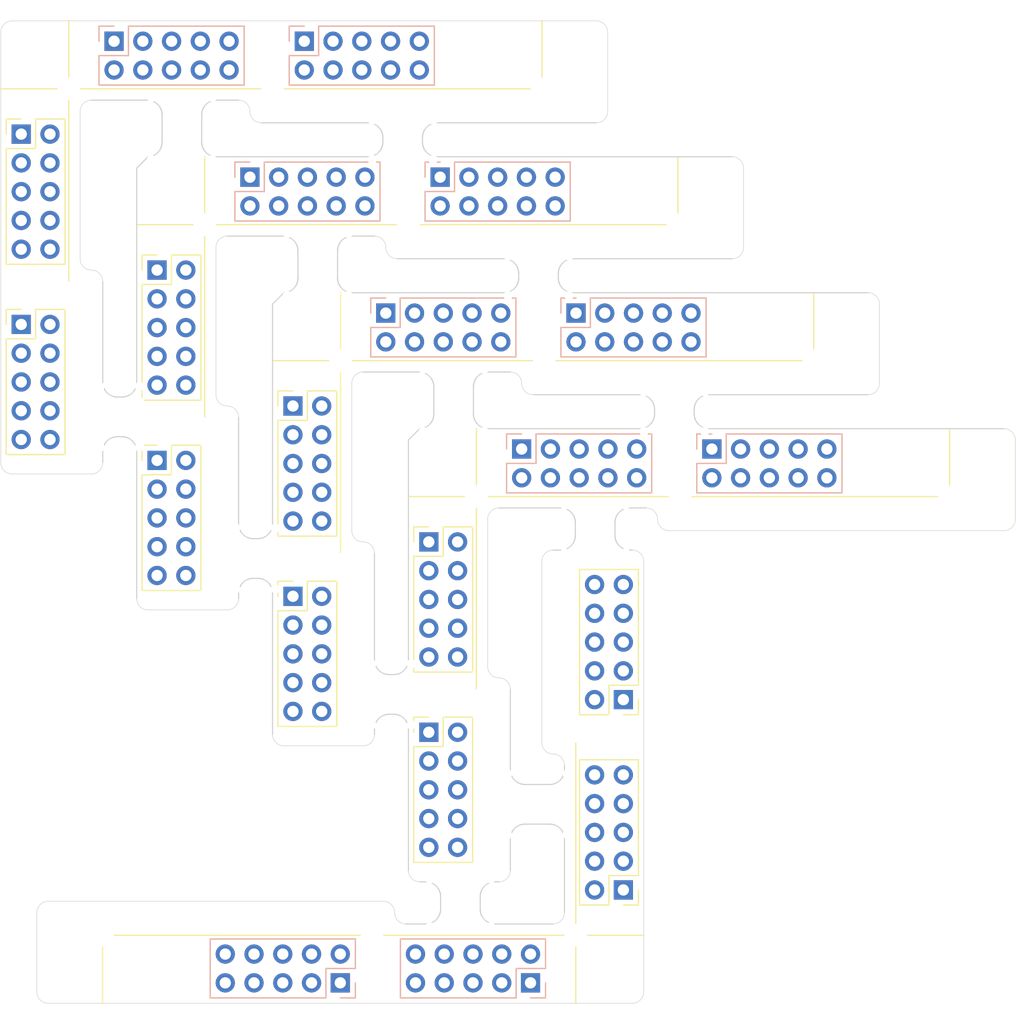
<source format=kicad_pcb>
(kicad_pcb (version 20171130) (host pcbnew 5.1.5-52549c5~84~ubuntu16.04.1)
  (layers (0 F.Cu signal) (31 B.Cu signal) (34 B.Paste user) (35 F.Paste user) (36 B.SilkS user) (37 F.SilkS user) (38 B.Mask user) (39 F.Mask user) (44 Edge.Cuts user))
  (net 0 "")
  (module MountingHole:MountingHole_2.2mm_M2 (layer F.Cu) (at 44.0184 21.0772)
    (fp_text reference REF**)
    (fp_text value MountingHole_2.2mm_M2)
    (pad "" np_thru_hole circle (at 0 0) (size 2 2) (drill 2) (layers *.Cu *.Mask))
  )
  (module Connector_PinHeader_2.54mm:PinHeader_2x05_P2.54mm_Vertical (layer F.Cu) (at 21.8184 25.0772)
    (fp_text reference REF**)
    (fp_text value PinHeader_2x05_P2.54mm_Vertical)
    (pad 1 thru_hole rect (at 0 0) (size 1.7 1.7) (drill 1) (layers *.Cu *.Mask))
    (pad 2 thru_hole oval (at 2.54 0) (size 1.7 1.7) (drill 1) (layers *.Cu *.Mask))
    (pad 3 thru_hole oval (at 0 2.54) (size 1.7 1.7) (drill 1) (layers *.Cu *.Mask))
    (pad 4 thru_hole oval (at 2.54 2.54) (size 1.7 1.7) (drill 1) (layers *.Cu *.Mask))
    (pad 5 thru_hole oval (at 0 5.08) (size 1.7 1.7) (drill 1) (layers *.Cu *.Mask))
    (pad 6 thru_hole oval (at 2.54 5.08) (size 1.7 1.7) (drill 1) (layers *.Cu *.Mask))
    (pad 7 thru_hole oval (at 0 7.62) (size 1.7 1.7) (drill 1) (layers *.Cu *.Mask))
    (pad 8 thru_hole oval (at 2.54 7.62) (size 1.7 1.7) (drill 1) (layers *.Cu *.Mask))
    (pad 9 thru_hole oval (at 0 10.16) (size 1.7 1.7) (drill 1) (layers *.Cu *.Mask))
    (pad 10 thru_hole oval (at 2.54 10.16) (size 1.7 1.7) (drill 1) (layers *.Cu *.Mask))
  )
  (module Connector_PinHeader_2.54mm:PinHeader_2x05_P2.54mm_Vertical (layer B.Cu) (at 30.0184 16.8772 270)
    (fp_text reference REF**)
    (fp_text value PinHeader_2x05_P2.54mm_Vertical)
    (pad 1 thru_hole rect (at 0 0 270) (size 1.7 1.7) (drill 1) (layers *.Cu *.Mask))
    (pad 2 thru_hole oval (at 2.54 0 270) (size 1.7 1.7) (drill 1) (layers *.Cu *.Mask))
    (pad 3 thru_hole oval (at 0 -2.54 270) (size 1.7 1.7) (drill 1) (layers *.Cu *.Mask))
    (pad 4 thru_hole oval (at 2.54 -2.54 270) (size 1.7 1.7) (drill 1) (layers *.Cu *.Mask))
    (pad 5 thru_hole oval (at 0 -5.08 270) (size 1.7 1.7) (drill 1) (layers *.Cu *.Mask))
    (pad 6 thru_hole oval (at 2.54 -5.08 270) (size 1.7 1.7) (drill 1) (layers *.Cu *.Mask))
    (pad 7 thru_hole oval (at 0 -7.62 270) (size 1.7 1.7) (drill 1) (layers *.Cu *.Mask))
    (pad 8 thru_hole oval (at 2.54 -7.62 270) (size 1.7 1.7) (drill 1) (layers *.Cu *.Mask))
    (pad 9 thru_hole oval (at 0 -10.16 270) (size 1.7 1.7) (drill 1) (layers *.Cu *.Mask))
    (pad 10 thru_hole oval (at 2.54 -10.16 270) (size 1.7 1.7) (drill 1) (layers *.Cu *.Mask))
  )
  (module MountingHole:MountingHole_2.2mm_M2 (layer F.Cu) (at 26.0184 21.0772)
    (fp_text reference REF**)
    (fp_text value MountingHole_2.2mm_M2)
    (pad "" np_thru_hole circle (at 0 0) (size 2 2) (drill 2) (layers *.Cu *.Mask))
  )
  (module Connector_PinHeader_2.54mm:PinHeader_2x05_P2.54mm_Vertical (layer B.Cu) (at 46.8184 16.8772 270)
    (fp_text reference REF**)
    (fp_text value PinHeader_2x05_P2.54mm_Vertical)
    (pad 10 thru_hole oval (at 2.54 -10.16 270) (size 1.7 1.7) (drill 1) (layers *.Cu *.Mask))
    (pad 9 thru_hole oval (at 0 -10.16 270) (size 1.7 1.7) (drill 1) (layers *.Cu *.Mask))
    (pad 8 thru_hole oval (at 2.54 -7.62 270) (size 1.7 1.7) (drill 1) (layers *.Cu *.Mask))
    (pad 7 thru_hole oval (at 0 -7.62 270) (size 1.7 1.7) (drill 1) (layers *.Cu *.Mask))
    (pad 6 thru_hole oval (at 2.54 -5.08 270) (size 1.7 1.7) (drill 1) (layers *.Cu *.Mask))
    (pad 5 thru_hole oval (at 0 -5.08 270) (size 1.7 1.7) (drill 1) (layers *.Cu *.Mask))
    (pad 4 thru_hole oval (at 2.54 -2.54 270) (size 1.7 1.7) (drill 1) (layers *.Cu *.Mask))
    (pad 3 thru_hole oval (at 0 -2.54 270) (size 1.7 1.7) (drill 1) (layers *.Cu *.Mask))
    (pad 2 thru_hole oval (at 2.54 0 270) (size 1.7 1.7) (drill 1) (layers *.Cu *.Mask))
    (pad 1 thru_hole rect (at 0 0 270) (size 1.7 1.7) (drill 1) (layers *.Cu *.Mask))
  )
  (module Connector_PinHeader_2.54mm:PinHeader_2x05_P2.54mm_Vertical (layer F.Cu) (at 21.8184 41.8772)
    (fp_text reference REF**)
    (fp_text value PinHeader_2x05_P2.54mm_Vertical)
    (pad 10 thru_hole oval (at 2.54 10.16) (size 1.7 1.7) (drill 1) (layers *.Cu *.Mask))
    (pad 9 thru_hole oval (at 0 10.16) (size 1.7 1.7) (drill 1) (layers *.Cu *.Mask))
    (pad 8 thru_hole oval (at 2.54 7.62) (size 1.7 1.7) (drill 1) (layers *.Cu *.Mask))
    (pad 7 thru_hole oval (at 0 7.62) (size 1.7 1.7) (drill 1) (layers *.Cu *.Mask))
    (pad 6 thru_hole oval (at 2.54 5.08) (size 1.7 1.7) (drill 1) (layers *.Cu *.Mask))
    (pad 5 thru_hole oval (at 0 5.08) (size 1.7 1.7) (drill 1) (layers *.Cu *.Mask))
    (pad 4 thru_hole oval (at 2.54 2.54) (size 1.7 1.7) (drill 1) (layers *.Cu *.Mask))
    (pad 3 thru_hole oval (at 0 2.54) (size 1.7 1.7) (drill 1) (layers *.Cu *.Mask))
    (pad 2 thru_hole oval (at 2.54 0) (size 1.7 1.7) (drill 1) (layers *.Cu *.Mask))
    (pad 1 thru_hole rect (at 0 0) (size 1.7 1.7) (drill 1) (layers *.Cu *.Mask))
  )
  (module MountingHole:MountingHole_2.2mm_M2 (layer F.Cu) (at 67.8184 21.0772)
    (fp_text reference REF**)
    (fp_text value MountingHole_2.2mm_M2)
    (pad "" np_thru_hole circle (at 0 0) (size 2 2) (drill 2) (layers *.Cu *.Mask))
  )
  (module MountingHole:MountingHole_2.2mm_M2 (layer F.Cu) (at 26.0184 39.0772)
    (fp_text reference REF**)
    (fp_text value MountingHole_2.2mm_M2)
    (pad "" np_thru_hole circle (at 0 0) (size 2 2) (drill 2) (layers *.Cu *.Mask))
  )
  (module MountingHole:MountingHole_2.2mm_M2 (layer F.Cu) (at 56.0184 33.0772)
    (fp_text reference REF**)
    (fp_text value MountingHole_2.2mm_M2)
    (pad "" np_thru_hole circle (at 0 0) (size 2 2) (drill 2) (layers *.Cu *.Mask))
  )
  (module Connector_PinHeader_2.54mm:PinHeader_2x05_P2.54mm_Vertical (layer F.Cu) (at 33.8184 37.0772)
    (fp_text reference REF**)
    (fp_text value PinHeader_2x05_P2.54mm_Vertical)
    (pad 1 thru_hole rect (at 0 0) (size 1.7 1.7) (drill 1) (layers *.Cu *.Mask))
    (pad 2 thru_hole oval (at 2.54 0) (size 1.7 1.7) (drill 1) (layers *.Cu *.Mask))
    (pad 3 thru_hole oval (at 0 2.54) (size 1.7 1.7) (drill 1) (layers *.Cu *.Mask))
    (pad 4 thru_hole oval (at 2.54 2.54) (size 1.7 1.7) (drill 1) (layers *.Cu *.Mask))
    (pad 5 thru_hole oval (at 0 5.08) (size 1.7 1.7) (drill 1) (layers *.Cu *.Mask))
    (pad 6 thru_hole oval (at 2.54 5.08) (size 1.7 1.7) (drill 1) (layers *.Cu *.Mask))
    (pad 7 thru_hole oval (at 0 7.62) (size 1.7 1.7) (drill 1) (layers *.Cu *.Mask))
    (pad 8 thru_hole oval (at 2.54 7.62) (size 1.7 1.7) (drill 1) (layers *.Cu *.Mask))
    (pad 9 thru_hole oval (at 0 10.16) (size 1.7 1.7) (drill 1) (layers *.Cu *.Mask))
    (pad 10 thru_hole oval (at 2.54 10.16) (size 1.7 1.7) (drill 1) (layers *.Cu *.Mask))
  )
  (module Connector_PinHeader_2.54mm:PinHeader_2x05_P2.54mm_Vertical (layer B.Cu) (at 42.0184 28.8772 270)
    (fp_text reference REF**)
    (fp_text value PinHeader_2x05_P2.54mm_Vertical)
    (pad 1 thru_hole rect (at 0 0 270) (size 1.7 1.7) (drill 1) (layers *.Cu *.Mask))
    (pad 2 thru_hole oval (at 2.54 0 270) (size 1.7 1.7) (drill 1) (layers *.Cu *.Mask))
    (pad 3 thru_hole oval (at 0 -2.54 270) (size 1.7 1.7) (drill 1) (layers *.Cu *.Mask))
    (pad 4 thru_hole oval (at 2.54 -2.54 270) (size 1.7 1.7) (drill 1) (layers *.Cu *.Mask))
    (pad 5 thru_hole oval (at 0 -5.08 270) (size 1.7 1.7) (drill 1) (layers *.Cu *.Mask))
    (pad 6 thru_hole oval (at 2.54 -5.08 270) (size 1.7 1.7) (drill 1) (layers *.Cu *.Mask))
    (pad 7 thru_hole oval (at 0 -7.62 270) (size 1.7 1.7) (drill 1) (layers *.Cu *.Mask))
    (pad 8 thru_hole oval (at 2.54 -7.62 270) (size 1.7 1.7) (drill 1) (layers *.Cu *.Mask))
    (pad 9 thru_hole oval (at 0 -10.16 270) (size 1.7 1.7) (drill 1) (layers *.Cu *.Mask))
    (pad 10 thru_hole oval (at 2.54 -10.16 270) (size 1.7 1.7) (drill 1) (layers *.Cu *.Mask))
  )
  (module MountingHole:MountingHole_2.2mm_M2 (layer F.Cu) (at 38.0184 33.0772)
    (fp_text reference REF**)
    (fp_text value MountingHole_2.2mm_M2)
    (pad "" np_thru_hole circle (at 0 0) (size 2 2) (drill 2) (layers *.Cu *.Mask))
  )
  (module Connector_PinHeader_2.54mm:PinHeader_2x05_P2.54mm_Vertical (layer B.Cu) (at 58.8184 28.8772 270)
    (fp_text reference REF**)
    (fp_text value PinHeader_2x05_P2.54mm_Vertical)
    (pad 10 thru_hole oval (at 2.54 -10.16 270) (size 1.7 1.7) (drill 1) (layers *.Cu *.Mask))
    (pad 9 thru_hole oval (at 0 -10.16 270) (size 1.7 1.7) (drill 1) (layers *.Cu *.Mask))
    (pad 8 thru_hole oval (at 2.54 -7.62 270) (size 1.7 1.7) (drill 1) (layers *.Cu *.Mask))
    (pad 7 thru_hole oval (at 0 -7.62 270) (size 1.7 1.7) (drill 1) (layers *.Cu *.Mask))
    (pad 6 thru_hole oval (at 2.54 -5.08 270) (size 1.7 1.7) (drill 1) (layers *.Cu *.Mask))
    (pad 5 thru_hole oval (at 0 -5.08 270) (size 1.7 1.7) (drill 1) (layers *.Cu *.Mask))
    (pad 4 thru_hole oval (at 2.54 -2.54 270) (size 1.7 1.7) (drill 1) (layers *.Cu *.Mask))
    (pad 3 thru_hole oval (at 0 -2.54 270) (size 1.7 1.7) (drill 1) (layers *.Cu *.Mask))
    (pad 2 thru_hole oval (at 2.54 0 270) (size 1.7 1.7) (drill 1) (layers *.Cu *.Mask))
    (pad 1 thru_hole rect (at 0 0 270) (size 1.7 1.7) (drill 1) (layers *.Cu *.Mask))
  )
  (module Connector_PinHeader_2.54mm:PinHeader_2x05_P2.54mm_Vertical (layer F.Cu) (at 33.8184 53.8772)
    (fp_text reference REF**)
    (fp_text value PinHeader_2x05_P2.54mm_Vertical)
    (pad 10 thru_hole oval (at 2.54 10.16) (size 1.7 1.7) (drill 1) (layers *.Cu *.Mask))
    (pad 9 thru_hole oval (at 0 10.16) (size 1.7 1.7) (drill 1) (layers *.Cu *.Mask))
    (pad 8 thru_hole oval (at 2.54 7.62) (size 1.7 1.7) (drill 1) (layers *.Cu *.Mask))
    (pad 7 thru_hole oval (at 0 7.62) (size 1.7 1.7) (drill 1) (layers *.Cu *.Mask))
    (pad 6 thru_hole oval (at 2.54 5.08) (size 1.7 1.7) (drill 1) (layers *.Cu *.Mask))
    (pad 5 thru_hole oval (at 0 5.08) (size 1.7 1.7) (drill 1) (layers *.Cu *.Mask))
    (pad 4 thru_hole oval (at 2.54 2.54) (size 1.7 1.7) (drill 1) (layers *.Cu *.Mask))
    (pad 3 thru_hole oval (at 0 2.54) (size 1.7 1.7) (drill 1) (layers *.Cu *.Mask))
    (pad 2 thru_hole oval (at 2.54 0) (size 1.7 1.7) (drill 1) (layers *.Cu *.Mask))
    (pad 1 thru_hole rect (at 0 0) (size 1.7 1.7) (drill 1) (layers *.Cu *.Mask))
  )
  (module MountingHole:MountingHole_2.2mm_M2 (layer F.Cu) (at 79.8184 33.0772)
    (fp_text reference REF**)
    (fp_text value MountingHole_2.2mm_M2)
    (pad "" np_thru_hole circle (at 0 0) (size 2 2) (drill 2) (layers *.Cu *.Mask))
  )
  (module MountingHole:MountingHole_2.2mm_M2 (layer F.Cu) (at 38.0184 51.0772)
    (fp_text reference REF**)
    (fp_text value MountingHole_2.2mm_M2)
    (pad "" np_thru_hole circle (at 0 0) (size 2 2) (drill 2) (layers *.Cu *.Mask))
  )
  (module MountingHole:MountingHole_2.2mm_M2 (layer F.Cu) (at 68.0184 45.0772)
    (fp_text reference REF**)
    (fp_text value MountingHole_2.2mm_M2)
    (pad "" np_thru_hole circle (at 0 0) (size 2 2) (drill 2) (layers *.Cu *.Mask))
  )
  (module Connector_PinHeader_2.54mm:PinHeader_2x05_P2.54mm_Vertical (layer F.Cu) (at 45.8184 49.0772)
    (fp_text reference REF**)
    (fp_text value PinHeader_2x05_P2.54mm_Vertical)
    (pad 1 thru_hole rect (at 0 0) (size 1.7 1.7) (drill 1) (layers *.Cu *.Mask))
    (pad 2 thru_hole oval (at 2.54 0) (size 1.7 1.7) (drill 1) (layers *.Cu *.Mask))
    (pad 3 thru_hole oval (at 0 2.54) (size 1.7 1.7) (drill 1) (layers *.Cu *.Mask))
    (pad 4 thru_hole oval (at 2.54 2.54) (size 1.7 1.7) (drill 1) (layers *.Cu *.Mask))
    (pad 5 thru_hole oval (at 0 5.08) (size 1.7 1.7) (drill 1) (layers *.Cu *.Mask))
    (pad 6 thru_hole oval (at 2.54 5.08) (size 1.7 1.7) (drill 1) (layers *.Cu *.Mask))
    (pad 7 thru_hole oval (at 0 7.62) (size 1.7 1.7) (drill 1) (layers *.Cu *.Mask))
    (pad 8 thru_hole oval (at 2.54 7.62) (size 1.7 1.7) (drill 1) (layers *.Cu *.Mask))
    (pad 9 thru_hole oval (at 0 10.16) (size 1.7 1.7) (drill 1) (layers *.Cu *.Mask))
    (pad 10 thru_hole oval (at 2.54 10.16) (size 1.7 1.7) (drill 1) (layers *.Cu *.Mask))
  )
  (module Connector_PinHeader_2.54mm:PinHeader_2x05_P2.54mm_Vertical (layer B.Cu) (at 54.0184 40.8772 270)
    (fp_text reference REF**)
    (fp_text value PinHeader_2x05_P2.54mm_Vertical)
    (pad 1 thru_hole rect (at 0 0 270) (size 1.7 1.7) (drill 1) (layers *.Cu *.Mask))
    (pad 2 thru_hole oval (at 2.54 0 270) (size 1.7 1.7) (drill 1) (layers *.Cu *.Mask))
    (pad 3 thru_hole oval (at 0 -2.54 270) (size 1.7 1.7) (drill 1) (layers *.Cu *.Mask))
    (pad 4 thru_hole oval (at 2.54 -2.54 270) (size 1.7 1.7) (drill 1) (layers *.Cu *.Mask))
    (pad 5 thru_hole oval (at 0 -5.08 270) (size 1.7 1.7) (drill 1) (layers *.Cu *.Mask))
    (pad 6 thru_hole oval (at 2.54 -5.08 270) (size 1.7 1.7) (drill 1) (layers *.Cu *.Mask))
    (pad 7 thru_hole oval (at 0 -7.62 270) (size 1.7 1.7) (drill 1) (layers *.Cu *.Mask))
    (pad 8 thru_hole oval (at 2.54 -7.62 270) (size 1.7 1.7) (drill 1) (layers *.Cu *.Mask))
    (pad 9 thru_hole oval (at 0 -10.16 270) (size 1.7 1.7) (drill 1) (layers *.Cu *.Mask))
    (pad 10 thru_hole oval (at 2.54 -10.16 270) (size 1.7 1.7) (drill 1) (layers *.Cu *.Mask))
  )
  (module MountingHole:MountingHole_2.2mm_M2 (layer F.Cu) (at 50.0184 45.0772)
    (fp_text reference REF**)
    (fp_text value MountingHole_2.2mm_M2)
    (pad "" np_thru_hole circle (at 0 0) (size 2 2) (drill 2) (layers *.Cu *.Mask))
  )
  (module Connector_PinHeader_2.54mm:PinHeader_2x05_P2.54mm_Vertical (layer B.Cu) (at 70.8184 40.8772 270)
    (fp_text reference REF**)
    (fp_text value PinHeader_2x05_P2.54mm_Vertical)
    (pad 10 thru_hole oval (at 2.54 -10.16 270) (size 1.7 1.7) (drill 1) (layers *.Cu *.Mask))
    (pad 9 thru_hole oval (at 0 -10.16 270) (size 1.7 1.7) (drill 1) (layers *.Cu *.Mask))
    (pad 8 thru_hole oval (at 2.54 -7.62 270) (size 1.7 1.7) (drill 1) (layers *.Cu *.Mask))
    (pad 7 thru_hole oval (at 0 -7.62 270) (size 1.7 1.7) (drill 1) (layers *.Cu *.Mask))
    (pad 6 thru_hole oval (at 2.54 -5.08 270) (size 1.7 1.7) (drill 1) (layers *.Cu *.Mask))
    (pad 5 thru_hole oval (at 0 -5.08 270) (size 1.7 1.7) (drill 1) (layers *.Cu *.Mask))
    (pad 4 thru_hole oval (at 2.54 -2.54 270) (size 1.7 1.7) (drill 1) (layers *.Cu *.Mask))
    (pad 3 thru_hole oval (at 0 -2.54 270) (size 1.7 1.7) (drill 1) (layers *.Cu *.Mask))
    (pad 2 thru_hole oval (at 2.54 0 270) (size 1.7 1.7) (drill 1) (layers *.Cu *.Mask))
    (pad 1 thru_hole rect (at 0 0 270) (size 1.7 1.7) (drill 1) (layers *.Cu *.Mask))
  )
  (module Connector_PinHeader_2.54mm:PinHeader_2x05_P2.54mm_Vertical (layer F.Cu) (at 45.8184 65.8772)
    (fp_text reference REF**)
    (fp_text value PinHeader_2x05_P2.54mm_Vertical)
    (pad 10 thru_hole oval (at 2.54 10.16) (size 1.7 1.7) (drill 1) (layers *.Cu *.Mask))
    (pad 9 thru_hole oval (at 0 10.16) (size 1.7 1.7) (drill 1) (layers *.Cu *.Mask))
    (pad 8 thru_hole oval (at 2.54 7.62) (size 1.7 1.7) (drill 1) (layers *.Cu *.Mask))
    (pad 7 thru_hole oval (at 0 7.62) (size 1.7 1.7) (drill 1) (layers *.Cu *.Mask))
    (pad 6 thru_hole oval (at 2.54 5.08) (size 1.7 1.7) (drill 1) (layers *.Cu *.Mask))
    (pad 5 thru_hole oval (at 0 5.08) (size 1.7 1.7) (drill 1) (layers *.Cu *.Mask))
    (pad 4 thru_hole oval (at 2.54 2.54) (size 1.7 1.7) (drill 1) (layers *.Cu *.Mask))
    (pad 3 thru_hole oval (at 0 2.54) (size 1.7 1.7) (drill 1) (layers *.Cu *.Mask))
    (pad 2 thru_hole oval (at 2.54 0) (size 1.7 1.7) (drill 1) (layers *.Cu *.Mask))
    (pad 1 thru_hole rect (at 0 0) (size 1.7 1.7) (drill 1) (layers *.Cu *.Mask))
  )
  (module MountingHole:MountingHole_2.2mm_M2 (layer F.Cu) (at 91.8184 45.0772)
    (fp_text reference REF**)
    (fp_text value MountingHole_2.2mm_M2)
    (pad "" np_thru_hole circle (at 0 0) (size 2 2) (drill 2) (layers *.Cu *.Mask))
  )
  (module MountingHole:MountingHole_2.2mm_M2 (layer F.Cu) (at 50.0184 63.0772)
    (fp_text reference REF**)
    (fp_text value MountingHole_2.2mm_M2)
    (pad "" np_thru_hole circle (at 0 0) (size 2 2) (drill 2) (layers *.Cu *.Mask))
  )
  (module MountingHole:MountingHole_2.2mm_M2 (layer F.Cu) (at 80.0184 57.0772)
    (fp_text reference REF**)
    (fp_text value MountingHole_2.2mm_M2)
    (pad "" np_thru_hole circle (at 0 0) (size 2 2) (drill 2) (layers *.Cu *.Mask))
  )
  (module Connector_PinHeader_2.54mm:PinHeader_2x05_P2.54mm_Vertical (layer F.Cu) (at 57.8184 61.0772)
    (fp_text reference REF**)
    (fp_text value PinHeader_2x05_P2.54mm_Vertical)
    (pad 1 thru_hole rect (at 0 0) (size 1.7 1.7) (drill 1) (layers *.Cu *.Mask))
    (pad 2 thru_hole oval (at 2.54 0) (size 1.7 1.7) (drill 1) (layers *.Cu *.Mask))
    (pad 3 thru_hole oval (at 0 2.54) (size 1.7 1.7) (drill 1) (layers *.Cu *.Mask))
    (pad 4 thru_hole oval (at 2.54 2.54) (size 1.7 1.7) (drill 1) (layers *.Cu *.Mask))
    (pad 5 thru_hole oval (at 0 5.08) (size 1.7 1.7) (drill 1) (layers *.Cu *.Mask))
    (pad 6 thru_hole oval (at 2.54 5.08) (size 1.7 1.7) (drill 1) (layers *.Cu *.Mask))
    (pad 7 thru_hole oval (at 0 7.62) (size 1.7 1.7) (drill 1) (layers *.Cu *.Mask))
    (pad 8 thru_hole oval (at 2.54 7.62) (size 1.7 1.7) (drill 1) (layers *.Cu *.Mask))
    (pad 9 thru_hole oval (at 0 10.16) (size 1.7 1.7) (drill 1) (layers *.Cu *.Mask))
    (pad 10 thru_hole oval (at 2.54 10.16) (size 1.7 1.7) (drill 1) (layers *.Cu *.Mask))
  )
  (module Connector_PinHeader_2.54mm:PinHeader_2x05_P2.54mm_Vertical (layer B.Cu) (at 66.0184 52.8772 270)
    (fp_text reference REF**)
    (fp_text value PinHeader_2x05_P2.54mm_Vertical)
    (pad 1 thru_hole rect (at 0 0 270) (size 1.7 1.7) (drill 1) (layers *.Cu *.Mask))
    (pad 2 thru_hole oval (at 2.54 0 270) (size 1.7 1.7) (drill 1) (layers *.Cu *.Mask))
    (pad 3 thru_hole oval (at 0 -2.54 270) (size 1.7 1.7) (drill 1) (layers *.Cu *.Mask))
    (pad 4 thru_hole oval (at 2.54 -2.54 270) (size 1.7 1.7) (drill 1) (layers *.Cu *.Mask))
    (pad 5 thru_hole oval (at 0 -5.08 270) (size 1.7 1.7) (drill 1) (layers *.Cu *.Mask))
    (pad 6 thru_hole oval (at 2.54 -5.08 270) (size 1.7 1.7) (drill 1) (layers *.Cu *.Mask))
    (pad 7 thru_hole oval (at 0 -7.62 270) (size 1.7 1.7) (drill 1) (layers *.Cu *.Mask))
    (pad 8 thru_hole oval (at 2.54 -7.62 270) (size 1.7 1.7) (drill 1) (layers *.Cu *.Mask))
    (pad 9 thru_hole oval (at 0 -10.16 270) (size 1.7 1.7) (drill 1) (layers *.Cu *.Mask))
    (pad 10 thru_hole oval (at 2.54 -10.16 270) (size 1.7 1.7) (drill 1) (layers *.Cu *.Mask))
  )
  (module MountingHole:MountingHole_2.2mm_M2 (layer F.Cu) (at 62.0184 57.0772)
    (fp_text reference REF**)
    (fp_text value MountingHole_2.2mm_M2)
    (pad "" np_thru_hole circle (at 0 0) (size 2 2) (drill 2) (layers *.Cu *.Mask))
  )
  (module Connector_PinHeader_2.54mm:PinHeader_2x05_P2.54mm_Vertical (layer B.Cu) (at 82.8184 52.8772 270)
    (fp_text reference REF**)
    (fp_text value PinHeader_2x05_P2.54mm_Vertical)
    (pad 10 thru_hole oval (at 2.54 -10.16 270) (size 1.7 1.7) (drill 1) (layers *.Cu *.Mask))
    (pad 9 thru_hole oval (at 0 -10.16 270) (size 1.7 1.7) (drill 1) (layers *.Cu *.Mask))
    (pad 8 thru_hole oval (at 2.54 -7.62 270) (size 1.7 1.7) (drill 1) (layers *.Cu *.Mask))
    (pad 7 thru_hole oval (at 0 -7.62 270) (size 1.7 1.7) (drill 1) (layers *.Cu *.Mask))
    (pad 6 thru_hole oval (at 2.54 -5.08 270) (size 1.7 1.7) (drill 1) (layers *.Cu *.Mask))
    (pad 5 thru_hole oval (at 0 -5.08 270) (size 1.7 1.7) (drill 1) (layers *.Cu *.Mask))
    (pad 4 thru_hole oval (at 2.54 -2.54 270) (size 1.7 1.7) (drill 1) (layers *.Cu *.Mask))
    (pad 3 thru_hole oval (at 0 -2.54 270) (size 1.7 1.7) (drill 1) (layers *.Cu *.Mask))
    (pad 2 thru_hole oval (at 2.54 0 270) (size 1.7 1.7) (drill 1) (layers *.Cu *.Mask))
    (pad 1 thru_hole rect (at 0 0 270) (size 1.7 1.7) (drill 1) (layers *.Cu *.Mask))
  )
  (module Connector_PinHeader_2.54mm:PinHeader_2x05_P2.54mm_Vertical (layer F.Cu) (at 57.8184 77.8772)
    (fp_text reference REF**)
    (fp_text value PinHeader_2x05_P2.54mm_Vertical)
    (pad 10 thru_hole oval (at 2.54 10.16) (size 1.7 1.7) (drill 1) (layers *.Cu *.Mask))
    (pad 9 thru_hole oval (at 0 10.16) (size 1.7 1.7) (drill 1) (layers *.Cu *.Mask))
    (pad 8 thru_hole oval (at 2.54 7.62) (size 1.7 1.7) (drill 1) (layers *.Cu *.Mask))
    (pad 7 thru_hole oval (at 0 7.62) (size 1.7 1.7) (drill 1) (layers *.Cu *.Mask))
    (pad 6 thru_hole oval (at 2.54 5.08) (size 1.7 1.7) (drill 1) (layers *.Cu *.Mask))
    (pad 5 thru_hole oval (at 0 5.08) (size 1.7 1.7) (drill 1) (layers *.Cu *.Mask))
    (pad 4 thru_hole oval (at 2.54 2.54) (size 1.7 1.7) (drill 1) (layers *.Cu *.Mask))
    (pad 3 thru_hole oval (at 0 2.54) (size 1.7 1.7) (drill 1) (layers *.Cu *.Mask))
    (pad 2 thru_hole oval (at 2.54 0) (size 1.7 1.7) (drill 1) (layers *.Cu *.Mask))
    (pad 1 thru_hole rect (at 0 0) (size 1.7 1.7) (drill 1) (layers *.Cu *.Mask))
  )
  (module MountingHole:MountingHole_2.2mm_M2 (layer F.Cu) (at 103.8184 57.0772)
    (fp_text reference REF**)
    (fp_text value MountingHole_2.2mm_M2)
    (pad "" np_thru_hole circle (at 0 0) (size 2 2) (drill 2) (layers *.Cu *.Mask))
  )
  (module MountingHole:MountingHole_2.2mm_M2 (layer F.Cu) (at 62.0184 75.0772)
    (fp_text reference REF**)
    (fp_text value MountingHole_2.2mm_M2)
    (pad "" np_thru_hole circle (at 0 0) (size 2 2) (drill 2) (layers *.Cu *.Mask))
  )
  (module MountingHole:MountingHole_2.2mm_M2 (layer F.Cu) (at 52.8 95.8 180)
    (fp_text reference REF**)
    (fp_text value MountingHole_2.2mm_M2)
    (pad "" np_thru_hole circle (at 0 0 180) (size 2 2) (drill 2) (layers *.Cu *.Mask))
  )
  (module Connector_PinHeader_2.54mm:PinHeader_2x05_P2.54mm_Vertical (layer F.Cu) (at 75 91.8 180)
    (fp_text reference REF**)
    (fp_text value PinHeader_2x05_P2.54mm_Vertical)
    (pad 1 thru_hole rect (at 0 0 180) (size 1.7 1.7) (drill 1) (layers *.Cu *.Mask))
    (pad 2 thru_hole oval (at 2.54 0 180) (size 1.7 1.7) (drill 1) (layers *.Cu *.Mask))
    (pad 3 thru_hole oval (at 0 2.54 180) (size 1.7 1.7) (drill 1) (layers *.Cu *.Mask))
    (pad 4 thru_hole oval (at 2.54 2.54 180) (size 1.7 1.7) (drill 1) (layers *.Cu *.Mask))
    (pad 5 thru_hole oval (at 0 5.08 180) (size 1.7 1.7) (drill 1) (layers *.Cu *.Mask))
    (pad 6 thru_hole oval (at 2.54 5.08 180) (size 1.7 1.7) (drill 1) (layers *.Cu *.Mask))
    (pad 7 thru_hole oval (at 0 7.62 180) (size 1.7 1.7) (drill 1) (layers *.Cu *.Mask))
    (pad 8 thru_hole oval (at 2.54 7.62 180) (size 1.7 1.7) (drill 1) (layers *.Cu *.Mask))
    (pad 9 thru_hole oval (at 0 10.16 180) (size 1.7 1.7) (drill 1) (layers *.Cu *.Mask))
    (pad 10 thru_hole oval (at 2.54 10.16 180) (size 1.7 1.7) (drill 1) (layers *.Cu *.Mask))
  )
  (module Connector_PinHeader_2.54mm:PinHeader_2x05_P2.54mm_Vertical (layer B.Cu) (at 66.8 100 90)
    (fp_text reference REF**)
    (fp_text value PinHeader_2x05_P2.54mm_Vertical)
    (pad 1 thru_hole rect (at 0 0 90) (size 1.7 1.7) (drill 1) (layers *.Cu *.Mask))
    (pad 2 thru_hole oval (at 2.54 0 90) (size 1.7 1.7) (drill 1) (layers *.Cu *.Mask))
    (pad 3 thru_hole oval (at 0 -2.54 90) (size 1.7 1.7) (drill 1) (layers *.Cu *.Mask))
    (pad 4 thru_hole oval (at 2.54 -2.54 90) (size 1.7 1.7) (drill 1) (layers *.Cu *.Mask))
    (pad 5 thru_hole oval (at 0 -5.08 90) (size 1.7 1.7) (drill 1) (layers *.Cu *.Mask))
    (pad 6 thru_hole oval (at 2.54 -5.08 90) (size 1.7 1.7) (drill 1) (layers *.Cu *.Mask))
    (pad 7 thru_hole oval (at 0 -7.62 90) (size 1.7 1.7) (drill 1) (layers *.Cu *.Mask))
    (pad 8 thru_hole oval (at 2.54 -7.62 90) (size 1.7 1.7) (drill 1) (layers *.Cu *.Mask))
    (pad 9 thru_hole oval (at 0 -10.16 90) (size 1.7 1.7) (drill 1) (layers *.Cu *.Mask))
    (pad 10 thru_hole oval (at 2.54 -10.16 90) (size 1.7 1.7) (drill 1) (layers *.Cu *.Mask))
  )
  (module MountingHole:MountingHole_2.2mm_M2 (layer F.Cu) (at 70.8 95.8 180)
    (fp_text reference REF**)
    (fp_text value MountingHole_2.2mm_M2)
    (pad "" np_thru_hole circle (at 0 0 180) (size 2 2) (drill 2) (layers *.Cu *.Mask))
  )
  (module Connector_PinHeader_2.54mm:PinHeader_2x05_P2.54mm_Vertical (layer B.Cu) (at 50 100 90)
    (fp_text reference REF**)
    (fp_text value PinHeader_2x05_P2.54mm_Vertical)
    (pad 10 thru_hole oval (at 2.54 -10.16 90) (size 1.7 1.7) (drill 1) (layers *.Cu *.Mask))
    (pad 9 thru_hole oval (at 0 -10.16 90) (size 1.7 1.7) (drill 1) (layers *.Cu *.Mask))
    (pad 8 thru_hole oval (at 2.54 -7.62 90) (size 1.7 1.7) (drill 1) (layers *.Cu *.Mask))
    (pad 7 thru_hole oval (at 0 -7.62 90) (size 1.7 1.7) (drill 1) (layers *.Cu *.Mask))
    (pad 6 thru_hole oval (at 2.54 -5.08 90) (size 1.7 1.7) (drill 1) (layers *.Cu *.Mask))
    (pad 5 thru_hole oval (at 0 -5.08 90) (size 1.7 1.7) (drill 1) (layers *.Cu *.Mask))
    (pad 4 thru_hole oval (at 2.54 -2.54 90) (size 1.7 1.7) (drill 1) (layers *.Cu *.Mask))
    (pad 3 thru_hole oval (at 0 -2.54 90) (size 1.7 1.7) (drill 1) (layers *.Cu *.Mask))
    (pad 2 thru_hole oval (at 2.54 0 90) (size 1.7 1.7) (drill 1) (layers *.Cu *.Mask))
    (pad 1 thru_hole rect (at 0 0 90) (size 1.7 1.7) (drill 1) (layers *.Cu *.Mask))
  )
  (module Connector_PinHeader_2.54mm:PinHeader_2x05_P2.54mm_Vertical (layer F.Cu) (at 75 75 180)
    (fp_text reference REF**)
    (fp_text value PinHeader_2x05_P2.54mm_Vertical)
    (pad 10 thru_hole oval (at 2.54 10.16 180) (size 1.7 1.7) (drill 1) (layers *.Cu *.Mask))
    (pad 9 thru_hole oval (at 0 10.16 180) (size 1.7 1.7) (drill 1) (layers *.Cu *.Mask))
    (pad 8 thru_hole oval (at 2.54 7.62 180) (size 1.7 1.7) (drill 1) (layers *.Cu *.Mask))
    (pad 7 thru_hole oval (at 0 7.62 180) (size 1.7 1.7) (drill 1) (layers *.Cu *.Mask))
    (pad 6 thru_hole oval (at 2.54 5.08 180) (size 1.7 1.7) (drill 1) (layers *.Cu *.Mask))
    (pad 5 thru_hole oval (at 0 5.08 180) (size 1.7 1.7) (drill 1) (layers *.Cu *.Mask))
    (pad 4 thru_hole oval (at 2.54 2.54 180) (size 1.7 1.7) (drill 1) (layers *.Cu *.Mask))
    (pad 3 thru_hole oval (at 0 2.54 180) (size 1.7 1.7) (drill 1) (layers *.Cu *.Mask))
    (pad 2 thru_hole oval (at 2.54 0 180) (size 1.7 1.7) (drill 1) (layers *.Cu *.Mask))
    (pad 1 thru_hole rect (at 0 0 180) (size 1.7 1.7) (drill 1) (layers *.Cu *.Mask))
  )
  (module MountingHole:MountingHole_2.2mm_M2 (layer F.Cu) (at 29 95.8 180)
    (fp_text reference REF**)
    (fp_text value MountingHole_2.2mm_M2)
    (pad "" np_thru_hole circle (at 0 0 180) (size 2 2) (drill 2) (layers *.Cu *.Mask))
  )
  (module MountingHole:MountingHole_2.2mm_M2 (layer F.Cu) (at 70.8 77.8 180)
    (fp_text reference REF**)
    (fp_text value MountingHole_2.2mm_M2)
    (pad "" np_thru_hole circle (at 0 0 180) (size 2 2) (drill 2) (layers *.Cu *.Mask))
  )
  (module holes (layer F.Cu) (at 64.7684 86.926351)
    (fp_text reference "" (at 0 0) (layer F.SilkS) (effects (font (size 1.27 1.27))))
    (fp_text value "" (at 0 0) (layer F.SilkS) (effects (font (size 1.27 1.27))))
    (pad h0 np_thru_hole circle (at 0 0) (size 0.8 0.8) (drill 0.8) (layers *.Cu *.Mask))
    (pad h1 np_thru_hole circle (at 0 -1.34388) (size 0.8 0.8) (drill 0.8) (layers *.Cu *.Mask))
    (pad h2 np_thru_hole circle (at 0 -2.68776) (size 0.8 0.8) (drill 0.8) (layers *.Cu *.Mask))
    (pad h3 np_thru_hole circle (at 0 -4.03164) (size 0.8 0.8) (drill 0.8) (layers *.Cu *.Mask))
    (pad h4 np_thru_hole circle (at 0 -5.37552) (size 0.8 0.8) (drill 0.8) (layers *.Cu *.Mask))
  )
  (module holes (layer F.Cu) (at 70.05 81.55085)
    (fp_text reference "" (at 0 0) (layer F.SilkS) (effects (font (size 1.27 1.27))))
    (fp_text value "" (at 0 0) (layer F.SilkS) (effects (font (size 1.27 1.27))))
    (pad h0 np_thru_hole circle (at 0 0) (size 0.8 0.8) (drill 0.8) (layers *.Cu *.Mask))
    (pad h1 np_thru_hole circle (at 0 1.343871) (size 0.8 0.8) (drill 0.8) (layers *.Cu *.Mask))
    (pad h2 np_thru_hole circle (at 0 2.687742) (size 0.8 0.8) (drill 0.8) (layers *.Cu *.Mask))
    (pad h3 np_thru_hole circle (at 0 4.031613) (size 0.8 0.8) (drill 0.8) (layers *.Cu *.Mask))
    (pad h4 np_thru_hole circle (at 0 5.375484) (size 0.8 0.8) (drill 0.8) (layers *.Cu *.Mask))
  )
  (module holes (layer F.Cu) (at 57.921456 90.8272)
    (fp_text reference "" (at 0 0) (layer F.SilkS) (effects (font (size 1.27 1.27))))
    (fp_text value "" (at 0 0) (layer F.SilkS) (effects (font (size 1.27 1.27))))
    (pad h0 np_thru_hole circle (at 0 0) (size 0.8 0.8) (drill 0.8) (layers *.Cu *.Mask))
    (pad h1 np_thru_hole circle (at 1.343871 0) (size 0.8 0.8) (drill 0.8) (layers *.Cu *.Mask))
    (pad h2 np_thru_hole circle (at 2.687742 0) (size 0.8 0.8) (drill 0.8) (layers *.Cu *.Mask))
    (pad h3 np_thru_hole circle (at 4.031613 0) (size 0.8 0.8) (drill 0.8) (layers *.Cu *.Mask))
    (pad h4 np_thru_hole circle (at 5.375484 0) (size 0.8 0.8) (drill 0.8) (layers *.Cu *.Mask))
  )
  (module holes (layer F.Cu) (at 63.296944 95.05)
    (fp_text reference "" (at 0 0) (layer F.SilkS) (effects (font (size 1.27 1.27))))
    (fp_text value "" (at 0 0) (layer F.SilkS) (effects (font (size 1.27 1.27))))
    (pad h0 np_thru_hole circle (at 0 0) (size 0.8 0.8) (drill 0.8) (layers *.Cu *.Mask))
    (pad h1 np_thru_hole circle (at -1.343871 0) (size 0.8 0.8) (drill 0.8) (layers *.Cu *.Mask))
    (pad h2 np_thru_hole circle (at -2.687742 0) (size 0.8 0.8) (drill 0.8) (layers *.Cu *.Mask))
    (pad h3 np_thru_hole circle (at -4.031613 0) (size 0.8 0.8) (drill 0.8) (layers *.Cu *.Mask))
    (pad h4 np_thru_hole circle (at -5.375484 0) (size 0.8 0.8) (drill 0.8) (layers *.Cu *.Mask))
  )
  (module holes (layer F.Cu) (at 69.821437 57.8272)
    (fp_text reference "" (at 0 0) (layer F.SilkS) (effects (font (size 1.27 1.27))))
    (fp_text value "" (at 0 0) (layer F.SilkS) (effects (font (size 1.27 1.27))))
    (pad h0 np_thru_hole circle (at 0 0) (size 0.8 0.8) (drill 0.8) (layers *.Cu *.Mask))
    (pad h1 np_thru_hole circle (at 1.343882 0) (size 0.8 0.8) (drill 0.8) (layers *.Cu *.Mask))
    (pad h2 np_thru_hole circle (at 2.687764 0) (size 0.8 0.8) (drill 0.8) (layers *.Cu *.Mask))
    (pad h3 np_thru_hole circle (at 4.031646 0) (size 0.8 0.8) (drill 0.8) (layers *.Cu *.Mask))
    (pad h4 np_thru_hole circle (at 5.375528 0) (size 0.8 0.8) (drill 0.8) (layers *.Cu *.Mask))
  )
  (module holes (layer F.Cu) (at 75.196944 62.05)
    (fp_text reference "" (at 0 0) (layer F.SilkS) (effects (font (size 1.27 1.27))))
    (fp_text value "" (at 0 0) (layer F.SilkS) (effects (font (size 1.27 1.27))))
    (pad h0 np_thru_hole circle (at 0 0) (size 0.8 0.8) (drill 0.8) (layers *.Cu *.Mask))
    (pad h1 np_thru_hole circle (at -1.343871 0) (size 0.8 0.8) (drill 0.8) (layers *.Cu *.Mask))
    (pad h2 np_thru_hole circle (at -2.687742 0) (size 0.8 0.8) (drill 0.8) (layers *.Cu *.Mask))
    (pad h3 np_thru_hole circle (at -4.031613 0) (size 0.8 0.8) (drill 0.8) (layers *.Cu *.Mask))
    (pad h4 np_thru_hole circle (at -5.375484 0) (size 0.8 0.8) (drill 0.8) (layers *.Cu *.Mask))
  )
  (module holes (layer F.Cu) (at 50.697186 39.327538)
    (fp_text reference "" (at 0 0) (layer F.SilkS) (effects (font (size 1.27 1.27))))
    (fp_text value "" (at 0 0) (layer F.SilkS) (effects (font (size 1.27 1.27))))
    (pad h0 np_thru_hole circle (at 0 0) (size 0.8 0.8) (drill 0.8) (layers *.Cu *.Mask))
    (pad h1 np_thru_hole circle (at -1.343197 0.001457) (size 0.8 0.8) (drill 0.8) (layers *.Cu *.Mask))
    (pad h2 np_thru_hole circle (at -2.686394 0.002914) (size 0.8 0.8) (drill 0.8) (layers *.Cu *.Mask))
    (pad h3 np_thru_hole circle (at -4.029591 0.004371) (size 0.8 0.8) (drill 0.8) (layers *.Cu *.Mask))
    (pad h4 np_thru_hole circle (at -5.372788 0.005828) (size 0.8 0.8) (drill 0.8) (layers *.Cu *.Mask))
  )
  (module holes (layer F.Cu) (at 45.321446 33.827201)
    (fp_text reference "" (at 0 0) (layer F.SilkS) (effects (font (size 1.27 1.27))))
    (fp_text value "" (at 0 0) (layer F.SilkS) (effects (font (size 1.27 1.27))))
    (pad h0 np_thru_hole circle (at 0 0) (size 0.8 0.8) (drill 0.8) (layers *.Cu *.Mask))
    (pad h1 np_thru_hole circle (at 1.343879 0) (size 0.8 0.8) (drill 0.8) (layers *.Cu *.Mask))
    (pad h2 np_thru_hole circle (at 2.687758 0) (size 0.8 0.8) (drill 0.8) (layers *.Cu *.Mask))
    (pad h3 np_thru_hole circle (at 4.031637 0) (size 0.8 0.8) (drill 0.8) (layers *.Cu *.Mask))
    (pad h4 np_thru_hole circle (at 5.375516 0) (size 0.8 0.8) (drill 0.8) (layers *.Cu *.Mask))
  )
  (module holes (layer F.Cu) (at 62.697186 51.327538)
    (fp_text reference "" (at 0 0) (layer F.SilkS) (effects (font (size 1.27 1.27))))
    (fp_text value "" (at 0 0) (layer F.SilkS) (effects (font (size 1.27 1.27))))
    (pad h0 np_thru_hole circle (at 0 0) (size 0.8 0.8) (drill 0.8) (layers *.Cu *.Mask))
    (pad h1 np_thru_hole circle (at -1.343197 0.001457) (size 0.8 0.8) (drill 0.8) (layers *.Cu *.Mask))
    (pad h2 np_thru_hole circle (at -2.686394 0.002914) (size 0.8 0.8) (drill 0.8) (layers *.Cu *.Mask))
    (pad h3 np_thru_hole circle (at -4.029591 0.004371) (size 0.8 0.8) (drill 0.8) (layers *.Cu *.Mask))
    (pad h4 np_thru_hole circle (at -5.372788 0.005828) (size 0.8 0.8) (drill 0.8) (layers *.Cu *.Mask))
  )
  (module holes (layer F.Cu) (at 57.321446 45.827201)
    (fp_text reference "" (at 0 0) (layer F.SilkS) (effects (font (size 1.27 1.27))))
    (fp_text value "" (at 0 0) (layer F.SilkS) (effects (font (size 1.27 1.27))))
    (pad h0 np_thru_hole circle (at 0 0) (size 0.8 0.8) (drill 0.8) (layers *.Cu *.Mask))
    (pad h1 np_thru_hole circle (at 1.343879 0) (size 0.8 0.8) (drill 0.8) (layers *.Cu *.Mask))
    (pad h2 np_thru_hole circle (at 2.687758 0) (size 0.8 0.8) (drill 0.8) (layers *.Cu *.Mask))
    (pad h3 np_thru_hole circle (at 4.031637 0) (size 0.8 0.8) (drill 0.8) (layers *.Cu *.Mask))
    (pad h4 np_thru_hole circle (at 5.375516 0) (size 0.8 0.8) (drill 0.8) (layers *.Cu *.Mask))
  )
  (module holes (layer F.Cu) (at 82.196913 51.327201)
    (fp_text reference "" (at 0 0) (layer F.SilkS) (effects (font (size 1.27 1.27))))
    (fp_text value "" (at 0 0) (layer F.SilkS) (effects (font (size 1.27 1.27))))
    (pad h0 np_thru_hole circle (at 0 0) (size 0.8 0.8) (drill 0.8) (layers *.Cu *.Mask))
    (pad h1 np_thru_hole circle (at -1.343863 0) (size 0.8 0.8) (drill 0.8) (layers *.Cu *.Mask))
    (pad h2 np_thru_hole circle (at -2.687726 0) (size 0.8 0.8) (drill 0.8) (layers *.Cu *.Mask))
    (pad h3 np_thru_hole circle (at -4.031589 0) (size 0.8 0.8) (drill 0.8) (layers *.Cu *.Mask))
    (pad h4 np_thru_hole circle (at -5.375452 0) (size 0.8 0.8) (drill 0.8) (layers *.Cu *.Mask))
  )
  (module holes (layer F.Cu) (at 76.821448 47.827199)
    (fp_text reference "" (at 0 0) (layer F.SilkS) (effects (font (size 1.27 1.27))))
    (fp_text value "" (at 0 0) (layer F.SilkS) (effects (font (size 1.27 1.27))))
    (pad h0 np_thru_hole circle (at 0 0) (size 0.8 0.8) (drill 0.8) (layers *.Cu *.Mask))
    (pad h1 np_thru_hole circle (at 1.343874 0) (size 0.8 0.8) (drill 0.8) (layers *.Cu *.Mask))
    (pad h2 np_thru_hole circle (at 2.687748 0) (size 0.8 0.8) (drill 0.8) (layers *.Cu *.Mask))
    (pad h3 np_thru_hole circle (at 4.031622 0) (size 0.8 0.8) (drill 0.8) (layers *.Cu *.Mask))
    (pad h4 np_thru_hole circle (at 5.375496 0) (size 0.8 0.8) (drill 0.8) (layers *.Cu *.Mask))
  )
  (module holes (layer F.Cu) (at 56.2684 71.850838)
    (fp_text reference "" (at 0 0) (layer F.SilkS) (effects (font (size 1.27 1.27))))
    (fp_text value "" (at 0 0) (layer F.SilkS) (effects (font (size 1.27 1.27))))
    (pad h0 np_thru_hole circle (at 0 0) (size 0.8 0.8) (drill 0.8) (layers *.Cu *.Mask))
    (pad h1 np_thru_hole circle (at 0 1.343883) (size 0.8 0.8) (drill 0.8) (layers *.Cu *.Mask))
    (pad h2 np_thru_hole circle (at 0 2.687766) (size 0.8 0.8) (drill 0.8) (layers *.Cu *.Mask))
    (pad h3 np_thru_hole circle (at 0 4.031649) (size 0.8 0.8) (drill 0.8) (layers *.Cu *.Mask))
    (pad h4 np_thru_hole circle (at 0 5.375532) (size 0.8 0.8) (drill 0.8) (layers *.Cu *.Mask))
  )
  (module holes (layer F.Cu) (at 52.768401 77.226354)
    (fp_text reference "" (at 0 0) (layer F.SilkS) (effects (font (size 1.27 1.27))))
    (fp_text value "" (at 0 0) (layer F.SilkS) (effects (font (size 1.27 1.27))))
    (pad h0 np_thru_hole circle (at 0 0) (size 0.8 0.8) (drill 0.8) (layers *.Cu *.Mask))
    (pad h1 np_thru_hole circle (at 0 -1.343879) (size 0.8 0.8) (drill 0.8) (layers *.Cu *.Mask))
    (pad h2 np_thru_hole circle (at 0 -2.687758) (size 0.8 0.8) (drill 0.8) (layers *.Cu *.Mask))
    (pad h3 np_thru_hole circle (at 0 -4.031637) (size 0.8 0.8) (drill 0.8) (layers *.Cu *.Mask))
    (pad h4 np_thru_hole circle (at 0 -5.375516) (size 0.8 0.8) (drill 0.8) (layers *.Cu *.Mask))
  )
  (module holes (layer F.Cu) (at 44.2684 59.850838)
    (fp_text reference "" (at 0 0) (layer F.SilkS) (effects (font (size 1.27 1.27))))
    (fp_text value "" (at 0 0) (layer F.SilkS) (effects (font (size 1.27 1.27))))
    (pad h0 np_thru_hole circle (at 0 0) (size 0.8 0.8) (drill 0.8) (layers *.Cu *.Mask))
    (pad h1 np_thru_hole circle (at 0 1.343883) (size 0.8 0.8) (drill 0.8) (layers *.Cu *.Mask))
    (pad h2 np_thru_hole circle (at 0 2.687766) (size 0.8 0.8) (drill 0.8) (layers *.Cu *.Mask))
    (pad h3 np_thru_hole circle (at 0 4.031649) (size 0.8 0.8) (drill 0.8) (layers *.Cu *.Mask))
    (pad h4 np_thru_hole circle (at 0 5.375532) (size 0.8 0.8) (drill 0.8) (layers *.Cu *.Mask))
  )
  (module holes (layer F.Cu) (at 40.768401 65.226354)
    (fp_text reference "" (at 0 0) (layer F.SilkS) (effects (font (size 1.27 1.27))))
    (fp_text value "" (at 0 0) (layer F.SilkS) (effects (font (size 1.27 1.27))))
    (pad h0 np_thru_hole circle (at 0 0) (size 0.8 0.8) (drill 0.8) (layers *.Cu *.Mask))
    (pad h1 np_thru_hole circle (at 0 -1.343879) (size 0.8 0.8) (drill 0.8) (layers *.Cu *.Mask))
    (pad h2 np_thru_hole circle (at 0 -2.687758) (size 0.8 0.8) (drill 0.8) (layers *.Cu *.Mask))
    (pad h3 np_thru_hole circle (at 0 -4.031637) (size 0.8 0.8) (drill 0.8) (layers *.Cu *.Mask))
    (pad h4 np_thru_hole circle (at 0 -5.375516) (size 0.8 0.8) (drill 0.8) (layers *.Cu *.Mask))
  )
  (module holes (layer F.Cu) (at 70.196913 39.327201)
    (fp_text reference "" (at 0 0) (layer F.SilkS) (effects (font (size 1.27 1.27))))
    (fp_text value "" (at 0 0) (layer F.SilkS) (effects (font (size 1.27 1.27))))
    (pad h0 np_thru_hole circle (at 0 0) (size 0.8 0.8) (drill 0.8) (layers *.Cu *.Mask))
    (pad h1 np_thru_hole circle (at -1.343863 0) (size 0.8 0.8) (drill 0.8) (layers *.Cu *.Mask))
    (pad h2 np_thru_hole circle (at -2.687726 0) (size 0.8 0.8) (drill 0.8) (layers *.Cu *.Mask))
    (pad h3 np_thru_hole circle (at -4.031589 0) (size 0.8 0.8) (drill 0.8) (layers *.Cu *.Mask))
    (pad h4 np_thru_hole circle (at -5.375452 0) (size 0.8 0.8) (drill 0.8) (layers *.Cu *.Mask))
  )
  (module holes (layer F.Cu) (at 64.821448 35.827199)
    (fp_text reference "" (at 0 0) (layer F.SilkS) (effects (font (size 1.27 1.27))))
    (fp_text value "" (at 0 0) (layer F.SilkS) (effects (font (size 1.27 1.27))))
    (pad h0 np_thru_hole circle (at 0 0) (size 0.8 0.8) (drill 0.8) (layers *.Cu *.Mask))
    (pad h1 np_thru_hole circle (at 1.343874 0) (size 0.8 0.8) (drill 0.8) (layers *.Cu *.Mask))
    (pad h2 np_thru_hole circle (at 2.687748 0) (size 0.8 0.8) (drill 0.8) (layers *.Cu *.Mask))
    (pad h3 np_thru_hole circle (at 4.031622 0) (size 0.8 0.8) (drill 0.8) (layers *.Cu *.Mask))
    (pad h4 np_thru_hole circle (at 5.375496 0) (size 0.8 0.8) (drill 0.8) (layers *.Cu *.Mask))
  )
  (module holes (layer F.Cu) (at 58.196914 27.3272)
    (fp_text reference "" (at 0 0) (layer F.SilkS) (effects (font (size 1.27 1.27))))
    (fp_text value "" (at 0 0) (layer F.SilkS) (effects (font (size 1.27 1.27))))
    (pad h0 np_thru_hole circle (at 0 0) (size 0.8 0.8) (drill 0.8) (layers *.Cu *.Mask))
    (pad h1 np_thru_hole circle (at -1.343875 0) (size 0.8 0.8) (drill 0.8) (layers *.Cu *.Mask))
    (pad h2 np_thru_hole circle (at -2.68775 0) (size 0.8 0.8) (drill 0.8) (layers *.Cu *.Mask))
    (pad h3 np_thru_hole circle (at -4.031625 0) (size 0.8 0.8) (drill 0.8) (layers *.Cu *.Mask))
    (pad h4 np_thru_hole circle (at -5.3755 0) (size 0.8 0.8) (drill 0.8) (layers *.Cu *.Mask))
  )
  (module holes (layer F.Cu) (at 52.821448 23.827199)
    (fp_text reference "" (at 0 0) (layer F.SilkS) (effects (font (size 1.27 1.27))))
    (fp_text value "" (at 0 0) (layer F.SilkS) (effects (font (size 1.27 1.27))))
    (pad h0 np_thru_hole circle (at 0 0) (size 0.8 0.8) (drill 0.8) (layers *.Cu *.Mask))
    (pad h1 np_thru_hole circle (at 1.343874 0) (size 0.8 0.8) (drill 0.8) (layers *.Cu *.Mask))
    (pad h2 np_thru_hole circle (at 2.687748 0) (size 0.8 0.8) (drill 0.8) (layers *.Cu *.Mask))
    (pad h3 np_thru_hole circle (at 4.031622 0) (size 0.8 0.8) (drill 0.8) (layers *.Cu *.Mask))
    (pad h4 np_thru_hole circle (at 5.375496 0) (size 0.8 0.8) (drill 0.8) (layers *.Cu *.Mask))
  )
  (module holes (layer F.Cu) (at 32.2684 47.35088)
    (fp_text reference "" (at 0 0) (layer F.SilkS) (effects (font (size 1.27 1.27))))
    (fp_text value "" (at 0 0) (layer F.SilkS) (effects (font (size 1.27 1.27))))
    (pad h0 np_thru_hole circle (at 0 0) (size 0.8 0.8) (drill 0.8) (layers *.Cu *.Mask))
    (pad h1 np_thru_hole circle (at 0 1.343877) (size 0.8 0.8) (drill 0.8) (layers *.Cu *.Mask))
    (pad h2 np_thru_hole circle (at 0 2.687754) (size 0.8 0.8) (drill 0.8) (layers *.Cu *.Mask))
    (pad h3 np_thru_hole circle (at 0 4.031631) (size 0.8 0.8) (drill 0.8) (layers *.Cu *.Mask))
    (pad h4 np_thru_hole circle (at 0 5.375508) (size 0.8 0.8) (drill 0.8) (layers *.Cu *.Mask))
  )
  (module holes (layer F.Cu) (at 28.7684 52.726356)
    (fp_text reference "" (at 0 0) (layer F.SilkS) (effects (font (size 1.27 1.27))))
    (fp_text value "" (at 0 0) (layer F.SilkS) (effects (font (size 1.27 1.27))))
    (pad h0 np_thru_hole circle (at 0 0) (size 0.8 0.8) (drill 0.8) (layers *.Cu *.Mask))
    (pad h1 np_thru_hole circle (at 0 -1.343871) (size 0.8 0.8) (drill 0.8) (layers *.Cu *.Mask))
    (pad h2 np_thru_hole circle (at 0 -2.687742) (size 0.8 0.8) (drill 0.8) (layers *.Cu *.Mask))
    (pad h3 np_thru_hole circle (at 0 -4.031613) (size 0.8 0.8) (drill 0.8) (layers *.Cu *.Mask))
    (pad h4 np_thru_hole circle (at 0 -5.375484) (size 0.8 0.8) (drill 0.8) (layers *.Cu *.Mask))
  )
  (module holes (layer F.Cu) (at 33.321446 21.827201)
    (fp_text reference "" (at 0 0) (layer F.SilkS) (effects (font (size 1.27 1.27))))
    (fp_text value "" (at 0 0) (layer F.SilkS) (effects (font (size 1.27 1.27))))
    (pad h0 np_thru_hole circle (at 0 0) (size 0.8 0.8) (drill 0.8) (layers *.Cu *.Mask))
    (pad h1 np_thru_hole circle (at 1.343879 0) (size 0.8 0.8) (drill 0.8) (layers *.Cu *.Mask))
    (pad h2 np_thru_hole circle (at 2.687758 0) (size 0.8 0.8) (drill 0.8) (layers *.Cu *.Mask))
    (pad h3 np_thru_hole circle (at 4.031637 0) (size 0.8 0.8) (drill 0.8) (layers *.Cu *.Mask))
    (pad h4 np_thru_hole circle (at 5.375516 0) (size 0.8 0.8) (drill 0.8) (layers *.Cu *.Mask))
  )
  (module holes (layer F.Cu) (at 38.697214 27.32754)
    (fp_text reference "" (at 0 0) (layer F.SilkS) (effects (font (size 1.27 1.27))))
    (fp_text value "" (at 0 0) (layer F.SilkS) (effects (font (size 1.27 1.27))))
    (pad h0 np_thru_hole circle (at 0 0) (size 0.8 0.8) (drill 0.8) (layers *.Cu *.Mask))
    (pad h1 np_thru_hole circle (at -1.343201 0.001457) (size 0.8 0.8) (drill 0.8) (layers *.Cu *.Mask))
    (pad h2 np_thru_hole circle (at -2.686402 0.002914) (size 0.8 0.8) (drill 0.8) (layers *.Cu *.Mask))
    (pad h3 np_thru_hole circle (at -4.029603 0.004371) (size 0.8 0.8) (drill 0.8) (layers *.Cu *.Mask))
    (pad h4 np_thru_hole circle (at -5.372804 0.005828) (size 0.8 0.8) (drill 0.8) (layers *.Cu *.Mask))
  )
  (gr_arc (start 72.6184 23.0772) (end 72.6184 24.0772) (angle -90) (layer Edge.Cuts) (width 0.05))
  (gr_arc (start 72.6184 16.0772) (end 73.6184 16.0772) (angle -90) (layer Edge.Cuts) (width 0.05))
  (gr_arc (start 21.0184 16.0772) (end 21.0184 15.0772) (angle -90) (layer Edge.Cuts) (width 0.05))
  (gr_arc (start 21.0184 54.0772) (end 20.0184 54.0772) (angle -90) (layer Edge.Cuts) (width 0.05))
  (gr_arc (start 28.0184 54.0772) (end 28.0184 55.0772) (angle -90) (layer Edge.Cuts) (width 0.05))
  (gr_arc (start 28.0184 36.0772) (end 27.0184 36.0772) (angle -90) (layer Edge.Cuts) (width 0.05))
  (gr_arc (start 28.0184 38.0772) (end 29.0184 38.0772) (angle -90) (layer Edge.Cuts) (width 0.05))
  (gr_arc (start 28.0184 23.0772) (end 28.0184 22.0772) (angle -90) (layer Edge.Cuts) (width 0.05))
  (gr_arc (start 41.0184 23.0772) (end 42.0184 23.0772) (angle -90) (layer Edge.Cuts) (width 0.05))
  (gr_arc (start 43.0184 23.0772) (end 42.0184 23.0772) (angle -90) (layer Edge.Cuts) (width 0.05))
  (gr_line (start 27.0184 23.0772) (end 27.0184 36.0772) (layer Edge.Cuts) (width 0.05))
  (gr_circle (center 26.0184 39.0772) (end 26.2184 39.0772) (layer F.SilkS) (width 0.12))
  (gr_line (start 26.0184 21.2772) (end 26.0184 38.8772) (layer F.SilkS) (width 0.12))
  (gr_line (start 67.8184 20.8772) (end 67.8184 15.0772) (layer F.SilkS) (width 0.12))
  (gr_line (start 26.2184 21.0772) (end 67.6184 21.0772) (layer F.SilkS) (width 0.12))
  (gr_circle (center 67.8184 21.0772) (end 68.0184 21.0772) (layer F.SilkS) (width 0.12))
  (gr_circle (center 26.0184 21.0772) (end 26.2184 21.0772) (layer F.SilkS) (width 0.12))
  (gr_line (start 26.0184 15.0772) (end 26.0184 20.8772) (layer F.SilkS) (width 0.12))
  (gr_line (start 20.0184 21.0772) (end 25.8184 21.0772) (layer F.SilkS) (width 0.12))
  (gr_line (start 20.0184 54.0772) (end 20.0184 16.0772) (layer Edge.Cuts) (width 0.05))
  (gr_line (start 28.0184 55.0772) (end 21.0184 55.0772) (layer Edge.Cuts) (width 0.05))
  (gr_line (start 73.6184 16.0772) (end 73.6184 23.0772) (layer Edge.Cuts) (width 0.05))
  (gr_line (start 21.0184 15.0772) (end 72.6184 15.0772) (layer Edge.Cuts) (width 0.05))
  (gr_arc (start 84.6184 35.0772) (end 84.6184 36.0772) (angle -90) (layer Edge.Cuts) (width 0.05))
  (gr_arc (start 84.6184 28.0772) (end 85.6184 28.0772) (angle -90) (layer Edge.Cuts) (width 0.05))
  (gr_arc (start 33.0184 66.0772) (end 32.0184 66.0772) (angle -90) (layer Edge.Cuts) (width 0.05))
  (gr_arc (start 40.0184 66.0772) (end 40.0184 67.0772) (angle -90) (layer Edge.Cuts) (width 0.05))
  (gr_arc (start 40.0184 48.0772) (end 39.0184 48.0772) (angle -90) (layer Edge.Cuts) (width 0.05))
  (gr_arc (start 40.0184 50.0772) (end 41.0184 50.0772) (angle -90) (layer Edge.Cuts) (width 0.05))
  (gr_arc (start 40.0184 35.0772) (end 40.0184 34.0772) (angle -90) (layer Edge.Cuts) (width 0.05))
  (gr_arc (start 53.0184 35.0772) (end 54.0184 35.0772) (angle -90) (layer Edge.Cuts) (width 0.05))
  (gr_arc (start 55.0184 35.0772) (end 54.0184 35.0772) (angle -90) (layer Edge.Cuts) (width 0.05))
  (gr_line (start 39.0184 35.0772) (end 39.0184 48.0772) (layer Edge.Cuts) (width 0.05))
  (gr_circle (center 38.0184 51.0772) (end 38.2184 51.0772) (layer F.SilkS) (width 0.12))
  (gr_line (start 38.0184 33.2772) (end 38.0184 50.8772) (layer F.SilkS) (width 0.12))
  (gr_line (start 79.8184 32.8772) (end 79.8184 27.0772) (layer F.SilkS) (width 0.12))
  (gr_line (start 38.2184 33.0772) (end 79.6184 33.0772) (layer F.SilkS) (width 0.12))
  (gr_circle (center 79.8184 33.0772) (end 80.0184 33.0772) (layer F.SilkS) (width 0.12))
  (gr_circle (center 38.0184 33.0772) (end 38.2184 33.0772) (layer F.SilkS) (width 0.12))
  (gr_line (start 38.0184 27.0772) (end 38.0184 32.8772) (layer F.SilkS) (width 0.12))
  (gr_line (start 32.0184 33.0772) (end 37.8184 33.0772) (layer F.SilkS) (width 0.12))
  (gr_line (start 40.0184 67.0772) (end 33.0184 67.0772) (layer Edge.Cuts) (width 0.05))
  (gr_line (start 85.6184 28.0772) (end 85.6184 35.0772) (layer Edge.Cuts) (width 0.05))
  (gr_arc (start 96.6184 47.0772) (end 96.6184 48.0772) (angle -90) (layer Edge.Cuts) (width 0.05))
  (gr_arc (start 96.6184 40.0772) (end 97.6184 40.0772) (angle -90) (layer Edge.Cuts) (width 0.05))
  (gr_arc (start 45.0184 78.0772) (end 44.0184 78.0772) (angle -90) (layer Edge.Cuts) (width 0.05))
  (gr_arc (start 52.0184 78.0772) (end 52.0184 79.0772) (angle -90) (layer Edge.Cuts) (width 0.05))
  (gr_arc (start 52.0184 60.0772) (end 51.0184 60.0772) (angle -90) (layer Edge.Cuts) (width 0.05))
  (gr_arc (start 52.0184 62.0772) (end 53.0184 62.0772) (angle -90) (layer Edge.Cuts) (width 0.05))
  (gr_arc (start 52.0184 47.0772) (end 52.0184 46.0772) (angle -90) (layer Edge.Cuts) (width 0.05))
  (gr_arc (start 65.0184 47.0772) (end 66.0184 47.0772) (angle -90) (layer Edge.Cuts) (width 0.05))
  (gr_arc (start 67.0184 47.0772) (end 66.0184 47.0772) (angle -90) (layer Edge.Cuts) (width 0.05))
  (gr_line (start 51.0184 47.0772) (end 51.0184 60.0772) (layer Edge.Cuts) (width 0.05))
  (gr_circle (center 50.0184 63.0772) (end 50.2184 63.0772) (layer F.SilkS) (width 0.12))
  (gr_line (start 50.0184 45.2772) (end 50.0184 62.8772) (layer F.SilkS) (width 0.12))
  (gr_line (start 91.8184 44.8772) (end 91.8184 39.0772) (layer F.SilkS) (width 0.12))
  (gr_line (start 50.2184 45.0772) (end 91.6184 45.0772) (layer F.SilkS) (width 0.12))
  (gr_circle (center 91.8184 45.0772) (end 92.0184 45.0772) (layer F.SilkS) (width 0.12))
  (gr_circle (center 50.0184 45.0772) (end 50.2184 45.0772) (layer F.SilkS) (width 0.12))
  (gr_line (start 50.0184 39.0772) (end 50.0184 44.8772) (layer F.SilkS) (width 0.12))
  (gr_line (start 44.0184 45.0772) (end 49.8184 45.0772) (layer F.SilkS) (width 0.12))
  (gr_line (start 52.0184 79.0772) (end 45.0184 79.0772) (layer Edge.Cuts) (width 0.05))
  (gr_line (start 97.6184 40.0772) (end 97.6184 47.0772) (layer Edge.Cuts) (width 0.05))
  (gr_arc (start 108.6184 59.0772) (end 108.6184 60.0772) (angle -90) (layer Edge.Cuts) (width 0.05))
  (gr_arc (start 108.6184 52.0772) (end 109.6184 52.0772) (angle -90) (layer Edge.Cuts) (width 0.05))
  (gr_arc (start 57.0184 90.0772) (end 56.0184 90.0772) (angle -90) (layer Edge.Cuts) (width 0.05))
  (gr_arc (start 64.0184 90.0772) (end 64.0184 91.0772) (angle -90) (layer Edge.Cuts) (width 0.05))
  (gr_arc (start 64.0184 72.0772) (end 63.0184 72.0772) (angle -90) (layer Edge.Cuts) (width 0.05))
  (gr_arc (start 64.0184 74.0772) (end 65.0184 74.0772) (angle -90) (layer Edge.Cuts) (width 0.05))
  (gr_arc (start 64.0184 59.0772) (end 64.0184 58.0772) (angle -90) (layer Edge.Cuts) (width 0.05))
  (gr_arc (start 77.0184 59.0772) (end 78.0184 59.0772) (angle -90) (layer Edge.Cuts) (width 0.05))
  (gr_arc (start 79.0184 59.0772) (end 78.0184 59.0772) (angle -90) (layer Edge.Cuts) (width 0.05))
  (gr_line (start 63.0184 59.0772) (end 63.0184 72.0772) (layer Edge.Cuts) (width 0.05))
  (gr_circle (center 62.0184 75.0772) (end 62.2184 75.0772) (layer F.SilkS) (width 0.12))
  (gr_line (start 62.0184 57.2772) (end 62.0184 74.8772) (layer F.SilkS) (width 0.12))
  (gr_line (start 103.8184 56.8772) (end 103.8184 51.0772) (layer F.SilkS) (width 0.12))
  (gr_line (start 62.2184 57.0772) (end 103.6184 57.0772) (layer F.SilkS) (width 0.12))
  (gr_circle (center 103.8184 57.0772) (end 104.0184 57.0772) (layer F.SilkS) (width 0.12))
  (gr_circle (center 62.0184 57.0772) (end 62.2184 57.0772) (layer F.SilkS) (width 0.12))
  (gr_line (start 62.0184 51.0772) (end 62.0184 56.8772) (layer F.SilkS) (width 0.12))
  (gr_line (start 56.0184 57.0772) (end 61.8184 57.0772) (layer F.SilkS) (width 0.12))
  (gr_line (start 108.6184 60.0772) (end 79.0184 60.0772) (layer Edge.Cuts) (width 0.05))
  (gr_line (start 109.6184 52.0772) (end 109.6184 59.0772) (layer Edge.Cuts) (width 0.05))
  (gr_arc (start 24.2 93.8) (end 24.2 92.8) (angle -90) (layer Edge.Cuts) (width 0.05))
  (gr_arc (start 24.2 100.8) (end 23.2 100.8) (angle -90) (layer Edge.Cuts) (width 0.05))
  (gr_arc (start 75.8 100.8) (end 75.8 101.8) (angle -90) (layer Edge.Cuts) (width 0.05))
  (gr_arc (start 75.8 62.8) (end 76.8 62.8) (angle -90) (layer Edge.Cuts) (width 0.05))
  (gr_arc (start 68.8 62.8) (end 68.8 61.8) (angle -90) (layer Edge.Cuts) (width 0.05))
  (gr_arc (start 68.8 80.8) (end 69.8 80.8) (angle -90) (layer Edge.Cuts) (width 0.05))
  (gr_arc (start 68.8 78.8) (end 67.8 78.8) (angle -90) (layer Edge.Cuts) (width 0.05))
  (gr_arc (start 68.8 93.8) (end 68.8 94.8) (angle -90) (layer Edge.Cuts) (width 0.05))
  (gr_arc (start 55.8 93.8) (end 54.8 93.8) (angle -90) (layer Edge.Cuts) (width 0.05))
  (gr_arc (start 53.8 93.8) (end 54.8 93.8) (angle -90) (layer Edge.Cuts) (width 0.05))
  (gr_circle (center 70.8 77.8) (end 70.6 77.8) (layer F.SilkS) (width 0.12))
  (gr_line (start 70.8 95.6) (end 70.8 78) (layer F.SilkS) (width 0.12))
  (gr_line (start 29 96) (end 29 101.8) (layer F.SilkS) (width 0.12))
  (gr_line (start 70.6 95.8) (end 29.2 95.8) (layer F.SilkS) (width 0.12))
  (gr_circle (center 29 95.8) (end 28.8 95.8) (layer F.SilkS) (width 0.12))
  (gr_circle (center 70.8 95.8) (end 70.6 95.8) (layer F.SilkS) (width 0.12))
  (gr_line (start 70.8 101.8) (end 70.8 96) (layer F.SilkS) (width 0.12))
  (gr_line (start 76.8 95.8) (end 71 95.8) (layer F.SilkS) (width 0.12))
  (gr_line (start 76.8 62.8) (end 76.8 100.8) (layer Edge.Cuts) (width 0.05))
  (gr_line (start 67.8 78.8) (end 67.8 62.8) (layer Edge.Cuts) (width 0.05))
  (gr_line (start 24.2 92.8) (end 53.8 92.8) (layer Edge.Cuts) (width 0.05))
  (gr_line (start 23.2 100.8) (end 23.2 93.8) (layer Edge.Cuts) (width 0.05))
  (gr_line (start 75.8 101.8) (end 24.2 101.8) (layer Edge.Cuts) (width 0.05))
  (gr_line (start 65.0184 81.238588) (end 65.0184 74.0772) (layer Edge.Cuts) (width 0.1))
  (gr_line (start 65.0184 87.2386) (end 65.0184 90.0772) (layer Edge.Cuts) (width 0.1))
  (gr_line (start 69.8 87.238594) (end 69.8 93.8) (layer Edge.Cuts) (width 0.1))
  (gr_line (start 69.8 81.2386) (end 69.8 80.8) (layer Edge.Cuts) (width 0.1))
  (gr_line (start 69.8 87.238594) (end 69.792313 87.13889) (layer Edge.Cuts) (width 0.1))
  (gr_line (start 65.0184 87.2386) (end 65.026087 87.138896) (layer Edge.Cuts) (width 0.1))
  (gr_line (start 69.792313 87.13889) (end 69.776985 87.040072) (layer Edge.Cuts) (width 0.1))
  (gr_line (start 65.026087 87.138896) (end 65.041415 87.040078) (layer Edge.Cuts) (width 0.1))
  (gr_line (start 69.776985 87.040072) (end 69.754107 86.942725) (layer Edge.Cuts) (width 0.1))
  (gr_line (start 65.041415 87.040078) (end 65.064293 86.942731) (layer Edge.Cuts) (width 0.1))
  (gr_line (start 69.754107 86.942725) (end 69.723814 86.847425) (layer Edge.Cuts) (width 0.1))
  (gr_line (start 65.064293 86.942731) (end 65.094586 86.847431) (layer Edge.Cuts) (width 0.1))
  (gr_line (start 69.723814 86.847425) (end 69.686285 86.754735) (layer Edge.Cuts) (width 0.1))
  (gr_line (start 65.094586 86.847431) (end 65.132115 86.754741) (layer Edge.Cuts) (width 0.1))
  (gr_line (start 69.686285 86.754735) (end 69.641742 86.665204) (layer Edge.Cuts) (width 0.1))
  (gr_line (start 65.132115 86.754741) (end 65.176658 86.66521) (layer Edge.Cuts) (width 0.1))
  (gr_line (start 69.641742 86.665204) (end 69.590449 86.579362) (layer Edge.Cuts) (width 0.1))
  (gr_line (start 65.176658 86.66521) (end 65.227951 86.579368) (layer Edge.Cuts) (width 0.1))
  (gr_line (start 69.590449 86.579362) (end 69.532709 86.497717) (layer Edge.Cuts) (width 0.1))
  (gr_line (start 65.227951 86.579368) (end 65.285691 86.497723) (layer Edge.Cuts) (width 0.1))
  (gr_line (start 69.532709 86.497717) (end 69.468864 86.420752) (layer Edge.Cuts) (width 0.1))
  (gr_line (start 65.285691 86.497723) (end 65.349536 86.420758) (layer Edge.Cuts) (width 0.1))
  (gr_line (start 69.468864 86.420752) (end 69.399292 86.348922) (layer Edge.Cuts) (width 0.1))
  (gr_line (start 65.349536 86.420758) (end 65.419108 86.348928) (layer Edge.Cuts) (width 0.1))
  (gr_line (start 69.399292 86.348922) (end 69.324405 86.282652) (layer Edge.Cuts) (width 0.1))
  (gr_line (start 65.419108 86.348928) (end 65.493995 86.282658) (layer Edge.Cuts) (width 0.1))
  (gr_line (start 69.324405 86.282652) (end 69.244646 86.222334) (layer Edge.Cuts) (width 0.1))
  (gr_line (start 65.493995 86.282658) (end 65.573754 86.22234) (layer Edge.Cuts) (width 0.1))
  (gr_line (start 69.244646 86.222334) (end 69.160487 86.168325) (layer Edge.Cuts) (width 0.1))
  (gr_line (start 65.573754 86.22234) (end 65.657913 86.168331) (layer Edge.Cuts) (width 0.1))
  (gr_line (start 69.160487 86.168325) (end 69.072426 86.120945) (layer Edge.Cuts) (width 0.1))
  (gr_line (start 65.657913 86.168331) (end 65.745974 86.120951) (layer Edge.Cuts) (width 0.1))
  (gr_line (start 69.072426 86.120945) (end 68.980984 86.080474) (layer Edge.Cuts) (width 0.1))
  (gr_line (start 65.745974 86.120951) (end 65.837416 86.08048) (layer Edge.Cuts) (width 0.1))
  (gr_line (start 68.980984 86.080474) (end 68.886702 86.047152) (layer Edge.Cuts) (width 0.1))
  (gr_line (start 65.837416 86.08048) (end 65.931698 86.047158) (layer Edge.Cuts) (width 0.1))
  (gr_line (start 68.886702 86.047152) (end 68.790138 86.021176) (layer Edge.Cuts) (width 0.1))
  (gr_line (start 65.931698 86.047158) (end 66.028262 86.021182) (layer Edge.Cuts) (width 0.1))
  (gr_line (start 68.790138 86.021176) (end 68.691863 86.002699) (layer Edge.Cuts) (width 0.1))
  (gr_line (start 66.028262 86.021182) (end 66.126537 86.002705) (layer Edge.Cuts) (width 0.1))
  (gr_line (start 68.691863 86.002699) (end 68.592458 85.991831) (layer Edge.Cuts) (width 0.1))
  (gr_line (start 66.126537 86.002705) (end 66.225942 85.991837) (layer Edge.Cuts) (width 0.1))
  (gr_line (start 68.592458 85.991831) (end 68.492512 85.988636) (layer Edge.Cuts) (width 0.1))
  (gr_line (start 66.225942 85.991837) (end 66.325888 85.988642) (layer Edge.Cuts) (width 0.1))
  (gr_line (start 66.325888 85.988642) (end 68.492512 85.988636) (layer Edge.Cuts) (width 0.1))
  (gr_line (start 69.8 81.2386) (end 69.792313 81.338304) (layer Edge.Cuts) (width 0.1))
  (gr_line (start 65.0184 81.238588) (end 65.026087 81.338292) (layer Edge.Cuts) (width 0.1))
  (gr_line (start 69.792313 81.338304) (end 69.776985 81.437122) (layer Edge.Cuts) (width 0.1))
  (gr_line (start 65.026087 81.338292) (end 65.041415 81.43711) (layer Edge.Cuts) (width 0.1))
  (gr_line (start 69.776985 81.437122) (end 69.754107 81.534469) (layer Edge.Cuts) (width 0.1))
  (gr_line (start 65.041415 81.43711) (end 65.064293 81.534457) (layer Edge.Cuts) (width 0.1))
  (gr_line (start 69.754107 81.534469) (end 69.723814 81.629769) (layer Edge.Cuts) (width 0.1))
  (gr_line (start 65.064293 81.534457) (end 65.094586 81.629757) (layer Edge.Cuts) (width 0.1))
  (gr_line (start 69.723814 81.629769) (end 69.686285 81.722459) (layer Edge.Cuts) (width 0.1))
  (gr_line (start 65.094586 81.629757) (end 65.132115 81.722447) (layer Edge.Cuts) (width 0.1))
  (gr_line (start 69.686285 81.722459) (end 69.641742 81.81199) (layer Edge.Cuts) (width 0.1))
  (gr_line (start 65.132115 81.722447) (end 65.176658 81.811978) (layer Edge.Cuts) (width 0.1))
  (gr_line (start 69.641742 81.81199) (end 69.590449 81.897832) (layer Edge.Cuts) (width 0.1))
  (gr_line (start 65.176658 81.811978) (end 65.227951 81.89782) (layer Edge.Cuts) (width 0.1))
  (gr_line (start 69.590449 81.897832) (end 69.532709 81.979477) (layer Edge.Cuts) (width 0.1))
  (gr_line (start 65.227951 81.89782) (end 65.285691 81.979465) (layer Edge.Cuts) (width 0.1))
  (gr_line (start 69.532709 81.979477) (end 69.468864 82.056442) (layer Edge.Cuts) (width 0.1))
  (gr_line (start 65.285691 81.979465) (end 65.349536 82.05643) (layer Edge.Cuts) (width 0.1))
  (gr_line (start 69.468864 82.056442) (end 69.399292 82.128272) (layer Edge.Cuts) (width 0.1))
  (gr_line (start 65.349536 82.05643) (end 65.419108 82.12826) (layer Edge.Cuts) (width 0.1))
  (gr_line (start 69.399292 82.128272) (end 69.324405 82.194542) (layer Edge.Cuts) (width 0.1))
  (gr_line (start 65.419108 82.12826) (end 65.493995 82.19453) (layer Edge.Cuts) (width 0.1))
  (gr_line (start 69.324405 82.194542) (end 69.244646 82.25486) (layer Edge.Cuts) (width 0.1))
  (gr_line (start 65.493995 82.19453) (end 65.573754 82.254848) (layer Edge.Cuts) (width 0.1))
  (gr_line (start 69.244646 82.25486) (end 69.160487 82.308869) (layer Edge.Cuts) (width 0.1))
  (gr_line (start 65.573754 82.254848) (end 65.657913 82.308857) (layer Edge.Cuts) (width 0.1))
  (gr_line (start 69.160487 82.308869) (end 69.072426 82.356249) (layer Edge.Cuts) (width 0.1))
  (gr_line (start 65.657913 82.308857) (end 65.745974 82.356237) (layer Edge.Cuts) (width 0.1))
  (gr_line (start 69.072426 82.356249) (end 68.980984 82.39672) (layer Edge.Cuts) (width 0.1))
  (gr_line (start 65.745974 82.356237) (end 65.837416 82.396708) (layer Edge.Cuts) (width 0.1))
  (gr_line (start 68.980984 82.39672) (end 68.886702 82.430042) (layer Edge.Cuts) (width 0.1))
  (gr_line (start 65.837416 82.396708) (end 65.931698 82.43003) (layer Edge.Cuts) (width 0.1))
  (gr_line (start 68.886702 82.430042) (end 68.790138 82.456018) (layer Edge.Cuts) (width 0.1))
  (gr_line (start 65.931698 82.43003) (end 66.028262 82.456006) (layer Edge.Cuts) (width 0.1))
  (gr_line (start 68.790138 82.456018) (end 68.691863 82.474495) (layer Edge.Cuts) (width 0.1))
  (gr_line (start 66.028262 82.456006) (end 66.126537 82.474483) (layer Edge.Cuts) (width 0.1))
  (gr_line (start 68.691863 82.474495) (end 68.592458 82.485363) (layer Edge.Cuts) (width 0.1))
  (gr_line (start 66.126537 82.474483) (end 66.225942 82.485351) (layer Edge.Cuts) (width 0.1))
  (gr_line (start 68.592458 82.485363) (end 68.492512 82.488558) (layer Edge.Cuts) (width 0.1))
  (gr_line (start 66.225942 82.485351) (end 66.325888 82.488546) (layer Edge.Cuts) (width 0.1))
  (gr_line (start 66.325888 82.488546) (end 68.492512 82.488558) (layer Edge.Cuts) (width 0.1))
  (gr_line (start 63.6092 91.0772) (end 64.0184 91.0772) (layer Edge.Cuts) (width 0.1))
  (gr_line (start 57.609206 91.0772) (end 57.0184 91.0772) (layer Edge.Cuts) (width 0.1))
  (gr_line (start 57.609197 94.8) (end 55.8 94.8) (layer Edge.Cuts) (width 0.1))
  (gr_line (start 63.609194 94.8) (end 68.8 94.8) (layer Edge.Cuts) (width 0.1))
  (gr_line (start 57.609206 91.0772) (end 57.70891 91.084887) (layer Edge.Cuts) (width 0.1))
  (gr_line (start 57.609197 94.8) (end 57.708901 94.792313) (layer Edge.Cuts) (width 0.1))
  (gr_line (start 57.70891 91.084887) (end 57.807728 91.100215) (layer Edge.Cuts) (width 0.1))
  (gr_line (start 57.708901 94.792313) (end 57.807719 94.776985) (layer Edge.Cuts) (width 0.1))
  (gr_line (start 57.807728 91.100215) (end 57.905075 91.123093) (layer Edge.Cuts) (width 0.1))
  (gr_line (start 57.807719 94.776985) (end 57.905066 94.754107) (layer Edge.Cuts) (width 0.1))
  (gr_line (start 57.905075 91.123093) (end 58.000375 91.153386) (layer Edge.Cuts) (width 0.1))
  (gr_line (start 57.905066 94.754107) (end 58.000366 94.723814) (layer Edge.Cuts) (width 0.1))
  (gr_line (start 58.000375 91.153386) (end 58.093065 91.190915) (layer Edge.Cuts) (width 0.1))
  (gr_line (start 58.000366 94.723814) (end 58.093056 94.686285) (layer Edge.Cuts) (width 0.1))
  (gr_line (start 58.093065 91.190915) (end 58.182596 91.235458) (layer Edge.Cuts) (width 0.1))
  (gr_line (start 58.093056 94.686285) (end 58.182587 94.641742) (layer Edge.Cuts) (width 0.1))
  (gr_line (start 58.182596 91.235458) (end 58.268438 91.286751) (layer Edge.Cuts) (width 0.1))
  (gr_line (start 58.182587 94.641742) (end 58.268429 94.590449) (layer Edge.Cuts) (width 0.1))
  (gr_line (start 58.268438 91.286751) (end 58.350083 91.344491) (layer Edge.Cuts) (width 0.1))
  (gr_line (start 58.268429 94.590449) (end 58.350074 94.532709) (layer Edge.Cuts) (width 0.1))
  (gr_line (start 58.350083 91.344491) (end 58.427048 91.408336) (layer Edge.Cuts) (width 0.1))
  (gr_line (start 58.350074 94.532709) (end 58.427039 94.468864) (layer Edge.Cuts) (width 0.1))
  (gr_line (start 58.427048 91.408336) (end 58.498878 91.477908) (layer Edge.Cuts) (width 0.1))
  (gr_line (start 58.427039 94.468864) (end 58.498869 94.399292) (layer Edge.Cuts) (width 0.1))
  (gr_line (start 58.498878 91.477908) (end 58.565148 91.552795) (layer Edge.Cuts) (width 0.1))
  (gr_line (start 58.498869 94.399292) (end 58.565139 94.324405) (layer Edge.Cuts) (width 0.1))
  (gr_line (start 58.565148 91.552795) (end 58.625466 91.632554) (layer Edge.Cuts) (width 0.1))
  (gr_line (start 58.565139 94.324405) (end 58.625457 94.244646) (layer Edge.Cuts) (width 0.1))
  (gr_line (start 58.625466 91.632554) (end 58.679475 91.716713) (layer Edge.Cuts) (width 0.1))
  (gr_line (start 58.625457 94.244646) (end 58.679466 94.160487) (layer Edge.Cuts) (width 0.1))
  (gr_line (start 58.679475 91.716713) (end 58.726855 91.804774) (layer Edge.Cuts) (width 0.1))
  (gr_line (start 58.679466 94.160487) (end 58.726846 94.072426) (layer Edge.Cuts) (width 0.1))
  (gr_line (start 58.726855 91.804774) (end 58.767326 91.896216) (layer Edge.Cuts) (width 0.1))
  (gr_line (start 58.726846 94.072426) (end 58.767317 93.980984) (layer Edge.Cuts) (width 0.1))
  (gr_line (start 58.767326 91.896216) (end 58.800648 91.990498) (layer Edge.Cuts) (width 0.1))
  (gr_line (start 58.767317 93.980984) (end 58.800639 93.886702) (layer Edge.Cuts) (width 0.1))
  (gr_line (start 58.800648 91.990498) (end 58.826624 92.087062) (layer Edge.Cuts) (width 0.1))
  (gr_line (start 58.800639 93.886702) (end 58.826615 93.790138) (layer Edge.Cuts) (width 0.1))
  (gr_line (start 58.826624 92.087062) (end 58.845101 92.185337) (layer Edge.Cuts) (width 0.1))
  (gr_line (start 58.826615 93.790138) (end 58.845092 93.691863) (layer Edge.Cuts) (width 0.1))
  (gr_line (start 58.845101 92.185337) (end 58.855969 92.284742) (layer Edge.Cuts) (width 0.1))
  (gr_line (start 58.845092 93.691863) (end 58.85596 93.592458) (layer Edge.Cuts) (width 0.1))
  (gr_line (start 58.855969 92.284742) (end 58.859164 92.384688) (layer Edge.Cuts) (width 0.1))
  (gr_line (start 58.85596 93.592458) (end 58.859155 93.492512) (layer Edge.Cuts) (width 0.1))
  (gr_line (start 58.859164 92.384688) (end 58.859155 93.492512) (layer Edge.Cuts) (width 0.1))
  (gr_line (start 63.609194 94.8) (end 63.50949 94.792313) (layer Edge.Cuts) (width 0.1))
  (gr_line (start 63.6092 91.0772) (end 63.509496 91.084887) (layer Edge.Cuts) (width 0.1))
  (gr_line (start 63.50949 94.792313) (end 63.410672 94.776985) (layer Edge.Cuts) (width 0.1))
  (gr_line (start 63.509496 91.084887) (end 63.410678 91.100215) (layer Edge.Cuts) (width 0.1))
  (gr_line (start 63.410672 94.776985) (end 63.313325 94.754107) (layer Edge.Cuts) (width 0.1))
  (gr_line (start 63.410678 91.100215) (end 63.313331 91.123093) (layer Edge.Cuts) (width 0.1))
  (gr_line (start 63.313325 94.754107) (end 63.218025 94.723814) (layer Edge.Cuts) (width 0.1))
  (gr_line (start 63.313331 91.123093) (end 63.218031 91.153386) (layer Edge.Cuts) (width 0.1))
  (gr_line (start 63.218025 94.723814) (end 63.125335 94.686285) (layer Edge.Cuts) (width 0.1))
  (gr_line (start 63.218031 91.153386) (end 63.125341 91.190915) (layer Edge.Cuts) (width 0.1))
  (gr_line (start 63.125335 94.686285) (end 63.035804 94.641742) (layer Edge.Cuts) (width 0.1))
  (gr_line (start 63.125341 91.190915) (end 63.03581 91.235458) (layer Edge.Cuts) (width 0.1))
  (gr_line (start 63.035804 94.641742) (end 62.949962 94.590449) (layer Edge.Cuts) (width 0.1))
  (gr_line (start 63.03581 91.235458) (end 62.949968 91.286751) (layer Edge.Cuts) (width 0.1))
  (gr_line (start 62.949962 94.590449) (end 62.868317 94.532709) (layer Edge.Cuts) (width 0.1))
  (gr_line (start 62.949968 91.286751) (end 62.868323 91.344491) (layer Edge.Cuts) (width 0.1))
  (gr_line (start 62.868317 94.532709) (end 62.791352 94.468864) (layer Edge.Cuts) (width 0.1))
  (gr_line (start 62.868323 91.344491) (end 62.791358 91.408336) (layer Edge.Cuts) (width 0.1))
  (gr_line (start 62.791352 94.468864) (end 62.719522 94.399292) (layer Edge.Cuts) (width 0.1))
  (gr_line (start 62.791358 91.408336) (end 62.719528 91.477908) (layer Edge.Cuts) (width 0.1))
  (gr_line (start 62.719522 94.399292) (end 62.653252 94.324405) (layer Edge.Cuts) (width 0.1))
  (gr_line (start 62.719528 91.477908) (end 62.653258 91.552795) (layer Edge.Cuts) (width 0.1))
  (gr_line (start 62.653252 94.324405) (end 62.592934 94.244646) (layer Edge.Cuts) (width 0.1))
  (gr_line (start 62.653258 91.552795) (end 62.59294 91.632554) (layer Edge.Cuts) (width 0.1))
  (gr_line (start 62.592934 94.244646) (end 62.538925 94.160487) (layer Edge.Cuts) (width 0.1))
  (gr_line (start 62.59294 91.632554) (end 62.538931 91.716713) (layer Edge.Cuts) (width 0.1))
  (gr_line (start 62.538925 94.160487) (end 62.491545 94.072426) (layer Edge.Cuts) (width 0.1))
  (gr_line (start 62.538931 91.716713) (end 62.491551 91.804774) (layer Edge.Cuts) (width 0.1))
  (gr_line (start 62.491545 94.072426) (end 62.451074 93.980984) (layer Edge.Cuts) (width 0.1))
  (gr_line (start 62.491551 91.804774) (end 62.45108 91.896216) (layer Edge.Cuts) (width 0.1))
  (gr_line (start 62.451074 93.980984) (end 62.417752 93.886702) (layer Edge.Cuts) (width 0.1))
  (gr_line (start 62.45108 91.896216) (end 62.417758 91.990498) (layer Edge.Cuts) (width 0.1))
  (gr_line (start 62.417752 93.886702) (end 62.391776 93.790138) (layer Edge.Cuts) (width 0.1))
  (gr_line (start 62.417758 91.990498) (end 62.391782 92.087062) (layer Edge.Cuts) (width 0.1))
  (gr_line (start 62.391776 93.790138) (end 62.373299 93.691863) (layer Edge.Cuts) (width 0.1))
  (gr_line (start 62.391782 92.087062) (end 62.373305 92.185337) (layer Edge.Cuts) (width 0.1))
  (gr_line (start 62.373299 93.691863) (end 62.362431 93.592458) (layer Edge.Cuts) (width 0.1))
  (gr_line (start 62.373305 92.185337) (end 62.362437 92.284742) (layer Edge.Cuts) (width 0.1))
  (gr_line (start 62.362431 93.592458) (end 62.359236 93.492512) (layer Edge.Cuts) (width 0.1))
  (gr_line (start 62.362437 92.284742) (end 62.359242 92.384688) (layer Edge.Cuts) (width 0.1))
  (gr_line (start 62.359242 92.384688) (end 62.359236 93.492512) (layer Edge.Cuts) (width 0.1))
  (gr_line (start 75.509203 58.0772) (end 77.0184 58.0772) (layer Edge.Cuts) (width 0.1))
  (gr_line (start 69.509188 58.0772) (end 64.0184 58.0772) (layer Edge.Cuts) (width 0.1))
  (gr_line (start 69.5092 61.8) (end 68.8 61.8) (layer Edge.Cuts) (width 0.1))
  (gr_line (start 75.509194 61.8) (end 75.8 61.8) (layer Edge.Cuts) (width 0.1))
  (gr_line (start 69.5092 61.8) (end 69.608904 61.792313) (layer Edge.Cuts) (width 0.1))
  (gr_line (start 69.509188 58.0772) (end 69.608892 58.084887) (layer Edge.Cuts) (width 0.1))
  (gr_line (start 69.608904 61.792313) (end 69.707722 61.776985) (layer Edge.Cuts) (width 0.1))
  (gr_line (start 69.608892 58.084887) (end 69.70771 58.100215) (layer Edge.Cuts) (width 0.1))
  (gr_line (start 69.707722 61.776985) (end 69.805069 61.754107) (layer Edge.Cuts) (width 0.1))
  (gr_line (start 69.70771 58.100215) (end 69.805057 58.123093) (layer Edge.Cuts) (width 0.1))
  (gr_line (start 69.805069 61.754107) (end 69.900369 61.723814) (layer Edge.Cuts) (width 0.1))
  (gr_line (start 69.805057 58.123093) (end 69.900357 58.153386) (layer Edge.Cuts) (width 0.1))
  (gr_line (start 69.900369 61.723814) (end 69.993059 61.686285) (layer Edge.Cuts) (width 0.1))
  (gr_line (start 69.900357 58.153386) (end 69.993047 58.190915) (layer Edge.Cuts) (width 0.1))
  (gr_line (start 69.993059 61.686285) (end 70.08259 61.641742) (layer Edge.Cuts) (width 0.1))
  (gr_line (start 69.993047 58.190915) (end 70.082578 58.235458) (layer Edge.Cuts) (width 0.1))
  (gr_line (start 70.08259 61.641742) (end 70.168432 61.590449) (layer Edge.Cuts) (width 0.1))
  (gr_line (start 70.082578 58.235458) (end 70.16842 58.286751) (layer Edge.Cuts) (width 0.1))
  (gr_line (start 70.168432 61.590449) (end 70.250077 61.532709) (layer Edge.Cuts) (width 0.1))
  (gr_line (start 70.16842 58.286751) (end 70.250065 58.344491) (layer Edge.Cuts) (width 0.1))
  (gr_line (start 70.250077 61.532709) (end 70.327042 61.468864) (layer Edge.Cuts) (width 0.1))
  (gr_line (start 70.250065 58.344491) (end 70.32703 58.408336) (layer Edge.Cuts) (width 0.1))
  (gr_line (start 70.327042 61.468864) (end 70.398872 61.399292) (layer Edge.Cuts) (width 0.1))
  (gr_line (start 70.32703 58.408336) (end 70.39886 58.477908) (layer Edge.Cuts) (width 0.1))
  (gr_line (start 70.398872 61.399292) (end 70.465142 61.324405) (layer Edge.Cuts) (width 0.1))
  (gr_line (start 70.39886 58.477908) (end 70.46513 58.552795) (layer Edge.Cuts) (width 0.1))
  (gr_line (start 70.465142 61.324405) (end 70.52546 61.244646) (layer Edge.Cuts) (width 0.1))
  (gr_line (start 70.46513 58.552795) (end 70.525448 58.632554) (layer Edge.Cuts) (width 0.1))
  (gr_line (start 70.52546 61.244646) (end 70.579469 61.160487) (layer Edge.Cuts) (width 0.1))
  (gr_line (start 70.525448 58.632554) (end 70.579457 58.716713) (layer Edge.Cuts) (width 0.1))
  (gr_line (start 70.579469 61.160487) (end 70.626849 61.072426) (layer Edge.Cuts) (width 0.1))
  (gr_line (start 70.579457 58.716713) (end 70.626837 58.804774) (layer Edge.Cuts) (width 0.1))
  (gr_line (start 70.626849 61.072426) (end 70.66732 60.980984) (layer Edge.Cuts) (width 0.1))
  (gr_line (start 70.626837 58.804774) (end 70.667308 58.896216) (layer Edge.Cuts) (width 0.1))
  (gr_line (start 70.66732 60.980984) (end 70.700642 60.886702) (layer Edge.Cuts) (width 0.1))
  (gr_line (start 70.667308 58.896216) (end 70.70063 58.990498) (layer Edge.Cuts) (width 0.1))
  (gr_line (start 70.700642 60.886702) (end 70.726618 60.790138) (layer Edge.Cuts) (width 0.1))
  (gr_line (start 70.70063 58.990498) (end 70.726606 59.087062) (layer Edge.Cuts) (width 0.1))
  (gr_line (start 70.726618 60.790138) (end 70.745095 60.691863) (layer Edge.Cuts) (width 0.1))
  (gr_line (start 70.726606 59.087062) (end 70.745083 59.185337) (layer Edge.Cuts) (width 0.1))
  (gr_line (start 70.745095 60.691863) (end 70.755963 60.592458) (layer Edge.Cuts) (width 0.1))
  (gr_line (start 70.745083 59.185337) (end 70.755951 59.284742) (layer Edge.Cuts) (width 0.1))
  (gr_line (start 70.755963 60.592458) (end 70.759158 60.492512) (layer Edge.Cuts) (width 0.1))
  (gr_line (start 70.755951 59.284742) (end 70.759146 59.384688) (layer Edge.Cuts) (width 0.1))
  (gr_line (start 70.759146 59.384688) (end 70.759158 60.492512) (layer Edge.Cuts) (width 0.1))
  (gr_line (start 75.509194 61.8) (end 75.40949 61.792313) (layer Edge.Cuts) (width 0.1))
  (gr_line (start 75.509203 58.0772) (end 75.409499 58.084887) (layer Edge.Cuts) (width 0.1))
  (gr_line (start 75.40949 61.792313) (end 75.310672 61.776985) (layer Edge.Cuts) (width 0.1))
  (gr_line (start 75.409499 58.084887) (end 75.310681 58.100215) (layer Edge.Cuts) (width 0.1))
  (gr_line (start 75.310672 61.776985) (end 75.213325 61.754107) (layer Edge.Cuts) (width 0.1))
  (gr_line (start 75.310681 58.100215) (end 75.213334 58.123093) (layer Edge.Cuts) (width 0.1))
  (gr_line (start 75.213325 61.754107) (end 75.118025 61.723814) (layer Edge.Cuts) (width 0.1))
  (gr_line (start 75.213334 58.123093) (end 75.118034 58.153386) (layer Edge.Cuts) (width 0.1))
  (gr_line (start 75.118025 61.723814) (end 75.025335 61.686285) (layer Edge.Cuts) (width 0.1))
  (gr_line (start 75.118034 58.153386) (end 75.025344 58.190915) (layer Edge.Cuts) (width 0.1))
  (gr_line (start 75.025335 61.686285) (end 74.935804 61.641742) (layer Edge.Cuts) (width 0.1))
  (gr_line (start 75.025344 58.190915) (end 74.935813 58.235458) (layer Edge.Cuts) (width 0.1))
  (gr_line (start 74.935804 61.641742) (end 74.849962 61.590449) (layer Edge.Cuts) (width 0.1))
  (gr_line (start 74.935813 58.235458) (end 74.849971 58.286751) (layer Edge.Cuts) (width 0.1))
  (gr_line (start 74.849962 61.590449) (end 74.768317 61.532709) (layer Edge.Cuts) (width 0.1))
  (gr_line (start 74.849971 58.286751) (end 74.768326 58.344491) (layer Edge.Cuts) (width 0.1))
  (gr_line (start 74.768317 61.532709) (end 74.691352 61.468864) (layer Edge.Cuts) (width 0.1))
  (gr_line (start 74.768326 58.344491) (end 74.691361 58.408336) (layer Edge.Cuts) (width 0.1))
  (gr_line (start 74.691352 61.468864) (end 74.619522 61.399292) (layer Edge.Cuts) (width 0.1))
  (gr_line (start 74.691361 58.408336) (end 74.619531 58.477908) (layer Edge.Cuts) (width 0.1))
  (gr_line (start 74.619522 61.399292) (end 74.553252 61.324405) (layer Edge.Cuts) (width 0.1))
  (gr_line (start 74.619531 58.477908) (end 74.553261 58.552795) (layer Edge.Cuts) (width 0.1))
  (gr_line (start 74.553252 61.324405) (end 74.492934 61.244646) (layer Edge.Cuts) (width 0.1))
  (gr_line (start 74.553261 58.552795) (end 74.492943 58.632554) (layer Edge.Cuts) (width 0.1))
  (gr_line (start 74.492934 61.244646) (end 74.438925 61.160487) (layer Edge.Cuts) (width 0.1))
  (gr_line (start 74.492943 58.632554) (end 74.438934 58.716713) (layer Edge.Cuts) (width 0.1))
  (gr_line (start 74.438925 61.160487) (end 74.391545 61.072426) (layer Edge.Cuts) (width 0.1))
  (gr_line (start 74.438934 58.716713) (end 74.391554 58.804774) (layer Edge.Cuts) (width 0.1))
  (gr_line (start 74.391545 61.072426) (end 74.351074 60.980984) (layer Edge.Cuts) (width 0.1))
  (gr_line (start 74.391554 58.804774) (end 74.351083 58.896216) (layer Edge.Cuts) (width 0.1))
  (gr_line (start 74.351074 60.980984) (end 74.317752 60.886702) (layer Edge.Cuts) (width 0.1))
  (gr_line (start 74.351083 58.896216) (end 74.317761 58.990498) (layer Edge.Cuts) (width 0.1))
  (gr_line (start 74.317752 60.886702) (end 74.291776 60.790138) (layer Edge.Cuts) (width 0.1))
  (gr_line (start 74.317761 58.990498) (end 74.291785 59.087062) (layer Edge.Cuts) (width 0.1))
  (gr_line (start 74.291776 60.790138) (end 74.273299 60.691863) (layer Edge.Cuts) (width 0.1))
  (gr_line (start 74.291785 59.087062) (end 74.273308 59.185337) (layer Edge.Cuts) (width 0.1))
  (gr_line (start 74.273299 60.691863) (end 74.262431 60.592458) (layer Edge.Cuts) (width 0.1))
  (gr_line (start 74.273308 59.185337) (end 74.26244 59.284742) (layer Edge.Cuts) (width 0.1))
  (gr_line (start 74.262431 60.592458) (end 74.259236 60.492512) (layer Edge.Cuts) (width 0.1))
  (gr_line (start 74.26244 59.284742) (end 74.259245 59.384688) (layer Edge.Cuts) (width 0.1))
  (gr_line (start 74.259245 59.384688) (end 74.259236 60.492512) (layer Edge.Cuts) (width 0.1))
  (gr_line (start 45.011895 39.083705) (end 44.0184 40.0772) (layer Edge.Cuts) (width 0.1))
  (gr_line (start 51.009206 34.0772) (end 53.0184 34.0772) (layer Edge.Cuts) (width 0.1))
  (gr_line (start 45.009197 34.0772) (end 40.0184 34.0772) (layer Edge.Cuts) (width 0.1))
  (gr_line (start 51.009164 39.0772) (end 50.909451 39.069622) (layer Edge.Cuts) (width 0.1))
  (gr_line (start 51.009206 34.0772) (end 50.909502 34.084887) (layer Edge.Cuts) (width 0.1))
  (gr_line (start 50.909451 39.069622) (end 50.810616 39.054402) (layer Edge.Cuts) (width 0.1))
  (gr_line (start 50.909502 34.084887) (end 50.810684 34.100215) (layer Edge.Cuts) (width 0.1))
  (gr_line (start 50.810616 39.054402) (end 50.713243 39.03163) (layer Edge.Cuts) (width 0.1))
  (gr_line (start 50.810684 34.100215) (end 50.713337 34.123093) (layer Edge.Cuts) (width 0.1))
  (gr_line (start 50.713243 39.03163) (end 50.617908 39.001441) (layer Edge.Cuts) (width 0.1))
  (gr_line (start 50.713337 34.123093) (end 50.618037 34.153386) (layer Edge.Cuts) (width 0.1))
  (gr_line (start 50.617908 39.001441) (end 50.525176 38.964013) (layer Edge.Cuts) (width 0.1))
  (gr_line (start 50.618037 34.153386) (end 50.525347 34.190915) (layer Edge.Cuts) (width 0.1))
  (gr_line (start 50.525176 38.964013) (end 50.435595 38.919568) (layer Edge.Cuts) (width 0.1))
  (gr_line (start 50.525347 34.190915) (end 50.435816 34.235458) (layer Edge.Cuts) (width 0.1))
  (gr_line (start 50.435595 38.919568) (end 50.349695 38.868369) (layer Edge.Cuts) (width 0.1))
  (gr_line (start 50.435816 34.235458) (end 50.349974 34.286751) (layer Edge.Cuts) (width 0.1))
  (gr_line (start 50.349695 38.868369) (end 50.267985 38.810719) (layer Edge.Cuts) (width 0.1))
  (gr_line (start 50.349974 34.286751) (end 50.268329 34.344491) (layer Edge.Cuts) (width 0.1))
  (gr_line (start 50.267985 38.810719) (end 50.190948 38.746959) (layer Edge.Cuts) (width 0.1))
  (gr_line (start 50.268329 34.344491) (end 50.191364 34.408336) (layer Edge.Cuts) (width 0.1))
  (gr_line (start 50.190948 38.746959) (end 50.11904 38.677466) (layer Edge.Cuts) (width 0.1))
  (gr_line (start 50.191364 34.408336) (end 50.119534 34.477908) (layer Edge.Cuts) (width 0.1))
  (gr_line (start 50.11904 38.677466) (end 50.052686 38.602651) (layer Edge.Cuts) (width 0.1))
  (gr_line (start 50.119534 34.477908) (end 50.053264 34.552795) (layer Edge.Cuts) (width 0.1))
  (gr_line (start 50.052686 38.602651) (end 49.992279 38.522957) (layer Edge.Cuts) (width 0.1))
  (gr_line (start 50.053264 34.552795) (end 49.992946 34.632554) (layer Edge.Cuts) (width 0.1))
  (gr_line (start 49.992279 38.522957) (end 49.938176 38.438856) (layer Edge.Cuts) (width 0.1))
  (gr_line (start 49.992946 34.632554) (end 49.938937 34.716713) (layer Edge.Cuts) (width 0.1))
  (gr_line (start 49.938176 38.438856) (end 49.890698 38.350845) (layer Edge.Cuts) (width 0.1))
  (gr_line (start 49.938937 34.716713) (end 49.891557 34.804774) (layer Edge.Cuts) (width 0.1))
  (gr_line (start 49.890698 38.350845) (end 49.850126 38.259445) (layer Edge.Cuts) (width 0.1))
  (gr_line (start 49.891557 34.804774) (end 49.851086 34.896216) (layer Edge.Cuts) (width 0.1))
  (gr_line (start 49.850126 38.259445) (end 49.8167 38.165197) (layer Edge.Cuts) (width 0.1))
  (gr_line (start 49.851086 34.896216) (end 49.817764 34.990498) (layer Edge.Cuts) (width 0.1))
  (gr_line (start 49.8167 38.165197) (end 49.790617 38.068659) (layer Edge.Cuts) (width 0.1))
  (gr_line (start 49.817764 34.990498) (end 49.791788 35.087062) (layer Edge.Cuts) (width 0.1))
  (gr_line (start 49.790617 38.068659) (end 49.772032 37.970402) (layer Edge.Cuts) (width 0.1))
  (gr_line (start 49.791788 35.087062) (end 49.773311 35.185337) (layer Edge.Cuts) (width 0.1))
  (gr_line (start 49.772032 37.970402) (end 49.761055 37.871007) (layer Edge.Cuts) (width 0.1))
  (gr_line (start 49.773311 35.185337) (end 49.762443 35.284742) (layer Edge.Cuts) (width 0.1))
  (gr_line (start 49.761055 37.871007) (end 49.757751 37.771062) (layer Edge.Cuts) (width 0.1))
  (gr_line (start 49.762443 35.284742) (end 49.759248 35.384688) (layer Edge.Cuts) (width 0.1))
  (gr_line (start 49.757751 37.771062) (end 49.759248 35.384688) (layer Edge.Cuts) (width 0.1))
  (gr_line (start 45.009197 34.0772) (end 45.108901 34.084887) (layer Edge.Cuts) (width 0.1))
  (gr_line (start 45.011895 39.083705) (end 45.111591 39.07591) (layer Edge.Cuts) (width 0.1))
  (gr_line (start 45.108901 34.084887) (end 45.207719 34.100215) (layer Edge.Cuts) (width 0.1))
  (gr_line (start 45.111591 39.07591) (end 45.210393 39.060475) (layer Edge.Cuts) (width 0.1))
  (gr_line (start 45.207719 34.100215) (end 45.305066 34.123093) (layer Edge.Cuts) (width 0.1))
  (gr_line (start 45.210393 39.060475) (end 45.307716 39.037491) (layer Edge.Cuts) (width 0.1))
  (gr_line (start 45.307716 39.037491) (end 45.402984 39.007094) (layer Edge.Cuts) (width 0.1))
  (gr_line (start 45.305066 34.123093) (end 45.400366 34.153386) (layer Edge.Cuts) (width 0.1))
  (gr_line (start 45.400366 34.153386) (end 45.493056 34.190915) (layer Edge.Cuts) (width 0.1))
  (gr_line (start 45.402984 39.007094) (end 45.495634 38.969464) (layer Edge.Cuts) (width 0.1))
  (gr_line (start 45.495634 38.969464) (end 45.585117 38.924824) (layer Edge.Cuts) (width 0.1))
  (gr_line (start 45.493056 34.190915) (end 45.582587 34.235458) (layer Edge.Cuts) (width 0.1))
  (gr_line (start 45.582587 34.235458) (end 45.668429 34.286751) (layer Edge.Cuts) (width 0.1))
  (gr_line (start 45.585117 38.924824) (end 45.670904 38.873438) (layer Edge.Cuts) (width 0.1))
  (gr_line (start 45.668429 34.286751) (end 45.750074 34.344491) (layer Edge.Cuts) (width 0.1))
  (gr_line (start 45.670904 38.873438) (end 45.752487 38.81561) (layer Edge.Cuts) (width 0.1))
  (gr_line (start 45.752487 38.81561) (end 45.829384 38.751682) (layer Edge.Cuts) (width 0.1))
  (gr_line (start 45.750074 34.344491) (end 45.827039 34.408336) (layer Edge.Cuts) (width 0.1))
  (gr_line (start 45.829384 38.751682) (end 45.90114 38.682032) (layer Edge.Cuts) (width 0.1))
  (gr_line (start 45.827039 34.408336) (end 45.898869 34.477908) (layer Edge.Cuts) (width 0.1))
  (gr_line (start 45.898869 34.477908) (end 45.965139 34.552795) (layer Edge.Cuts) (width 0.1))
  (gr_line (start 45.90114 38.682032) (end 45.96733 38.607072) (layer Edge.Cuts) (width 0.1))
  (gr_line (start 45.965139 34.552795) (end 46.025457 34.632554) (layer Edge.Cuts) (width 0.1))
  (gr_line (start 45.96733 38.607072) (end 46.027562 38.527246) (layer Edge.Cuts) (width 0.1))
  (gr_line (start 46.027562 38.527246) (end 46.08148 38.443026) (layer Edge.Cuts) (width 0.1))
  (gr_line (start 46.025457 34.632554) (end 46.079466 34.716713) (layer Edge.Cuts) (width 0.1))
  (gr_line (start 46.079466 34.716713) (end 46.126846 34.804774) (layer Edge.Cuts) (width 0.1))
  (gr_line (start 46.08148 38.443026) (end 46.128765 38.354911) (layer Edge.Cuts) (width 0.1))
  (gr_line (start 46.126846 34.804774) (end 46.167317 34.896216) (layer Edge.Cuts) (width 0.1))
  (gr_line (start 46.128765 38.354911) (end 46.169137 38.263422) (layer Edge.Cuts) (width 0.1))
  (gr_line (start 46.167317 34.896216) (end 46.200639 34.990498) (layer Edge.Cuts) (width 0.1))
  (gr_line (start 46.169137 38.263422) (end 46.202357 38.1691) (layer Edge.Cuts) (width 0.1))
  (gr_line (start 46.202357 38.1691) (end 46.228229 38.072504) (layer Edge.Cuts) (width 0.1))
  (gr_line (start 46.200639 34.990498) (end 46.226615 35.087062) (layer Edge.Cuts) (width 0.1))
  (gr_line (start 46.226615 35.087062) (end 46.245092 35.185337) (layer Edge.Cuts) (width 0.1))
  (gr_line (start 46.228229 38.072504) (end 46.246599 37.974205) (layer Edge.Cuts) (width 0.1))
  (gr_line (start 46.246599 37.974205) (end 46.257359 37.874785) (layer Edge.Cuts) (width 0.1))
  (gr_line (start 46.245092 35.185337) (end 46.25596 35.284742) (layer Edge.Cuts) (width 0.1))
  (gr_line (start 46.257359 37.874785) (end 46.260445 37.774832) (layer Edge.Cuts) (width 0.1))
  (gr_line (start 46.25596 35.284742) (end 46.259155 35.384688) (layer Edge.Cuts) (width 0.1))
  (gr_line (start 46.260445 37.774832) (end 46.259155 35.384688) (layer Edge.Cuts) (width 0.1))
  (gr_line (start 57.011895 51.083705) (end 56.0184 52.0772) (layer Edge.Cuts) (width 0.1))
  (gr_line (start 63.009206 46.0772) (end 65.0184 46.0772) (layer Edge.Cuts) (width 0.1))
  (gr_line (start 57.009197 46.0772) (end 52.0184 46.0772) (layer Edge.Cuts) (width 0.1))
  (gr_line (start 63.009164 51.0772) (end 62.909451 51.069622) (layer Edge.Cuts) (width 0.1))
  (gr_line (start 63.009206 46.0772) (end 62.909502 46.084887) (layer Edge.Cuts) (width 0.1))
  (gr_line (start 62.909451 51.069622) (end 62.810616 51.054402) (layer Edge.Cuts) (width 0.1))
  (gr_line (start 62.909502 46.084887) (end 62.810684 46.100215) (layer Edge.Cuts) (width 0.1))
  (gr_line (start 62.810616 51.054402) (end 62.713243 51.03163) (layer Edge.Cuts) (width 0.1))
  (gr_line (start 62.810684 46.100215) (end 62.713337 46.123093) (layer Edge.Cuts) (width 0.1))
  (gr_line (start 62.713243 51.03163) (end 62.617908 51.001441) (layer Edge.Cuts) (width 0.1))
  (gr_line (start 62.713337 46.123093) (end 62.618037 46.153386) (layer Edge.Cuts) (width 0.1))
  (gr_line (start 62.617908 51.001441) (end 62.525176 50.964013) (layer Edge.Cuts) (width 0.1))
  (gr_line (start 62.618037 46.153386) (end 62.525347 46.190915) (layer Edge.Cuts) (width 0.1))
  (gr_line (start 62.525176 50.964013) (end 62.435595 50.919568) (layer Edge.Cuts) (width 0.1))
  (gr_line (start 62.525347 46.190915) (end 62.435816 46.235458) (layer Edge.Cuts) (width 0.1))
  (gr_line (start 62.435595 50.919568) (end 62.349695 50.868369) (layer Edge.Cuts) (width 0.1))
  (gr_line (start 62.435816 46.235458) (end 62.349974 46.286751) (layer Edge.Cuts) (width 0.1))
  (gr_line (start 62.349695 50.868369) (end 62.267985 50.810719) (layer Edge.Cuts) (width 0.1))
  (gr_line (start 62.349974 46.286751) (end 62.268329 46.344491) (layer Edge.Cuts) (width 0.1))
  (gr_line (start 62.267985 50.810719) (end 62.190948 50.746959) (layer Edge.Cuts) (width 0.1))
  (gr_line (start 62.268329 46.344491) (end 62.191364 46.408336) (layer Edge.Cuts) (width 0.1))
  (gr_line (start 62.190948 50.746959) (end 62.11904 50.677466) (layer Edge.Cuts) (width 0.1))
  (gr_line (start 62.191364 46.408336) (end 62.119534 46.477908) (layer Edge.Cuts) (width 0.1))
  (gr_line (start 62.11904 50.677466) (end 62.052686 50.602651) (layer Edge.Cuts) (width 0.1))
  (gr_line (start 62.119534 46.477908) (end 62.053264 46.552795) (layer Edge.Cuts) (width 0.1))
  (gr_line (start 62.052686 50.602651) (end 61.992279 50.522957) (layer Edge.Cuts) (width 0.1))
  (gr_line (start 62.053264 46.552795) (end 61.992946 46.632554) (layer Edge.Cuts) (width 0.1))
  (gr_line (start 61.992279 50.522957) (end 61.938176 50.438856) (layer Edge.Cuts) (width 0.1))
  (gr_line (start 61.992946 46.632554) (end 61.938937 46.716713) (layer Edge.Cuts) (width 0.1))
  (gr_line (start 61.938176 50.438856) (end 61.890698 50.350845) (layer Edge.Cuts) (width 0.1))
  (gr_line (start 61.938937 46.716713) (end 61.891557 46.804774) (layer Edge.Cuts) (width 0.1))
  (gr_line (start 61.890698 50.350845) (end 61.850126 50.259445) (layer Edge.Cuts) (width 0.1))
  (gr_line (start 61.891557 46.804774) (end 61.851086 46.896216) (layer Edge.Cuts) (width 0.1))
  (gr_line (start 61.850126 50.259445) (end 61.8167 50.165197) (layer Edge.Cuts) (width 0.1))
  (gr_line (start 61.851086 46.896216) (end 61.817764 46.990498) (layer Edge.Cuts) (width 0.1))
  (gr_line (start 61.8167 50.165197) (end 61.790617 50.068659) (layer Edge.Cuts) (width 0.1))
  (gr_line (start 61.817764 46.990498) (end 61.791788 47.087062) (layer Edge.Cuts) (width 0.1))
  (gr_line (start 61.790617 50.068659) (end 61.772032 49.970402) (layer Edge.Cuts) (width 0.1))
  (gr_line (start 61.791788 47.087062) (end 61.773311 47.185337) (layer Edge.Cuts) (width 0.1))
  (gr_line (start 61.772032 49.970402) (end 61.761055 49.871007) (layer Edge.Cuts) (width 0.1))
  (gr_line (start 61.773311 47.185337) (end 61.762443 47.284742) (layer Edge.Cuts) (width 0.1))
  (gr_line (start 61.761055 49.871007) (end 61.757751 49.771062) (layer Edge.Cuts) (width 0.1))
  (gr_line (start 61.762443 47.284742) (end 61.759248 47.384688) (layer Edge.Cuts) (width 0.1))
  (gr_line (start 61.757751 49.771062) (end 61.759248 47.384688) (layer Edge.Cuts) (width 0.1))
  (gr_line (start 57.009197 46.0772) (end 57.108901 46.084887) (layer Edge.Cuts) (width 0.1))
  (gr_line (start 57.011895 51.083705) (end 57.111591 51.07591) (layer Edge.Cuts) (width 0.1))
  (gr_line (start 57.108901 46.084887) (end 57.207719 46.100215) (layer Edge.Cuts) (width 0.1))
  (gr_line (start 57.111591 51.07591) (end 57.210393 51.060475) (layer Edge.Cuts) (width 0.1))
  (gr_line (start 57.207719 46.100215) (end 57.305066 46.123093) (layer Edge.Cuts) (width 0.1))
  (gr_line (start 57.210393 51.060475) (end 57.307716 51.037491) (layer Edge.Cuts) (width 0.1))
  (gr_line (start 57.307716 51.037491) (end 57.402984 51.007094) (layer Edge.Cuts) (width 0.1))
  (gr_line (start 57.305066 46.123093) (end 57.400366 46.153386) (layer Edge.Cuts) (width 0.1))
  (gr_line (start 57.400366 46.153386) (end 57.493056 46.190915) (layer Edge.Cuts) (width 0.1))
  (gr_line (start 57.402984 51.007094) (end 57.495634 50.969464) (layer Edge.Cuts) (width 0.1))
  (gr_line (start 57.495634 50.969464) (end 57.585117 50.924824) (layer Edge.Cuts) (width 0.1))
  (gr_line (start 57.493056 46.190915) (end 57.582587 46.235458) (layer Edge.Cuts) (width 0.1))
  (gr_line (start 57.582587 46.235458) (end 57.668429 46.286751) (layer Edge.Cuts) (width 0.1))
  (gr_line (start 57.585117 50.924824) (end 57.670904 50.873438) (layer Edge.Cuts) (width 0.1))
  (gr_line (start 57.668429 46.286751) (end 57.750074 46.344491) (layer Edge.Cuts) (width 0.1))
  (gr_line (start 57.670904 50.873438) (end 57.752487 50.81561) (layer Edge.Cuts) (width 0.1))
  (gr_line (start 57.752487 50.81561) (end 57.829384 50.751682) (layer Edge.Cuts) (width 0.1))
  (gr_line (start 57.750074 46.344491) (end 57.827039 46.408336) (layer Edge.Cuts) (width 0.1))
  (gr_line (start 57.829384 50.751682) (end 57.90114 50.682032) (layer Edge.Cuts) (width 0.1))
  (gr_line (start 57.827039 46.408336) (end 57.898869 46.477908) (layer Edge.Cuts) (width 0.1))
  (gr_line (start 57.898869 46.477908) (end 57.965139 46.552795) (layer Edge.Cuts) (width 0.1))
  (gr_line (start 57.90114 50.682032) (end 57.96733 50.607072) (layer Edge.Cuts) (width 0.1))
  (gr_line (start 57.965139 46.552795) (end 58.025457 46.632554) (layer Edge.Cuts) (width 0.1))
  (gr_line (start 57.96733 50.607072) (end 58.027562 50.527246) (layer Edge.Cuts) (width 0.1))
  (gr_line (start 58.027562 50.527246) (end 58.08148 50.443026) (layer Edge.Cuts) (width 0.1))
  (gr_line (start 58.025457 46.632554) (end 58.079466 46.716713) (layer Edge.Cuts) (width 0.1))
  (gr_line (start 58.079466 46.716713) (end 58.126846 46.804774) (layer Edge.Cuts) (width 0.1))
  (gr_line (start 58.08148 50.443026) (end 58.128765 50.354911) (layer Edge.Cuts) (width 0.1))
  (gr_line (start 58.126846 46.804774) (end 58.167317 46.896216) (layer Edge.Cuts) (width 0.1))
  (gr_line (start 58.128765 50.354911) (end 58.169137 50.263422) (layer Edge.Cuts) (width 0.1))
  (gr_line (start 58.167317 46.896216) (end 58.200639 46.990498) (layer Edge.Cuts) (width 0.1))
  (gr_line (start 58.169137 50.263422) (end 58.202357 50.1691) (layer Edge.Cuts) (width 0.1))
  (gr_line (start 58.202357 50.1691) (end 58.228229 50.072504) (layer Edge.Cuts) (width 0.1))
  (gr_line (start 58.200639 46.990498) (end 58.226615 47.087062) (layer Edge.Cuts) (width 0.1))
  (gr_line (start 58.226615 47.087062) (end 58.245092 47.185337) (layer Edge.Cuts) (width 0.1))
  (gr_line (start 58.228229 50.072504) (end 58.246599 49.974205) (layer Edge.Cuts) (width 0.1))
  (gr_line (start 58.246599 49.974205) (end 58.257359 49.874785) (layer Edge.Cuts) (width 0.1))
  (gr_line (start 58.245092 47.185337) (end 58.25596 47.284742) (layer Edge.Cuts) (width 0.1))
  (gr_line (start 58.257359 49.874785) (end 58.260445 49.774832) (layer Edge.Cuts) (width 0.1))
  (gr_line (start 58.25596 47.284742) (end 58.259155 47.384688) (layer Edge.Cuts) (width 0.1))
  (gr_line (start 58.260445 49.774832) (end 58.259155 47.384688) (layer Edge.Cuts) (width 0.1))
  (gr_line (start 76.509197 51.0772) (end 63.009164 51.0772) (layer Edge.Cuts) (width 0.1))
  (gr_line (start 82.509164 51.0772) (end 108.6184 51.0772) (layer Edge.Cuts) (width 0.1))
  (gr_line (start 82.509197 48.0772) (end 96.6184 48.0772) (layer Edge.Cuts) (width 0.1))
  (gr_line (start 76.509197 48.0772) (end 67.0184 48.0772) (layer Edge.Cuts) (width 0.1))
  (gr_line (start 82.509164 51.0772) (end 82.40946 51.069513) (layer Edge.Cuts) (width 0.1))
  (gr_line (start 82.509197 48.0772) (end 82.409493 48.084887) (layer Edge.Cuts) (width 0.1))
  (gr_line (start 82.40946 51.069513) (end 82.310642 51.054185) (layer Edge.Cuts) (width 0.1))
  (gr_line (start 82.409493 48.084887) (end 82.310675 48.100215) (layer Edge.Cuts) (width 0.1))
  (gr_line (start 82.310642 51.054185) (end 82.213295 51.031307) (layer Edge.Cuts) (width 0.1))
  (gr_line (start 82.310675 48.100215) (end 82.213328 48.123093) (layer Edge.Cuts) (width 0.1))
  (gr_line (start 82.213295 51.031307) (end 82.117995 51.001014) (layer Edge.Cuts) (width 0.1))
  (gr_line (start 82.213328 48.123093) (end 82.118028 48.153386) (layer Edge.Cuts) (width 0.1))
  (gr_line (start 82.117995 51.001014) (end 82.025305 50.963485) (layer Edge.Cuts) (width 0.1))
  (gr_line (start 82.118028 48.153386) (end 82.025338 48.190915) (layer Edge.Cuts) (width 0.1))
  (gr_line (start 82.025305 50.963485) (end 81.935774 50.918942) (layer Edge.Cuts) (width 0.1))
  (gr_line (start 82.025338 48.190915) (end 81.935807 48.235458) (layer Edge.Cuts) (width 0.1))
  (gr_line (start 81.935774 50.918942) (end 81.849932 50.867649) (layer Edge.Cuts) (width 0.1))
  (gr_line (start 81.935807 48.235458) (end 81.849965 48.286751) (layer Edge.Cuts) (width 0.1))
  (gr_line (start 81.849932 50.867649) (end 81.768287 50.809909) (layer Edge.Cuts) (width 0.1))
  (gr_line (start 81.849965 48.286751) (end 81.76832 48.344491) (layer Edge.Cuts) (width 0.1))
  (gr_line (start 81.768287 50.809909) (end 81.691322 50.746064) (layer Edge.Cuts) (width 0.1))
  (gr_line (start 81.76832 48.344491) (end 81.691355 48.408336) (layer Edge.Cuts) (width 0.1))
  (gr_line (start 81.691322 50.746064) (end 81.619492 50.676492) (layer Edge.Cuts) (width 0.1))
  (gr_line (start 81.691355 48.408336) (end 81.619525 48.477908) (layer Edge.Cuts) (width 0.1))
  (gr_line (start 81.619492 50.676492) (end 81.553222 50.601605) (layer Edge.Cuts) (width 0.1))
  (gr_line (start 81.619525 48.477908) (end 81.553255 48.552795) (layer Edge.Cuts) (width 0.1))
  (gr_line (start 81.553222 50.601605) (end 81.492904 50.521846) (layer Edge.Cuts) (width 0.1))
  (gr_line (start 81.553255 48.552795) (end 81.492937 48.632554) (layer Edge.Cuts) (width 0.1))
  (gr_line (start 81.492904 50.521846) (end 81.438895 50.437687) (layer Edge.Cuts) (width 0.1))
  (gr_line (start 81.492937 48.632554) (end 81.438928 48.716713) (layer Edge.Cuts) (width 0.1))
  (gr_line (start 81.438895 50.437687) (end 81.391515 50.349626) (layer Edge.Cuts) (width 0.1))
  (gr_line (start 81.438928 48.716713) (end 81.391548 48.804774) (layer Edge.Cuts) (width 0.1))
  (gr_line (start 81.391515 50.349626) (end 81.351044 50.258184) (layer Edge.Cuts) (width 0.1))
  (gr_line (start 81.391548 48.804774) (end 81.351077 48.896216) (layer Edge.Cuts) (width 0.1))
  (gr_line (start 81.351044 50.258184) (end 81.317722 50.163902) (layer Edge.Cuts) (width 0.1))
  (gr_line (start 81.351077 48.896216) (end 81.317755 48.990498) (layer Edge.Cuts) (width 0.1))
  (gr_line (start 81.317722 50.163902) (end 81.291746 50.067338) (layer Edge.Cuts) (width 0.1))
  (gr_line (start 81.317755 48.990498) (end 81.291779 49.087062) (layer Edge.Cuts) (width 0.1))
  (gr_line (start 81.291746 50.067338) (end 81.273269 49.969063) (layer Edge.Cuts) (width 0.1))
  (gr_line (start 81.291779 49.087062) (end 81.273302 49.185337) (layer Edge.Cuts) (width 0.1))
  (gr_line (start 81.273269 49.969063) (end 81.262401 49.869658) (layer Edge.Cuts) (width 0.1))
  (gr_line (start 81.273302 49.185337) (end 81.262434 49.284742) (layer Edge.Cuts) (width 0.1))
  (gr_line (start 81.262401 49.869658) (end 81.259206 49.769712) (layer Edge.Cuts) (width 0.1))
  (gr_line (start 81.262434 49.284742) (end 81.259239 49.384688) (layer Edge.Cuts) (width 0.1))
  (gr_line (start 81.259206 49.769712) (end 81.259239 49.384688) (layer Edge.Cuts) (width 0.1))
  (gr_line (start 76.509197 48.0772) (end 76.608901 48.084887) (layer Edge.Cuts) (width 0.1))
  (gr_line (start 76.509197 51.0772) (end 76.608901 51.069513) (layer Edge.Cuts) (width 0.1))
  (gr_line (start 76.608901 48.084887) (end 76.707719 48.100215) (layer Edge.Cuts) (width 0.1))
  (gr_line (start 76.608901 51.069513) (end 76.707719 51.054185) (layer Edge.Cuts) (width 0.1))
  (gr_line (start 76.707719 48.100215) (end 76.805066 48.123093) (layer Edge.Cuts) (width 0.1))
  (gr_line (start 76.707719 51.054185) (end 76.805066 51.031307) (layer Edge.Cuts) (width 0.1))
  (gr_line (start 76.805066 48.123093) (end 76.900366 48.153386) (layer Edge.Cuts) (width 0.1))
  (gr_line (start 76.805066 51.031307) (end 76.900366 51.001014) (layer Edge.Cuts) (width 0.1))
  (gr_line (start 76.900366 48.153386) (end 76.993056 48.190915) (layer Edge.Cuts) (width 0.1))
  (gr_line (start 76.900366 51.001014) (end 76.993056 50.963485) (layer Edge.Cuts) (width 0.1))
  (gr_line (start 76.993056 48.190915) (end 77.082587 48.235458) (layer Edge.Cuts) (width 0.1))
  (gr_line (start 76.993056 50.963485) (end 77.082587 50.918942) (layer Edge.Cuts) (width 0.1))
  (gr_line (start 77.082587 48.235458) (end 77.168429 48.286751) (layer Edge.Cuts) (width 0.1))
  (gr_line (start 77.082587 50.918942) (end 77.168429 50.867649) (layer Edge.Cuts) (width 0.1))
  (gr_line (start 77.168429 48.286751) (end 77.250074 48.344491) (layer Edge.Cuts) (width 0.1))
  (gr_line (start 77.168429 50.867649) (end 77.250074 50.809909) (layer Edge.Cuts) (width 0.1))
  (gr_line (start 77.250074 48.344491) (end 77.327039 48.408336) (layer Edge.Cuts) (width 0.1))
  (gr_line (start 77.250074 50.809909) (end 77.327039 50.746064) (layer Edge.Cuts) (width 0.1))
  (gr_line (start 77.327039 48.408336) (end 77.398869 48.477908) (layer Edge.Cuts) (width 0.1))
  (gr_line (start 77.327039 50.746064) (end 77.398869 50.676492) (layer Edge.Cuts) (width 0.1))
  (gr_line (start 77.398869 48.477908) (end 77.465139 48.552795) (layer Edge.Cuts) (width 0.1))
  (gr_line (start 77.398869 50.676492) (end 77.465139 50.601605) (layer Edge.Cuts) (width 0.1))
  (gr_line (start 77.465139 48.552795) (end 77.525457 48.632554) (layer Edge.Cuts) (width 0.1))
  (gr_line (start 77.465139 50.601605) (end 77.525457 50.521846) (layer Edge.Cuts) (width 0.1))
  (gr_line (start 77.525457 48.632554) (end 77.579466 48.716713) (layer Edge.Cuts) (width 0.1))
  (gr_line (start 77.525457 50.521846) (end 77.579466 50.437687) (layer Edge.Cuts) (width 0.1))
  (gr_line (start 77.579466 48.716713) (end 77.626846 48.804774) (layer Edge.Cuts) (width 0.1))
  (gr_line (start 77.579466 50.437687) (end 77.626846 50.349626) (layer Edge.Cuts) (width 0.1))
  (gr_line (start 77.626846 48.804774) (end 77.667317 48.896216) (layer Edge.Cuts) (width 0.1))
  (gr_line (start 77.626846 50.349626) (end 77.667317 50.258184) (layer Edge.Cuts) (width 0.1))
  (gr_line (start 77.667317 48.896216) (end 77.700639 48.990498) (layer Edge.Cuts) (width 0.1))
  (gr_line (start 77.667317 50.258184) (end 77.700639 50.163902) (layer Edge.Cuts) (width 0.1))
  (gr_line (start 77.700639 48.990498) (end 77.726615 49.087062) (layer Edge.Cuts) (width 0.1))
  (gr_line (start 77.700639 50.163902) (end 77.726615 50.067338) (layer Edge.Cuts) (width 0.1))
  (gr_line (start 77.726615 49.087062) (end 77.745092 49.185337) (layer Edge.Cuts) (width 0.1))
  (gr_line (start 77.726615 50.067338) (end 77.745092 49.969063) (layer Edge.Cuts) (width 0.1))
  (gr_line (start 77.745092 49.185337) (end 77.75596 49.284742) (layer Edge.Cuts) (width 0.1))
  (gr_line (start 77.745092 49.969063) (end 77.75596 49.869658) (layer Edge.Cuts) (width 0.1))
  (gr_line (start 77.75596 49.284742) (end 77.759155 49.384688) (layer Edge.Cuts) (width 0.1))
  (gr_line (start 77.75596 49.869658) (end 77.759155 49.769712) (layer Edge.Cuts) (width 0.1))
  (gr_line (start 77.759155 49.769712) (end 77.759155 49.384688) (layer Edge.Cuts) (width 0.1))
  (gr_line (start 56.0184 77.538606) (end 56.0184 90.0772) (layer Edge.Cuts) (width 0.1))
  (gr_line (start 56.0184 71.538588) (end 56.0184 52.0772) (layer Edge.Cuts) (width 0.1))
  (gr_line (start 53.0184 71.538594) (end 53.0184 62.0772) (layer Edge.Cuts) (width 0.1))
  (gr_line (start 53.0184 77.538603) (end 53.0184 78.0772) (layer Edge.Cuts) (width 0.1))
  (gr_line (start 53.0184 71.538594) (end 53.026087 71.638298) (layer Edge.Cuts) (width 0.1))
  (gr_line (start 56.0184 71.538588) (end 56.010713 71.638292) (layer Edge.Cuts) (width 0.1))
  (gr_line (start 53.026087 71.638298) (end 53.041415 71.737116) (layer Edge.Cuts) (width 0.1))
  (gr_line (start 56.010713 71.638292) (end 55.995385 71.73711) (layer Edge.Cuts) (width 0.1))
  (gr_line (start 53.041415 71.737116) (end 53.064293 71.834463) (layer Edge.Cuts) (width 0.1))
  (gr_line (start 55.995385 71.73711) (end 55.972507 71.834457) (layer Edge.Cuts) (width 0.1))
  (gr_line (start 53.064293 71.834463) (end 53.094586 71.929763) (layer Edge.Cuts) (width 0.1))
  (gr_line (start 55.972507 71.834457) (end 55.942214 71.929757) (layer Edge.Cuts) (width 0.1))
  (gr_line (start 53.094586 71.929763) (end 53.132115 72.022453) (layer Edge.Cuts) (width 0.1))
  (gr_line (start 55.942214 71.929757) (end 55.904685 72.022447) (layer Edge.Cuts) (width 0.1))
  (gr_line (start 53.132115 72.022453) (end 53.176658 72.111984) (layer Edge.Cuts) (width 0.1))
  (gr_line (start 55.904685 72.022447) (end 55.860142 72.111978) (layer Edge.Cuts) (width 0.1))
  (gr_line (start 53.176658 72.111984) (end 53.227951 72.197826) (layer Edge.Cuts) (width 0.1))
  (gr_line (start 55.860142 72.111978) (end 55.808849 72.19782) (layer Edge.Cuts) (width 0.1))
  (gr_line (start 53.227951 72.197826) (end 53.285691 72.279471) (layer Edge.Cuts) (width 0.1))
  (gr_line (start 55.808849 72.19782) (end 55.751109 72.279465) (layer Edge.Cuts) (width 0.1))
  (gr_line (start 53.285691 72.279471) (end 53.349536 72.356436) (layer Edge.Cuts) (width 0.1))
  (gr_line (start 55.751109 72.279465) (end 55.687264 72.35643) (layer Edge.Cuts) (width 0.1))
  (gr_line (start 53.349536 72.356436) (end 53.419108 72.428266) (layer Edge.Cuts) (width 0.1))
  (gr_line (start 55.687264 72.35643) (end 55.617692 72.42826) (layer Edge.Cuts) (width 0.1))
  (gr_line (start 53.419108 72.428266) (end 53.493995 72.494536) (layer Edge.Cuts) (width 0.1))
  (gr_line (start 55.617692 72.42826) (end 55.542805 72.49453) (layer Edge.Cuts) (width 0.1))
  (gr_line (start 53.493995 72.494536) (end 53.573754 72.554854) (layer Edge.Cuts) (width 0.1))
  (gr_line (start 55.542805 72.49453) (end 55.463046 72.554848) (layer Edge.Cuts) (width 0.1))
  (gr_line (start 53.573754 72.554854) (end 53.657913 72.608863) (layer Edge.Cuts) (width 0.1))
  (gr_line (start 55.463046 72.554848) (end 55.378887 72.608857) (layer Edge.Cuts) (width 0.1))
  (gr_line (start 53.657913 72.608863) (end 53.745974 72.656243) (layer Edge.Cuts) (width 0.1))
  (gr_line (start 55.378887 72.608857) (end 55.290826 72.656237) (layer Edge.Cuts) (width 0.1))
  (gr_line (start 53.745974 72.656243) (end 53.837416 72.696714) (layer Edge.Cuts) (width 0.1))
  (gr_line (start 55.290826 72.656237) (end 55.199384 72.696708) (layer Edge.Cuts) (width 0.1))
  (gr_line (start 53.837416 72.696714) (end 53.931698 72.730036) (layer Edge.Cuts) (width 0.1))
  (gr_line (start 55.199384 72.696708) (end 55.105102 72.73003) (layer Edge.Cuts) (width 0.1))
  (gr_line (start 53.931698 72.730036) (end 54.028262 72.756012) (layer Edge.Cuts) (width 0.1))
  (gr_line (start 55.105102 72.73003) (end 55.008538 72.756006) (layer Edge.Cuts) (width 0.1))
  (gr_line (start 54.028262 72.756012) (end 54.126537 72.774489) (layer Edge.Cuts) (width 0.1))
  (gr_line (start 55.008538 72.756006) (end 54.910263 72.774483) (layer Edge.Cuts) (width 0.1))
  (gr_line (start 54.126537 72.774489) (end 54.225942 72.785357) (layer Edge.Cuts) (width 0.1))
  (gr_line (start 54.910263 72.774483) (end 54.810858 72.785351) (layer Edge.Cuts) (width 0.1))
  (gr_line (start 54.225942 72.785357) (end 54.325888 72.788552) (layer Edge.Cuts) (width 0.1))
  (gr_line (start 54.810858 72.785351) (end 54.710912 72.788546) (layer Edge.Cuts) (width 0.1))
  (gr_line (start 54.710912 72.788546) (end 54.325888 72.788552) (layer Edge.Cuts) (width 0.1))
  (gr_line (start 53.0184 77.538603) (end 53.026087 77.438899) (layer Edge.Cuts) (width 0.1))
  (gr_line (start 56.0184 77.538606) (end 56.010713 77.438902) (layer Edge.Cuts) (width 0.1))
  (gr_line (start 53.026087 77.438899) (end 53.041415 77.340081) (layer Edge.Cuts) (width 0.1))
  (gr_line (start 56.010713 77.438902) (end 55.995385 77.340084) (layer Edge.Cuts) (width 0.1))
  (gr_line (start 53.041415 77.340081) (end 53.064293 77.242734) (layer Edge.Cuts) (width 0.1))
  (gr_line (start 55.995385 77.340084) (end 55.972507 77.242737) (layer Edge.Cuts) (width 0.1))
  (gr_line (start 53.064293 77.242734) (end 53.094586 77.147434) (layer Edge.Cuts) (width 0.1))
  (gr_line (start 55.972507 77.242737) (end 55.942214 77.147437) (layer Edge.Cuts) (width 0.1))
  (gr_line (start 53.094586 77.147434) (end 53.132115 77.054744) (layer Edge.Cuts) (width 0.1))
  (gr_line (start 55.942214 77.147437) (end 55.904685 77.054747) (layer Edge.Cuts) (width 0.1))
  (gr_line (start 53.132115 77.054744) (end 53.176658 76.965213) (layer Edge.Cuts) (width 0.1))
  (gr_line (start 55.904685 77.054747) (end 55.860142 76.965216) (layer Edge.Cuts) (width 0.1))
  (gr_line (start 53.176658 76.965213) (end 53.227951 76.879371) (layer Edge.Cuts) (width 0.1))
  (gr_line (start 55.860142 76.965216) (end 55.808849 76.879374) (layer Edge.Cuts) (width 0.1))
  (gr_line (start 53.227951 76.879371) (end 53.285691 76.797726) (layer Edge.Cuts) (width 0.1))
  (gr_line (start 55.808849 76.879374) (end 55.751109 76.797729) (layer Edge.Cuts) (width 0.1))
  (gr_line (start 53.285691 76.797726) (end 53.349536 76.720761) (layer Edge.Cuts) (width 0.1))
  (gr_line (start 55.751109 76.797729) (end 55.687264 76.720764) (layer Edge.Cuts) (width 0.1))
  (gr_line (start 53.349536 76.720761) (end 53.419108 76.648931) (layer Edge.Cuts) (width 0.1))
  (gr_line (start 55.687264 76.720764) (end 55.617692 76.648934) (layer Edge.Cuts) (width 0.1))
  (gr_line (start 53.419108 76.648931) (end 53.493995 76.582661) (layer Edge.Cuts) (width 0.1))
  (gr_line (start 55.617692 76.648934) (end 55.542805 76.582664) (layer Edge.Cuts) (width 0.1))
  (gr_line (start 53.493995 76.582661) (end 53.573754 76.522343) (layer Edge.Cuts) (width 0.1))
  (gr_line (start 55.542805 76.582664) (end 55.463046 76.522346) (layer Edge.Cuts) (width 0.1))
  (gr_line (start 53.573754 76.522343) (end 53.657913 76.468334) (layer Edge.Cuts) (width 0.1))
  (gr_line (start 55.463046 76.522346) (end 55.378887 76.468337) (layer Edge.Cuts) (width 0.1))
  (gr_line (start 53.657913 76.468334) (end 53.745974 76.420954) (layer Edge.Cuts) (width 0.1))
  (gr_line (start 55.378887 76.468337) (end 55.290826 76.420957) (layer Edge.Cuts) (width 0.1))
  (gr_line (start 53.745974 76.420954) (end 53.837416 76.380483) (layer Edge.Cuts) (width 0.1))
  (gr_line (start 55.290826 76.420957) (end 55.199384 76.380486) (layer Edge.Cuts) (width 0.1))
  (gr_line (start 53.837416 76.380483) (end 53.931698 76.347161) (layer Edge.Cuts) (width 0.1))
  (gr_line (start 55.199384 76.380486) (end 55.105102 76.347164) (layer Edge.Cuts) (width 0.1))
  (gr_line (start 53.931698 76.347161) (end 54.028262 76.321185) (layer Edge.Cuts) (width 0.1))
  (gr_line (start 55.105102 76.347164) (end 55.008538 76.321188) (layer Edge.Cuts) (width 0.1))
  (gr_line (start 54.028262 76.321185) (end 54.126537 76.302708) (layer Edge.Cuts) (width 0.1))
  (gr_line (start 55.008538 76.321188) (end 54.910263 76.302711) (layer Edge.Cuts) (width 0.1))
  (gr_line (start 54.126537 76.302708) (end 54.225942 76.29184) (layer Edge.Cuts) (width 0.1))
  (gr_line (start 54.910263 76.302711) (end 54.810858 76.291843) (layer Edge.Cuts) (width 0.1))
  (gr_line (start 54.225942 76.29184) (end 54.325888 76.288645) (layer Edge.Cuts) (width 0.1))
  (gr_line (start 54.810858 76.291843) (end 54.710912 76.288648) (layer Edge.Cuts) (width 0.1))
  (gr_line (start 54.710912 76.288648) (end 54.325888 76.288645) (layer Edge.Cuts) (width 0.1))
  (gr_line (start 44.0184 65.538606) (end 44.0184 78.0772) (layer Edge.Cuts) (width 0.1))
  (gr_line (start 44.0184 59.538588) (end 44.0184 40.0772) (layer Edge.Cuts) (width 0.1))
  (gr_line (start 41.0184 59.538594) (end 41.0184 50.0772) (layer Edge.Cuts) (width 0.1))
  (gr_line (start 41.0184 65.538603) (end 41.0184 66.0772) (layer Edge.Cuts) (width 0.1))
  (gr_line (start 41.0184 59.538594) (end 41.026087 59.638298) (layer Edge.Cuts) (width 0.1))
  (gr_line (start 44.0184 59.538588) (end 44.010713 59.638292) (layer Edge.Cuts) (width 0.1))
  (gr_line (start 41.026087 59.638298) (end 41.041415 59.737116) (layer Edge.Cuts) (width 0.1))
  (gr_line (start 44.010713 59.638292) (end 43.995385 59.73711) (layer Edge.Cuts) (width 0.1))
  (gr_line (start 41.041415 59.737116) (end 41.064293 59.834463) (layer Edge.Cuts) (width 0.1))
  (gr_line (start 43.995385 59.73711) (end 43.972507 59.834457) (layer Edge.Cuts) (width 0.1))
  (gr_line (start 41.064293 59.834463) (end 41.094586 59.929763) (layer Edge.Cuts) (width 0.1))
  (gr_line (start 43.972507 59.834457) (end 43.942214 59.929757) (layer Edge.Cuts) (width 0.1))
  (gr_line (start 41.094586 59.929763) (end 41.132115 60.022453) (layer Edge.Cuts) (width 0.1))
  (gr_line (start 43.942214 59.929757) (end 43.904685 60.022447) (layer Edge.Cuts) (width 0.1))
  (gr_line (start 41.132115 60.022453) (end 41.176658 60.111984) (layer Edge.Cuts) (width 0.1))
  (gr_line (start 43.904685 60.022447) (end 43.860142 60.111978) (layer Edge.Cuts) (width 0.1))
  (gr_line (start 41.176658 60.111984) (end 41.227951 60.197826) (layer Edge.Cuts) (width 0.1))
  (gr_line (start 43.860142 60.111978) (end 43.808849 60.19782) (layer Edge.Cuts) (width 0.1))
  (gr_line (start 41.227951 60.197826) (end 41.285691 60.279471) (layer Edge.Cuts) (width 0.1))
  (gr_line (start 43.808849 60.19782) (end 43.751109 60.279465) (layer Edge.Cuts) (width 0.1))
  (gr_line (start 41.285691 60.279471) (end 41.349536 60.356436) (layer Edge.Cuts) (width 0.1))
  (gr_line (start 43.751109 60.279465) (end 43.687264 60.35643) (layer Edge.Cuts) (width 0.1))
  (gr_line (start 41.349536 60.356436) (end 41.419108 60.428266) (layer Edge.Cuts) (width 0.1))
  (gr_line (start 43.687264 60.35643) (end 43.617692 60.42826) (layer Edge.Cuts) (width 0.1))
  (gr_line (start 41.419108 60.428266) (end 41.493995 60.494536) (layer Edge.Cuts) (width 0.1))
  (gr_line (start 43.617692 60.42826) (end 43.542805 60.49453) (layer Edge.Cuts) (width 0.1))
  (gr_line (start 41.493995 60.494536) (end 41.573754 60.554854) (layer Edge.Cuts) (width 0.1))
  (gr_line (start 43.542805 60.49453) (end 43.463046 60.554848) (layer Edge.Cuts) (width 0.1))
  (gr_line (start 41.573754 60.554854) (end 41.657913 60.608863) (layer Edge.Cuts) (width 0.1))
  (gr_line (start 43.463046 60.554848) (end 43.378887 60.608857) (layer Edge.Cuts) (width 0.1))
  (gr_line (start 41.657913 60.608863) (end 41.745974 60.656243) (layer Edge.Cuts) (width 0.1))
  (gr_line (start 43.378887 60.608857) (end 43.290826 60.656237) (layer Edge.Cuts) (width 0.1))
  (gr_line (start 41.745974 60.656243) (end 41.837416 60.696714) (layer Edge.Cuts) (width 0.1))
  (gr_line (start 43.290826 60.656237) (end 43.199384 60.696708) (layer Edge.Cuts) (width 0.1))
  (gr_line (start 41.837416 60.696714) (end 41.931698 60.730036) (layer Edge.Cuts) (width 0.1))
  (gr_line (start 43.199384 60.696708) (end 43.105102 60.73003) (layer Edge.Cuts) (width 0.1))
  (gr_line (start 41.931698 60.730036) (end 42.028262 60.756012) (layer Edge.Cuts) (width 0.1))
  (gr_line (start 43.105102 60.73003) (end 43.008538 60.756006) (layer Edge.Cuts) (width 0.1))
  (gr_line (start 42.028262 60.756012) (end 42.126537 60.774489) (layer Edge.Cuts) (width 0.1))
  (gr_line (start 43.008538 60.756006) (end 42.910263 60.774483) (layer Edge.Cuts) (width 0.1))
  (gr_line (start 42.126537 60.774489) (end 42.225942 60.785357) (layer Edge.Cuts) (width 0.1))
  (gr_line (start 42.910263 60.774483) (end 42.810858 60.785351) (layer Edge.Cuts) (width 0.1))
  (gr_line (start 42.225942 60.785357) (end 42.325888 60.788552) (layer Edge.Cuts) (width 0.1))
  (gr_line (start 42.810858 60.785351) (end 42.710912 60.788546) (layer Edge.Cuts) (width 0.1))
  (gr_line (start 42.710912 60.788546) (end 42.325888 60.788552) (layer Edge.Cuts) (width 0.1))
  (gr_line (start 41.0184 65.538603) (end 41.026087 65.438899) (layer Edge.Cuts) (width 0.1))
  (gr_line (start 44.0184 65.538606) (end 44.010713 65.438902) (layer Edge.Cuts) (width 0.1))
  (gr_line (start 41.026087 65.438899) (end 41.041415 65.340081) (layer Edge.Cuts) (width 0.1))
  (gr_line (start 44.010713 65.438902) (end 43.995385 65.340084) (layer Edge.Cuts) (width 0.1))
  (gr_line (start 41.041415 65.340081) (end 41.064293 65.242734) (layer Edge.Cuts) (width 0.1))
  (gr_line (start 43.995385 65.340084) (end 43.972507 65.242737) (layer Edge.Cuts) (width 0.1))
  (gr_line (start 41.064293 65.242734) (end 41.094586 65.147434) (layer Edge.Cuts) (width 0.1))
  (gr_line (start 43.972507 65.242737) (end 43.942214 65.147437) (layer Edge.Cuts) (width 0.1))
  (gr_line (start 41.094586 65.147434) (end 41.132115 65.054744) (layer Edge.Cuts) (width 0.1))
  (gr_line (start 43.942214 65.147437) (end 43.904685 65.054747) (layer Edge.Cuts) (width 0.1))
  (gr_line (start 41.132115 65.054744) (end 41.176658 64.965213) (layer Edge.Cuts) (width 0.1))
  (gr_line (start 43.904685 65.054747) (end 43.860142 64.965216) (layer Edge.Cuts) (width 0.1))
  (gr_line (start 41.176658 64.965213) (end 41.227951 64.879371) (layer Edge.Cuts) (width 0.1))
  (gr_line (start 43.860142 64.965216) (end 43.808849 64.879374) (layer Edge.Cuts) (width 0.1))
  (gr_line (start 41.227951 64.879371) (end 41.285691 64.797726) (layer Edge.Cuts) (width 0.1))
  (gr_line (start 43.808849 64.879374) (end 43.751109 64.797729) (layer Edge.Cuts) (width 0.1))
  (gr_line (start 41.285691 64.797726) (end 41.349536 64.720761) (layer Edge.Cuts) (width 0.1))
  (gr_line (start 43.751109 64.797729) (end 43.687264 64.720764) (layer Edge.Cuts) (width 0.1))
  (gr_line (start 41.349536 64.720761) (end 41.419108 64.648931) (layer Edge.Cuts) (width 0.1))
  (gr_line (start 43.687264 64.720764) (end 43.617692 64.648934) (layer Edge.Cuts) (width 0.1))
  (gr_line (start 41.419108 64.648931) (end 41.493995 64.582661) (layer Edge.Cuts) (width 0.1))
  (gr_line (start 43.617692 64.648934) (end 43.542805 64.582664) (layer Edge.Cuts) (width 0.1))
  (gr_line (start 41.493995 64.582661) (end 41.573754 64.522343) (layer Edge.Cuts) (width 0.1))
  (gr_line (start 43.542805 64.582664) (end 43.463046 64.522346) (layer Edge.Cuts) (width 0.1))
  (gr_line (start 41.573754 64.522343) (end 41.657913 64.468334) (layer Edge.Cuts) (width 0.1))
  (gr_line (start 43.463046 64.522346) (end 43.378887 64.468337) (layer Edge.Cuts) (width 0.1))
  (gr_line (start 41.657913 64.468334) (end 41.745974 64.420954) (layer Edge.Cuts) (width 0.1))
  (gr_line (start 43.378887 64.468337) (end 43.290826 64.420957) (layer Edge.Cuts) (width 0.1))
  (gr_line (start 41.745974 64.420954) (end 41.837416 64.380483) (layer Edge.Cuts) (width 0.1))
  (gr_line (start 43.290826 64.420957) (end 43.199384 64.380486) (layer Edge.Cuts) (width 0.1))
  (gr_line (start 41.837416 64.380483) (end 41.931698 64.347161) (layer Edge.Cuts) (width 0.1))
  (gr_line (start 43.199384 64.380486) (end 43.105102 64.347164) (layer Edge.Cuts) (width 0.1))
  (gr_line (start 41.931698 64.347161) (end 42.028262 64.321185) (layer Edge.Cuts) (width 0.1))
  (gr_line (start 43.105102 64.347164) (end 43.008538 64.321188) (layer Edge.Cuts) (width 0.1))
  (gr_line (start 42.028262 64.321185) (end 42.126537 64.302708) (layer Edge.Cuts) (width 0.1))
  (gr_line (start 43.008538 64.321188) (end 42.910263 64.302711) (layer Edge.Cuts) (width 0.1))
  (gr_line (start 42.126537 64.302708) (end 42.225942 64.29184) (layer Edge.Cuts) (width 0.1))
  (gr_line (start 42.910263 64.302711) (end 42.810858 64.291843) (layer Edge.Cuts) (width 0.1))
  (gr_line (start 42.225942 64.29184) (end 42.325888 64.288645) (layer Edge.Cuts) (width 0.1))
  (gr_line (start 42.810858 64.291843) (end 42.710912 64.288648) (layer Edge.Cuts) (width 0.1))
  (gr_line (start 42.710912 64.288648) (end 42.325888 64.288645) (layer Edge.Cuts) (width 0.1))
  (gr_line (start 64.509197 39.0772) (end 51.009164 39.0772) (layer Edge.Cuts) (width 0.1))
  (gr_line (start 70.509164 39.0772) (end 96.6184 39.0772) (layer Edge.Cuts) (width 0.1))
  (gr_line (start 70.509197 36.0772) (end 84.6184 36.0772) (layer Edge.Cuts) (width 0.1))
  (gr_line (start 64.509197 36.0772) (end 55.0184 36.0772) (layer Edge.Cuts) (width 0.1))
  (gr_line (start 70.509164 39.0772) (end 70.40946 39.069513) (layer Edge.Cuts) (width 0.1))
  (gr_line (start 70.509197 36.0772) (end 70.409493 36.084887) (layer Edge.Cuts) (width 0.1))
  (gr_line (start 70.40946 39.069513) (end 70.310642 39.054185) (layer Edge.Cuts) (width 0.1))
  (gr_line (start 70.409493 36.084887) (end 70.310675 36.100215) (layer Edge.Cuts) (width 0.1))
  (gr_line (start 70.310642 39.054185) (end 70.213295 39.031307) (layer Edge.Cuts) (width 0.1))
  (gr_line (start 70.310675 36.100215) (end 70.213328 36.123093) (layer Edge.Cuts) (width 0.1))
  (gr_line (start 70.213295 39.031307) (end 70.117995 39.001014) (layer Edge.Cuts) (width 0.1))
  (gr_line (start 70.213328 36.123093) (end 70.118028 36.153386) (layer Edge.Cuts) (width 0.1))
  (gr_line (start 70.117995 39.001014) (end 70.025305 38.963485) (layer Edge.Cuts) (width 0.1))
  (gr_line (start 70.118028 36.153386) (end 70.025338 36.190915) (layer Edge.Cuts) (width 0.1))
  (gr_line (start 70.025305 38.963485) (end 69.935774 38.918942) (layer Edge.Cuts) (width 0.1))
  (gr_line (start 70.025338 36.190915) (end 69.935807 36.235458) (layer Edge.Cuts) (width 0.1))
  (gr_line (start 69.935774 38.918942) (end 69.849932 38.867649) (layer Edge.Cuts) (width 0.1))
  (gr_line (start 69.935807 36.235458) (end 69.849965 36.286751) (layer Edge.Cuts) (width 0.1))
  (gr_line (start 69.849932 38.867649) (end 69.768287 38.809909) (layer Edge.Cuts) (width 0.1))
  (gr_line (start 69.849965 36.286751) (end 69.76832 36.344491) (layer Edge.Cuts) (width 0.1))
  (gr_line (start 69.768287 38.809909) (end 69.691322 38.746064) (layer Edge.Cuts) (width 0.1))
  (gr_line (start 69.76832 36.344491) (end 69.691355 36.408336) (layer Edge.Cuts) (width 0.1))
  (gr_line (start 69.691322 38.746064) (end 69.619492 38.676492) (layer Edge.Cuts) (width 0.1))
  (gr_line (start 69.691355 36.408336) (end 69.619525 36.477908) (layer Edge.Cuts) (width 0.1))
  (gr_line (start 69.619492 38.676492) (end 69.553222 38.601605) (layer Edge.Cuts) (width 0.1))
  (gr_line (start 69.619525 36.477908) (end 69.553255 36.552795) (layer Edge.Cuts) (width 0.1))
  (gr_line (start 69.553222 38.601605) (end 69.492904 38.521846) (layer Edge.Cuts) (width 0.1))
  (gr_line (start 69.553255 36.552795) (end 69.492937 36.632554) (layer Edge.Cuts) (width 0.1))
  (gr_line (start 69.492904 38.521846) (end 69.438895 38.437687) (layer Edge.Cuts) (width 0.1))
  (gr_line (start 69.492937 36.632554) (end 69.438928 36.716713) (layer Edge.Cuts) (width 0.1))
  (gr_line (start 69.438895 38.437687) (end 69.391515 38.349626) (layer Edge.Cuts) (width 0.1))
  (gr_line (start 69.438928 36.716713) (end 69.391548 36.804774) (layer Edge.Cuts) (width 0.1))
  (gr_line (start 69.391515 38.349626) (end 69.351044 38.258184) (layer Edge.Cuts) (width 0.1))
  (gr_line (start 69.391548 36.804774) (end 69.351077 36.896216) (layer Edge.Cuts) (width 0.1))
  (gr_line (start 69.351044 38.258184) (end 69.317722 38.163902) (layer Edge.Cuts) (width 0.1))
  (gr_line (start 69.351077 36.896216) (end 69.317755 36.990498) (layer Edge.Cuts) (width 0.1))
  (gr_line (start 69.317722 38.163902) (end 69.291746 38.067338) (layer Edge.Cuts) (width 0.1))
  (gr_line (start 69.317755 36.990498) (end 69.291779 37.087062) (layer Edge.Cuts) (width 0.1))
  (gr_line (start 69.291746 38.067338) (end 69.273269 37.969063) (layer Edge.Cuts) (width 0.1))
  (gr_line (start 69.291779 37.087062) (end 69.273302 37.185337) (layer Edge.Cuts) (width 0.1))
  (gr_line (start 69.273269 37.969063) (end 69.262401 37.869658) (layer Edge.Cuts) (width 0.1))
  (gr_line (start 69.273302 37.185337) (end 69.262434 37.284742) (layer Edge.Cuts) (width 0.1))
  (gr_line (start 69.262401 37.869658) (end 69.259206 37.769712) (layer Edge.Cuts) (width 0.1))
  (gr_line (start 69.262434 37.284742) (end 69.259239 37.384688) (layer Edge.Cuts) (width 0.1))
  (gr_line (start 69.259206 37.769712) (end 69.259239 37.384688) (layer Edge.Cuts) (width 0.1))
  (gr_line (start 64.509197 36.0772) (end 64.608901 36.084887) (layer Edge.Cuts) (width 0.1))
  (gr_line (start 64.509197 39.0772) (end 64.608901 39.069513) (layer Edge.Cuts) (width 0.1))
  (gr_line (start 64.608901 36.084887) (end 64.707719 36.100215) (layer Edge.Cuts) (width 0.1))
  (gr_line (start 64.608901 39.069513) (end 64.707719 39.054185) (layer Edge.Cuts) (width 0.1))
  (gr_line (start 64.707719 36.100215) (end 64.805066 36.123093) (layer Edge.Cuts) (width 0.1))
  (gr_line (start 64.707719 39.054185) (end 64.805066 39.031307) (layer Edge.Cuts) (width 0.1))
  (gr_line (start 64.805066 36.123093) (end 64.900366 36.153386) (layer Edge.Cuts) (width 0.1))
  (gr_line (start 64.805066 39.031307) (end 64.900366 39.001014) (layer Edge.Cuts) (width 0.1))
  (gr_line (start 64.900366 36.153386) (end 64.993056 36.190915) (layer Edge.Cuts) (width 0.1))
  (gr_line (start 64.900366 39.001014) (end 64.993056 38.963485) (layer Edge.Cuts) (width 0.1))
  (gr_line (start 64.993056 36.190915) (end 65.082587 36.235458) (layer Edge.Cuts) (width 0.1))
  (gr_line (start 64.993056 38.963485) (end 65.082587 38.918942) (layer Edge.Cuts) (width 0.1))
  (gr_line (start 65.082587 36.235458) (end 65.168429 36.286751) (layer Edge.Cuts) (width 0.1))
  (gr_line (start 65.082587 38.918942) (end 65.168429 38.867649) (layer Edge.Cuts) (width 0.1))
  (gr_line (start 65.168429 36.286751) (end 65.250074 36.344491) (layer Edge.Cuts) (width 0.1))
  (gr_line (start 65.168429 38.867649) (end 65.250074 38.809909) (layer Edge.Cuts) (width 0.1))
  (gr_line (start 65.250074 36.344491) (end 65.327039 36.408336) (layer Edge.Cuts) (width 0.1))
  (gr_line (start 65.250074 38.809909) (end 65.327039 38.746064) (layer Edge.Cuts) (width 0.1))
  (gr_line (start 65.327039 36.408336) (end 65.398869 36.477908) (layer Edge.Cuts) (width 0.1))
  (gr_line (start 65.327039 38.746064) (end 65.398869 38.676492) (layer Edge.Cuts) (width 0.1))
  (gr_line (start 65.398869 36.477908) (end 65.465139 36.552795) (layer Edge.Cuts) (width 0.1))
  (gr_line (start 65.398869 38.676492) (end 65.465139 38.601605) (layer Edge.Cuts) (width 0.1))
  (gr_line (start 65.465139 36.552795) (end 65.525457 36.632554) (layer Edge.Cuts) (width 0.1))
  (gr_line (start 65.465139 38.601605) (end 65.525457 38.521846) (layer Edge.Cuts) (width 0.1))
  (gr_line (start 65.525457 36.632554) (end 65.579466 36.716713) (layer Edge.Cuts) (width 0.1))
  (gr_line (start 65.525457 38.521846) (end 65.579466 38.437687) (layer Edge.Cuts) (width 0.1))
  (gr_line (start 65.579466 36.716713) (end 65.626846 36.804774) (layer Edge.Cuts) (width 0.1))
  (gr_line (start 65.579466 38.437687) (end 65.626846 38.349626) (layer Edge.Cuts) (width 0.1))
  (gr_line (start 65.626846 36.804774) (end 65.667317 36.896216) (layer Edge.Cuts) (width 0.1))
  (gr_line (start 65.626846 38.349626) (end 65.667317 38.258184) (layer Edge.Cuts) (width 0.1))
  (gr_line (start 65.667317 36.896216) (end 65.700639 36.990498) (layer Edge.Cuts) (width 0.1))
  (gr_line (start 65.667317 38.258184) (end 65.700639 38.163902) (layer Edge.Cuts) (width 0.1))
  (gr_line (start 65.700639 36.990498) (end 65.726615 37.087062) (layer Edge.Cuts) (width 0.1))
  (gr_line (start 65.700639 38.163902) (end 65.726615 38.067338) (layer Edge.Cuts) (width 0.1))
  (gr_line (start 65.726615 37.087062) (end 65.745092 37.185337) (layer Edge.Cuts) (width 0.1))
  (gr_line (start 65.726615 38.067338) (end 65.745092 37.969063) (layer Edge.Cuts) (width 0.1))
  (gr_line (start 65.745092 37.185337) (end 65.75596 37.284742) (layer Edge.Cuts) (width 0.1))
  (gr_line (start 65.745092 37.969063) (end 65.75596 37.869658) (layer Edge.Cuts) (width 0.1))
  (gr_line (start 65.75596 37.284742) (end 65.759155 37.384688) (layer Edge.Cuts) (width 0.1))
  (gr_line (start 65.75596 37.869658) (end 65.759155 37.769712) (layer Edge.Cuts) (width 0.1))
  (gr_line (start 65.759155 37.769712) (end 65.759155 37.384688) (layer Edge.Cuts) (width 0.1))
  (gr_line (start 58.509164 27.0772) (end 84.6184 27.0772) (layer Edge.Cuts) (width 0.1))
  (gr_line (start 58.509197 24.0772) (end 72.6184 24.0772) (layer Edge.Cuts) (width 0.1))
  (gr_line (start 52.509197 24.0772) (end 43.0184 24.0772) (layer Edge.Cuts) (width 0.1))
  (gr_line (start 58.509164 27.0772) (end 58.40946 27.069513) (layer Edge.Cuts) (width 0.1))
  (gr_line (start 58.509197 24.0772) (end 58.409493 24.084887) (layer Edge.Cuts) (width 0.1))
  (gr_line (start 58.40946 27.069513) (end 58.310642 27.054185) (layer Edge.Cuts) (width 0.1))
  (gr_line (start 58.409493 24.084887) (end 58.310675 24.100215) (layer Edge.Cuts) (width 0.1))
  (gr_line (start 58.310642 27.054185) (end 58.213295 27.031307) (layer Edge.Cuts) (width 0.1))
  (gr_line (start 58.310675 24.100215) (end 58.213328 24.123093) (layer Edge.Cuts) (width 0.1))
  (gr_line (start 58.213295 27.031307) (end 58.117995 27.001014) (layer Edge.Cuts) (width 0.1))
  (gr_line (start 58.213328 24.123093) (end 58.118028 24.153386) (layer Edge.Cuts) (width 0.1))
  (gr_line (start 58.117995 27.001014) (end 58.025305 26.963485) (layer Edge.Cuts) (width 0.1))
  (gr_line (start 58.118028 24.153386) (end 58.025338 24.190915) (layer Edge.Cuts) (width 0.1))
  (gr_line (start 58.025305 26.963485) (end 57.935774 26.918942) (layer Edge.Cuts) (width 0.1))
  (gr_line (start 58.025338 24.190915) (end 57.935807 24.235458) (layer Edge.Cuts) (width 0.1))
  (gr_line (start 57.935774 26.918942) (end 57.849932 26.867649) (layer Edge.Cuts) (width 0.1))
  (gr_line (start 57.935807 24.235458) (end 57.849965 24.286751) (layer Edge.Cuts) (width 0.1))
  (gr_line (start 57.849932 26.867649) (end 57.768287 26.809909) (layer Edge.Cuts) (width 0.1))
  (gr_line (start 57.849965 24.286751) (end 57.76832 24.344491) (layer Edge.Cuts) (width 0.1))
  (gr_line (start 57.768287 26.809909) (end 57.691322 26.746064) (layer Edge.Cuts) (width 0.1))
  (gr_line (start 57.76832 24.344491) (end 57.691355 24.408336) (layer Edge.Cuts) (width 0.1))
  (gr_line (start 57.691322 26.746064) (end 57.619492 26.676492) (layer Edge.Cuts) (width 0.1))
  (gr_line (start 57.691355 24.408336) (end 57.619525 24.477908) (layer Edge.Cuts) (width 0.1))
  (gr_line (start 57.619492 26.676492) (end 57.553222 26.601605) (layer Edge.Cuts) (width 0.1))
  (gr_line (start 57.619525 24.477908) (end 57.553255 24.552795) (layer Edge.Cuts) (width 0.1))
  (gr_line (start 57.553222 26.601605) (end 57.492904 26.521846) (layer Edge.Cuts) (width 0.1))
  (gr_line (start 57.553255 24.552795) (end 57.492937 24.632554) (layer Edge.Cuts) (width 0.1))
  (gr_line (start 57.492904 26.521846) (end 57.438895 26.437687) (layer Edge.Cuts) (width 0.1))
  (gr_line (start 57.492937 24.632554) (end 57.438928 24.716713) (layer Edge.Cuts) (width 0.1))
  (gr_line (start 57.438895 26.437687) (end 57.391515 26.349626) (layer Edge.Cuts) (width 0.1))
  (gr_line (start 57.438928 24.716713) (end 57.391548 24.804774) (layer Edge.Cuts) (width 0.1))
  (gr_line (start 57.391515 26.349626) (end 57.351044 26.258184) (layer Edge.Cuts) (width 0.1))
  (gr_line (start 57.391548 24.804774) (end 57.351077 24.896216) (layer Edge.Cuts) (width 0.1))
  (gr_line (start 57.351044 26.258184) (end 57.317722 26.163902) (layer Edge.Cuts) (width 0.1))
  (gr_line (start 57.351077 24.896216) (end 57.317755 24.990498) (layer Edge.Cuts) (width 0.1))
  (gr_line (start 57.317722 26.163902) (end 57.291746 26.067338) (layer Edge.Cuts) (width 0.1))
  (gr_line (start 57.317755 24.990498) (end 57.291779 25.087062) (layer Edge.Cuts) (width 0.1))
  (gr_line (start 57.291746 26.067338) (end 57.273269 25.969063) (layer Edge.Cuts) (width 0.1))
  (gr_line (start 57.291779 25.087062) (end 57.273302 25.185337) (layer Edge.Cuts) (width 0.1))
  (gr_line (start 57.273269 25.969063) (end 57.262401 25.869658) (layer Edge.Cuts) (width 0.1))
  (gr_line (start 57.273302 25.185337) (end 57.262434 25.284742) (layer Edge.Cuts) (width 0.1))
  (gr_line (start 57.262401 25.869658) (end 57.259206 25.769712) (layer Edge.Cuts) (width 0.1))
  (gr_line (start 57.262434 25.284742) (end 57.259239 25.384688) (layer Edge.Cuts) (width 0.1))
  (gr_line (start 57.259206 25.769712) (end 57.259239 25.384688) (layer Edge.Cuts) (width 0.1))
  (gr_line (start 52.509197 24.0772) (end 52.608901 24.084887) (layer Edge.Cuts) (width 0.1))
  (gr_line (start 52.509176 27.0772) (end 52.60888 27.069513) (layer Edge.Cuts) (width 0.1))
  (gr_line (start 52.608901 24.084887) (end 52.707719 24.100215) (layer Edge.Cuts) (width 0.1))
  (gr_line (start 52.60888 27.069513) (end 52.707698 27.054185) (layer Edge.Cuts) (width 0.1))
  (gr_line (start 52.707719 24.100215) (end 52.805066 24.123093) (layer Edge.Cuts) (width 0.1))
  (gr_line (start 52.707698 27.054185) (end 52.805045 27.031307) (layer Edge.Cuts) (width 0.1))
  (gr_line (start 52.805066 24.123093) (end 52.900366 24.153386) (layer Edge.Cuts) (width 0.1))
  (gr_line (start 52.805045 27.031307) (end 52.900345 27.001014) (layer Edge.Cuts) (width 0.1))
  (gr_line (start 52.900366 24.153386) (end 52.993056 24.190915) (layer Edge.Cuts) (width 0.1))
  (gr_line (start 52.900345 27.001014) (end 52.993035 26.963485) (layer Edge.Cuts) (width 0.1))
  (gr_line (start 52.993056 24.190915) (end 53.082587 24.235458) (layer Edge.Cuts) (width 0.1))
  (gr_line (start 52.993035 26.963485) (end 53.082566 26.918942) (layer Edge.Cuts) (width 0.1))
  (gr_line (start 53.082587 24.235458) (end 53.168429 24.286751) (layer Edge.Cuts) (width 0.1))
  (gr_line (start 53.082566 26.918942) (end 53.168408 26.867649) (layer Edge.Cuts) (width 0.1))
  (gr_line (start 53.168429 24.286751) (end 53.250074 24.344491) (layer Edge.Cuts) (width 0.1))
  (gr_line (start 53.168408 26.867649) (end 53.250053 26.809909) (layer Edge.Cuts) (width 0.1))
  (gr_line (start 53.250074 24.344491) (end 53.327039 24.408336) (layer Edge.Cuts) (width 0.1))
  (gr_line (start 53.250053 26.809909) (end 53.327018 26.746064) (layer Edge.Cuts) (width 0.1))
  (gr_line (start 53.327039 24.408336) (end 53.398869 24.477908) (layer Edge.Cuts) (width 0.1))
  (gr_line (start 53.327018 26.746064) (end 53.398848 26.676492) (layer Edge.Cuts) (width 0.1))
  (gr_line (start 53.398869 24.477908) (end 53.465139 24.552795) (layer Edge.Cuts) (width 0.1))
  (gr_line (start 53.398848 26.676492) (end 53.465118 26.601605) (layer Edge.Cuts) (width 0.1))
  (gr_line (start 53.465139 24.552795) (end 53.525457 24.632554) (layer Edge.Cuts) (width 0.1))
  (gr_line (start 53.465118 26.601605) (end 53.525436 26.521846) (layer Edge.Cuts) (width 0.1))
  (gr_line (start 53.525457 24.632554) (end 53.579466 24.716713) (layer Edge.Cuts) (width 0.1))
  (gr_line (start 53.525436 26.521846) (end 53.579445 26.437687) (layer Edge.Cuts) (width 0.1))
  (gr_line (start 53.579466 24.716713) (end 53.626846 24.804774) (layer Edge.Cuts) (width 0.1))
  (gr_line (start 53.579445 26.437687) (end 53.626825 26.349626) (layer Edge.Cuts) (width 0.1))
  (gr_line (start 53.626846 24.804774) (end 53.667317 24.896216) (layer Edge.Cuts) (width 0.1))
  (gr_line (start 53.626825 26.349626) (end 53.667296 26.258184) (layer Edge.Cuts) (width 0.1))
  (gr_line (start 53.667317 24.896216) (end 53.700639 24.990498) (layer Edge.Cuts) (width 0.1))
  (gr_line (start 53.667296 26.258184) (end 53.700618 26.163902) (layer Edge.Cuts) (width 0.1))
  (gr_line (start 53.700639 24.990498) (end 53.726615 25.087062) (layer Edge.Cuts) (width 0.1))
  (gr_line (start 53.700618 26.163902) (end 53.726594 26.067338) (layer Edge.Cuts) (width 0.1))
  (gr_line (start 53.726615 25.087062) (end 53.745092 25.185337) (layer Edge.Cuts) (width 0.1))
  (gr_line (start 53.726594 26.067338) (end 53.745071 25.969063) (layer Edge.Cuts) (width 0.1))
  (gr_line (start 53.745092 25.185337) (end 53.75596 25.284742) (layer Edge.Cuts) (width 0.1))
  (gr_line (start 53.745071 25.969063) (end 53.755939 25.869658) (layer Edge.Cuts) (width 0.1))
  (gr_line (start 53.75596 25.284742) (end 53.759155 25.384688) (layer Edge.Cuts) (width 0.1))
  (gr_line (start 53.755939 25.869658) (end 53.759134 25.769712) (layer Edge.Cuts) (width 0.1))
  (gr_line (start 53.759134 25.769712) (end 53.759155 25.384688) (layer Edge.Cuts) (width 0.1))
  (gr_line (start 32.0184 53.038621) (end 32.0184 66.0772) (layer Edge.Cuts) (width 0.1))
  (gr_line (start 32.0184 47.03863) (end 32.0184 28.0772) (layer Edge.Cuts) (width 0.1))
  (gr_line (start 29.0184 47.038609) (end 29.0184 38.0772) (layer Edge.Cuts) (width 0.1))
  (gr_line (start 29.0184 53.038606) (end 29.0184 54.0772) (layer Edge.Cuts) (width 0.1))
  (gr_line (start 32.0184 47.03863) (end 32.010713 47.138334) (layer Edge.Cuts) (width 0.1))
  (gr_line (start 29.0184 47.038609) (end 29.026087 47.138313) (layer Edge.Cuts) (width 0.1))
  (gr_line (start 32.010713 47.138334) (end 31.995385 47.237152) (layer Edge.Cuts) (width 0.1))
  (gr_line (start 29.026087 47.138313) (end 29.041415 47.237131) (layer Edge.Cuts) (width 0.1))
  (gr_line (start 31.995385 47.237152) (end 31.972507 47.334499) (layer Edge.Cuts) (width 0.1))
  (gr_line (start 29.041415 47.237131) (end 29.064293 47.334478) (layer Edge.Cuts) (width 0.1))
  (gr_line (start 31.972507 47.334499) (end 31.942214 47.429799) (layer Edge.Cuts) (width 0.1))
  (gr_line (start 29.064293 47.334478) (end 29.094586 47.429778) (layer Edge.Cuts) (width 0.1))
  (gr_line (start 31.942214 47.429799) (end 31.904685 47.522489) (layer Edge.Cuts) (width 0.1))
  (gr_line (start 29.094586 47.429778) (end 29.132115 47.522468) (layer Edge.Cuts) (width 0.1))
  (gr_line (start 31.904685 47.522489) (end 31.860142 47.61202) (layer Edge.Cuts) (width 0.1))
  (gr_line (start 29.132115 47.522468) (end 29.176658 47.611999) (layer Edge.Cuts) (width 0.1))
  (gr_line (start 31.860142 47.61202) (end 31.808849 47.697862) (layer Edge.Cuts) (width 0.1))
  (gr_line (start 29.176658 47.611999) (end 29.227951 47.697841) (layer Edge.Cuts) (width 0.1))
  (gr_line (start 31.808849 47.697862) (end 31.751109 47.779507) (layer Edge.Cuts) (width 0.1))
  (gr_line (start 29.227951 47.697841) (end 29.285691 47.779486) (layer Edge.Cuts) (width 0.1))
  (gr_line (start 31.751109 47.779507) (end 31.687264 47.856472) (layer Edge.Cuts) (width 0.1))
  (gr_line (start 29.285691 47.779486) (end 29.349536 47.856451) (layer Edge.Cuts) (width 0.1))
  (gr_line (start 31.687264 47.856472) (end 31.617692 47.928302) (layer Edge.Cuts) (width 0.1))
  (gr_line (start 29.349536 47.856451) (end 29.419108 47.928281) (layer Edge.Cuts) (width 0.1))
  (gr_line (start 31.617692 47.928302) (end 31.542805 47.994572) (layer Edge.Cuts) (width 0.1))
  (gr_line (start 29.419108 47.928281) (end 29.493995 47.994551) (layer Edge.Cuts) (width 0.1))
  (gr_line (start 31.542805 47.994572) (end 31.463046 48.05489) (layer Edge.Cuts) (width 0.1))
  (gr_line (start 29.493995 47.994551) (end 29.573754 48.054869) (layer Edge.Cuts) (width 0.1))
  (gr_line (start 31.463046 48.05489) (end 31.378887 48.108899) (layer Edge.Cuts) (width 0.1))
  (gr_line (start 29.573754 48.054869) (end 29.657913 48.108878) (layer Edge.Cuts) (width 0.1))
  (gr_line (start 31.378887 48.108899) (end 31.290826 48.156279) (layer Edge.Cuts) (width 0.1))
  (gr_line (start 29.657913 48.108878) (end 29.745974 48.156258) (layer Edge.Cuts) (width 0.1))
  (gr_line (start 31.290826 48.156279) (end 31.199384 48.19675) (layer Edge.Cuts) (width 0.1))
  (gr_line (start 29.745974 48.156258) (end 29.837416 48.196729) (layer Edge.Cuts) (width 0.1))
  (gr_line (start 31.199384 48.19675) (end 31.105102 48.230072) (layer Edge.Cuts) (width 0.1))
  (gr_line (start 29.837416 48.196729) (end 29.931698 48.230051) (layer Edge.Cuts) (width 0.1))
  (gr_line (start 31.105102 48.230072) (end 31.008538 48.256048) (layer Edge.Cuts) (width 0.1))
  (gr_line (start 29.931698 48.230051) (end 30.028262 48.256027) (layer Edge.Cuts) (width 0.1))
  (gr_line (start 31.008538 48.256048) (end 30.910263 48.274525) (layer Edge.Cuts) (width 0.1))
  (gr_line (start 30.028262 48.256027) (end 30.126537 48.274504) (layer Edge.Cuts) (width 0.1))
  (gr_line (start 30.910263 48.274525) (end 30.810858 48.285393) (layer Edge.Cuts) (width 0.1))
  (gr_line (start 30.126537 48.274504) (end 30.225942 48.285372) (layer Edge.Cuts) (width 0.1))
  (gr_line (start 30.810858 48.285393) (end 30.710912 48.288588) (layer Edge.Cuts) (width 0.1))
  (gr_line (start 30.225942 48.285372) (end 30.325888 48.288567) (layer Edge.Cuts) (width 0.1))
  (gr_line (start 30.710912 48.288588) (end 30.325888 48.288567) (layer Edge.Cuts) (width 0.1))
  (gr_line (start 29.0184 53.038606) (end 29.026087 52.938902) (layer Edge.Cuts) (width 0.1))
  (gr_line (start 32.0184 53.038621) (end 32.010713 52.938917) (layer Edge.Cuts) (width 0.1))
  (gr_line (start 29.026087 52.938902) (end 29.041415 52.840084) (layer Edge.Cuts) (width 0.1))
  (gr_line (start 32.010713 52.938917) (end 31.995385 52.840099) (layer Edge.Cuts) (width 0.1))
  (gr_line (start 29.041415 52.840084) (end 29.064293 52.742737) (layer Edge.Cuts) (width 0.1))
  (gr_line (start 31.995385 52.840099) (end 31.972507 52.742752) (layer Edge.Cuts) (width 0.1))
  (gr_line (start 29.064293 52.742737) (end 29.094586 52.647437) (layer Edge.Cuts) (width 0.1))
  (gr_line (start 31.972507 52.742752) (end 31.942214 52.647452) (layer Edge.Cuts) (width 0.1))
  (gr_line (start 29.094586 52.647437) (end 29.132115 52.554747) (layer Edge.Cuts) (width 0.1))
  (gr_line (start 31.942214 52.647452) (end 31.904685 52.554762) (layer Edge.Cuts) (width 0.1))
  (gr_line (start 29.132115 52.554747) (end 29.176658 52.465216) (layer Edge.Cuts) (width 0.1))
  (gr_line (start 31.904685 52.554762) (end 31.860142 52.465231) (layer Edge.Cuts) (width 0.1))
  (gr_line (start 29.176658 52.465216) (end 29.227951 52.379374) (layer Edge.Cuts) (width 0.1))
  (gr_line (start 31.860142 52.465231) (end 31.808849 52.379389) (layer Edge.Cuts) (width 0.1))
  (gr_line (start 29.227951 52.379374) (end 29.285691 52.297729) (layer Edge.Cuts) (width 0.1))
  (gr_line (start 31.808849 52.379389) (end 31.751109 52.297744) (layer Edge.Cuts) (width 0.1))
  (gr_line (start 29.285691 52.297729) (end 29.349536 52.220764) (layer Edge.Cuts) (width 0.1))
  (gr_line (start 31.751109 52.297744) (end 31.687264 52.220779) (layer Edge.Cuts) (width 0.1))
  (gr_line (start 29.349536 52.220764) (end 29.419108 52.148934) (layer Edge.Cuts) (width 0.1))
  (gr_line (start 31.687264 52.220779) (end 31.617692 52.148949) (layer Edge.Cuts) (width 0.1))
  (gr_line (start 29.419108 52.148934) (end 29.493995 52.082664) (layer Edge.Cuts) (width 0.1))
  (gr_line (start 31.617692 52.148949) (end 31.542805 52.082679) (layer Edge.Cuts) (width 0.1))
  (gr_line (start 29.493995 52.082664) (end 29.573754 52.022346) (layer Edge.Cuts) (width 0.1))
  (gr_line (start 31.542805 52.082679) (end 31.463046 52.022361) (layer Edge.Cuts) (width 0.1))
  (gr_line (start 29.573754 52.022346) (end 29.657913 51.968337) (layer Edge.Cuts) (width 0.1))
  (gr_line (start 31.463046 52.022361) (end 31.378887 51.968352) (layer Edge.Cuts) (width 0.1))
  (gr_line (start 29.657913 51.968337) (end 29.745974 51.920957) (layer Edge.Cuts) (width 0.1))
  (gr_line (start 31.378887 51.968352) (end 31.290826 51.920972) (layer Edge.Cuts) (width 0.1))
  (gr_line (start 29.745974 51.920957) (end 29.837416 51.880486) (layer Edge.Cuts) (width 0.1))
  (gr_line (start 31.290826 51.920972) (end 31.199384 51.880501) (layer Edge.Cuts) (width 0.1))
  (gr_line (start 29.837416 51.880486) (end 29.931698 51.847164) (layer Edge.Cuts) (width 0.1))
  (gr_line (start 31.199384 51.880501) (end 31.105102 51.847179) (layer Edge.Cuts) (width 0.1))
  (gr_line (start 29.931698 51.847164) (end 30.028262 51.821188) (layer Edge.Cuts) (width 0.1))
  (gr_line (start 31.105102 51.847179) (end 31.008538 51.821203) (layer Edge.Cuts) (width 0.1))
  (gr_line (start 30.028262 51.821188) (end 30.126537 51.802711) (layer Edge.Cuts) (width 0.1))
  (gr_line (start 31.008538 51.821203) (end 30.910263 51.802726) (layer Edge.Cuts) (width 0.1))
  (gr_line (start 30.126537 51.802711) (end 30.225942 51.791843) (layer Edge.Cuts) (width 0.1))
  (gr_line (start 30.910263 51.802726) (end 30.810858 51.791858) (layer Edge.Cuts) (width 0.1))
  (gr_line (start 30.225942 51.791843) (end 30.325888 51.788648) (layer Edge.Cuts) (width 0.1))
  (gr_line (start 30.810858 51.791858) (end 30.710912 51.788663) (layer Edge.Cuts) (width 0.1))
  (gr_line (start 30.710912 51.788663) (end 30.325888 51.788648) (layer Edge.Cuts) (width 0.1))
  (gr_line (start 39.009206 22.0772) (end 41.0184 22.0772) (layer Edge.Cuts) (width 0.1))
  (gr_line (start 33.009197 22.0772) (end 28.0184 22.0772) (layer Edge.Cuts) (width 0.1))
  (gr_line (start 39.009194 27.0772) (end 52.509176 27.0772) (layer Edge.Cuts) (width 0.1))
  (gr_line (start 33.011895 27.083705) (end 32.0184 28.0772) (layer Edge.Cuts) (width 0.1))
  (gr_line (start 33.009197 22.0772) (end 33.108901 22.084887) (layer Edge.Cuts) (width 0.1))
  (gr_line (start 33.011895 27.083705) (end 33.111591 27.07591) (layer Edge.Cuts) (width 0.1))
  (gr_line (start 33.108901 22.084887) (end 33.207719 22.100215) (layer Edge.Cuts) (width 0.1))
  (gr_line (start 33.111591 27.07591) (end 33.210393 27.060475) (layer Edge.Cuts) (width 0.1))
  (gr_line (start 33.207719 22.100215) (end 33.305066 22.123093) (layer Edge.Cuts) (width 0.1))
  (gr_line (start 33.210393 27.060475) (end 33.307716 27.037491) (layer Edge.Cuts) (width 0.1))
  (gr_line (start 33.307716 27.037491) (end 33.402984 27.007094) (layer Edge.Cuts) (width 0.1))
  (gr_line (start 33.305066 22.123093) (end 33.400366 22.153386) (layer Edge.Cuts) (width 0.1))
  (gr_line (start 33.400366 22.153386) (end 33.493056 22.190915) (layer Edge.Cuts) (width 0.1))
  (gr_line (start 33.402984 27.007094) (end 33.495634 26.969464) (layer Edge.Cuts) (width 0.1))
  (gr_line (start 33.495634 26.969464) (end 33.585117 26.924824) (layer Edge.Cuts) (width 0.1))
  (gr_line (start 33.493056 22.190915) (end 33.582587 22.235458) (layer Edge.Cuts) (width 0.1))
  (gr_line (start 33.582587 22.235458) (end 33.668429 22.286751) (layer Edge.Cuts) (width 0.1))
  (gr_line (start 33.585117 26.924824) (end 33.670904 26.873438) (layer Edge.Cuts) (width 0.1))
  (gr_line (start 33.668429 22.286751) (end 33.750074 22.344491) (layer Edge.Cuts) (width 0.1))
  (gr_line (start 33.670904 26.873438) (end 33.752487 26.81561) (layer Edge.Cuts) (width 0.1))
  (gr_line (start 33.752487 26.81561) (end 33.829384 26.751682) (layer Edge.Cuts) (width 0.1))
  (gr_line (start 33.750074 22.344491) (end 33.827039 22.408336) (layer Edge.Cuts) (width 0.1))
  (gr_line (start 33.829384 26.751682) (end 33.90114 26.682032) (layer Edge.Cuts) (width 0.1))
  (gr_line (start 33.827039 22.408336) (end 33.898869 22.477908) (layer Edge.Cuts) (width 0.1))
  (gr_line (start 33.898869 22.477908) (end 33.965139 22.552795) (layer Edge.Cuts) (width 0.1))
  (gr_line (start 33.90114 26.682032) (end 33.96733 26.607072) (layer Edge.Cuts) (width 0.1))
  (gr_line (start 33.965139 22.552795) (end 34.025457 22.632554) (layer Edge.Cuts) (width 0.1))
  (gr_line (start 33.96733 26.607072) (end 34.027562 26.527246) (layer Edge.Cuts) (width 0.1))
  (gr_line (start 34.027562 26.527246) (end 34.08148 26.443026) (layer Edge.Cuts) (width 0.1))
  (gr_line (start 34.025457 22.632554) (end 34.079466 22.716713) (layer Edge.Cuts) (width 0.1))
  (gr_line (start 34.079466 22.716713) (end 34.126846 22.804774) (layer Edge.Cuts) (width 0.1))
  (gr_line (start 34.08148 26.443026) (end 34.128765 26.354911) (layer Edge.Cuts) (width 0.1))
  (gr_line (start 34.126846 22.804774) (end 34.167317 22.896216) (layer Edge.Cuts) (width 0.1))
  (gr_line (start 34.128765 26.354911) (end 34.169137 26.263422) (layer Edge.Cuts) (width 0.1))
  (gr_line (start 34.167317 22.896216) (end 34.200639 22.990498) (layer Edge.Cuts) (width 0.1))
  (gr_line (start 34.169137 26.263422) (end 34.202357 26.1691) (layer Edge.Cuts) (width 0.1))
  (gr_line (start 34.202357 26.1691) (end 34.228229 26.072504) (layer Edge.Cuts) (width 0.1))
  (gr_line (start 34.200639 22.990498) (end 34.226615 23.087062) (layer Edge.Cuts) (width 0.1))
  (gr_line (start 34.226615 23.087062) (end 34.245092 23.185337) (layer Edge.Cuts) (width 0.1))
  (gr_line (start 34.228229 26.072504) (end 34.246599 25.974205) (layer Edge.Cuts) (width 0.1))
  (gr_line (start 34.246599 25.974205) (end 34.257359 25.874785) (layer Edge.Cuts) (width 0.1))
  (gr_line (start 34.245092 23.185337) (end 34.25596 23.284742) (layer Edge.Cuts) (width 0.1))
  (gr_line (start 34.257359 25.874785) (end 34.260445 25.774832) (layer Edge.Cuts) (width 0.1))
  (gr_line (start 34.25596 23.284742) (end 34.259155 23.384688) (layer Edge.Cuts) (width 0.1))
  (gr_line (start 34.259155 23.384688) (end 34.260445 25.774832) (layer Edge.Cuts) (width 0.1))
  (gr_line (start 39.009194 27.0772) (end 38.909481 27.069622) (layer Edge.Cuts) (width 0.1))
  (gr_line (start 39.009206 22.0772) (end 38.909502 22.084887) (layer Edge.Cuts) (width 0.1))
  (gr_line (start 38.909481 27.069622) (end 38.810646 27.054402) (layer Edge.Cuts) (width 0.1))
  (gr_line (start 38.909502 22.084887) (end 38.810684 22.100215) (layer Edge.Cuts) (width 0.1))
  (gr_line (start 38.810646 27.054402) (end 38.713273 27.03163) (layer Edge.Cuts) (width 0.1))
  (gr_line (start 38.810684 22.100215) (end 38.713337 22.123093) (layer Edge.Cuts) (width 0.1))
  (gr_line (start 38.713273 27.03163) (end 38.617938 27.001441) (layer Edge.Cuts) (width 0.1))
  (gr_line (start 38.713337 22.123093) (end 38.618037 22.153386) (layer Edge.Cuts) (width 0.1))
  (gr_line (start 38.617938 27.001441) (end 38.525206 26.964013) (layer Edge.Cuts) (width 0.1))
  (gr_line (start 38.618037 22.153386) (end 38.525347 22.190915) (layer Edge.Cuts) (width 0.1))
  (gr_line (start 38.525206 26.964013) (end 38.435625 26.919568) (layer Edge.Cuts) (width 0.1))
  (gr_line (start 38.525347 22.190915) (end 38.435816 22.235458) (layer Edge.Cuts) (width 0.1))
  (gr_line (start 38.435625 26.919568) (end 38.349725 26.868369) (layer Edge.Cuts) (width 0.1))
  (gr_line (start 38.435816 22.235458) (end 38.349974 22.286751) (layer Edge.Cuts) (width 0.1))
  (gr_line (start 38.349725 26.868369) (end 38.268015 26.810719) (layer Edge.Cuts) (width 0.1))
  (gr_line (start 38.349974 22.286751) (end 38.268329 22.344491) (layer Edge.Cuts) (width 0.1))
  (gr_line (start 38.268015 26.810719) (end 38.190978 26.746959) (layer Edge.Cuts) (width 0.1))
  (gr_line (start 38.268329 22.344491) (end 38.191364 22.408336) (layer Edge.Cuts) (width 0.1))
  (gr_line (start 38.190978 26.746959) (end 38.11907 26.677466) (layer Edge.Cuts) (width 0.1))
  (gr_line (start 38.191364 22.408336) (end 38.119534 22.477908) (layer Edge.Cuts) (width 0.1))
  (gr_line (start 38.11907 26.677466) (end 38.052716 26.602651) (layer Edge.Cuts) (width 0.1))
  (gr_line (start 38.119534 22.477908) (end 38.053264 22.552795) (layer Edge.Cuts) (width 0.1))
  (gr_line (start 38.052716 26.602651) (end 37.992309 26.522957) (layer Edge.Cuts) (width 0.1))
  (gr_line (start 38.053264 22.552795) (end 37.992946 22.632554) (layer Edge.Cuts) (width 0.1))
  (gr_line (start 37.992309 26.522957) (end 37.938206 26.438856) (layer Edge.Cuts) (width 0.1))
  (gr_line (start 37.992946 22.632554) (end 37.938937 22.716713) (layer Edge.Cuts) (width 0.1))
  (gr_line (start 37.938206 26.438856) (end 37.890728 26.350845) (layer Edge.Cuts) (width 0.1))
  (gr_line (start 37.938937 22.716713) (end 37.891557 22.804774) (layer Edge.Cuts) (width 0.1))
  (gr_line (start 37.890728 26.350845) (end 37.850156 26.259445) (layer Edge.Cuts) (width 0.1))
  (gr_line (start 37.891557 22.804774) (end 37.851086 22.896216) (layer Edge.Cuts) (width 0.1))
  (gr_line (start 37.850156 26.259445) (end 37.81673 26.165197) (layer Edge.Cuts) (width 0.1))
  (gr_line (start 37.851086 22.896216) (end 37.817764 22.990498) (layer Edge.Cuts) (width 0.1))
  (gr_line (start 37.81673 26.165197) (end 37.790647 26.068659) (layer Edge.Cuts) (width 0.1))
  (gr_line (start 37.817764 22.990498) (end 37.791788 23.087062) (layer Edge.Cuts) (width 0.1))
  (gr_line (start 37.790647 26.068659) (end 37.772062 25.970402) (layer Edge.Cuts) (width 0.1))
  (gr_line (start 37.791788 23.087062) (end 37.773311 23.185337) (layer Edge.Cuts) (width 0.1))
  (gr_line (start 37.772062 25.970402) (end 37.761085 25.871007) (layer Edge.Cuts) (width 0.1))
  (gr_line (start 37.773311 23.185337) (end 37.762443 23.284742) (layer Edge.Cuts) (width 0.1))
  (gr_line (start 37.761085 25.871007) (end 37.757781 25.771062) (layer Edge.Cuts) (width 0.1))
  (gr_line (start 37.762443 23.284742) (end 37.759248 23.384688) (layer Edge.Cuts) (width 0.1))
  (gr_line (start 37.759248 23.384688) (end 37.757781 25.771062) (layer Edge.Cuts) (width 0.1))
)
</source>
